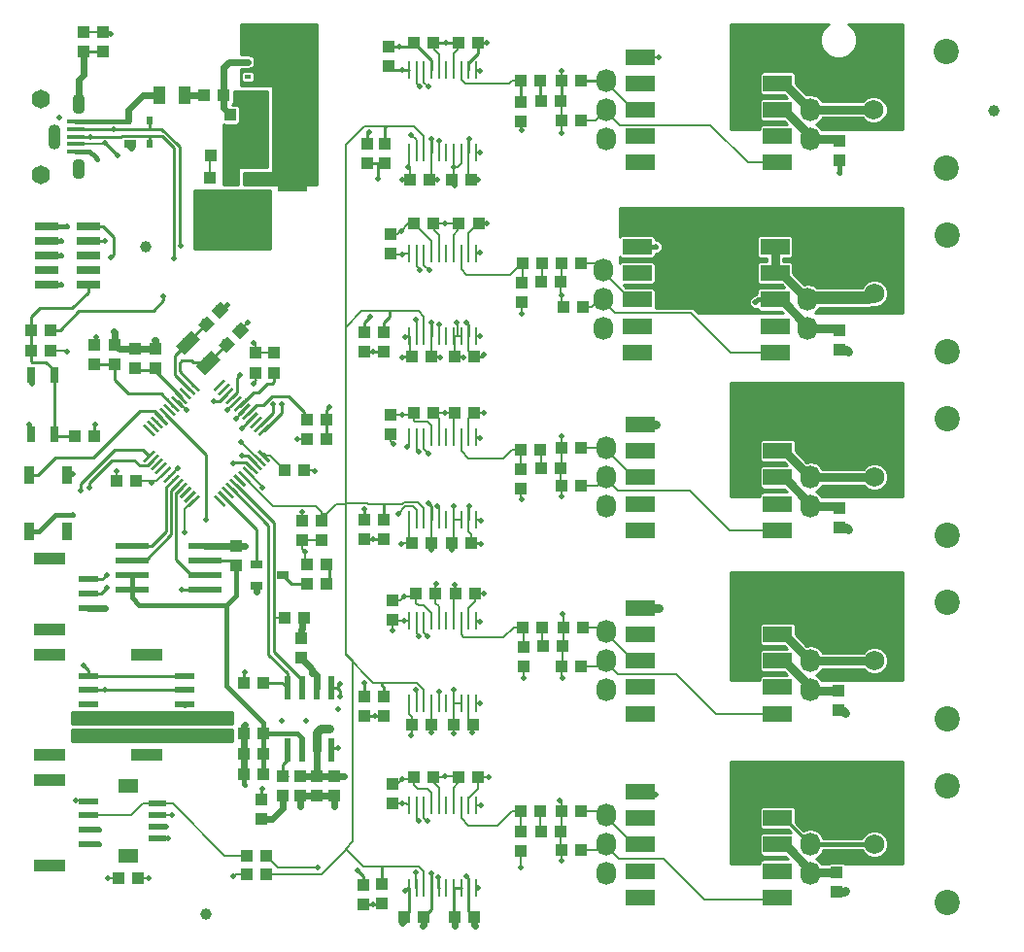
<source format=gbr>
G04 #@! TF.GenerationSoftware,KiCad,Pcbnew,(5.0.0)*
G04 #@! TF.CreationDate,2018-12-31T13:47:14-06:00*
G04 #@! TF.ProjectId,fk-atlas,666B2D61746C61732E6B696361645F70,rev?*
G04 #@! TF.SameCoordinates,Original*
G04 #@! TF.FileFunction,Copper,L1,Top,Signal*
G04 #@! TF.FilePolarity,Positive*
%FSLAX46Y46*%
G04 Gerber Fmt 4.6, Leading zero omitted, Abs format (unit mm)*
G04 Created by KiCad (PCBNEW (5.0.0)) date 12/31/18 13:47:14*
%MOMM*%
%LPD*%
G01*
G04 APERTURE LIST*
G04 #@! TA.AperFunction,SMDPad,CuDef*
%ADD10R,1.000000X1.100000*%
G04 #@! TD*
G04 #@! TA.AperFunction,SMDPad,CuDef*
%ADD11R,1.100000X1.000000*%
G04 #@! TD*
G04 #@! TA.AperFunction,SMDPad,CuDef*
%ADD12R,2.800000X1.000000*%
G04 #@! TD*
G04 #@! TA.AperFunction,SMDPad,CuDef*
%ADD13R,1.700000X0.600000*%
G04 #@! TD*
G04 #@! TA.AperFunction,SMDPad,CuDef*
%ADD14R,1.800000X1.200000*%
G04 #@! TD*
G04 #@! TA.AperFunction,SMDPad,CuDef*
%ADD15R,1.550000X0.600000*%
G04 #@! TD*
G04 #@! TA.AperFunction,ComponentPad*
%ADD16O,1.600000X1.651000*%
G04 #@! TD*
G04 #@! TA.AperFunction,ComponentPad*
%ADD17O,1.100000X2.200000*%
G04 #@! TD*
G04 #@! TA.AperFunction,SMDPad,CuDef*
%ADD18R,1.500000X0.450000*%
G04 #@! TD*
G04 #@! TA.AperFunction,ComponentPad*
%ADD19O,1.100000X1.800000*%
G04 #@! TD*
G04 #@! TA.AperFunction,SMDPad,CuDef*
%ADD20R,2.500000X1.400000*%
G04 #@! TD*
G04 #@! TA.AperFunction,ComponentPad*
%ADD21O,1.727200X2.032000*%
G04 #@! TD*
G04 #@! TA.AperFunction,SMDPad,CuDef*
%ADD22R,0.700000X1.450000*%
G04 #@! TD*
G04 #@! TA.AperFunction,SMDPad,CuDef*
%ADD23R,0.250000X1.500000*%
G04 #@! TD*
G04 #@! TA.AperFunction,ComponentPad*
%ADD24C,2.200000*%
G04 #@! TD*
G04 #@! TA.AperFunction,ComponentPad*
%ADD25C,1.727200*%
G04 #@! TD*
G04 #@! TA.AperFunction,SMDPad,CuDef*
%ADD26R,0.900000X1.500000*%
G04 #@! TD*
G04 #@! TA.AperFunction,SMDPad,CuDef*
%ADD27C,1.000000*%
G04 #@! TD*
G04 #@! TA.AperFunction,Conductor*
%ADD28C,0.100000*%
G04 #@! TD*
G04 #@! TA.AperFunction,SMDPad,CuDef*
%ADD29R,1.000000X0.700000*%
G04 #@! TD*
G04 #@! TA.AperFunction,SMDPad,CuDef*
%ADD30R,0.600000X0.700000*%
G04 #@! TD*
G04 #@! TA.AperFunction,SMDPad,CuDef*
%ADD31R,0.500000X0.400000*%
G04 #@! TD*
G04 #@! TA.AperFunction,SMDPad,CuDef*
%ADD32R,1.100000X1.600000*%
G04 #@! TD*
G04 #@! TA.AperFunction,SMDPad,CuDef*
%ADD33R,0.250000X0.400000*%
G04 #@! TD*
G04 #@! TA.AperFunction,SMDPad,CuDef*
%ADD34R,1.000000X1.500000*%
G04 #@! TD*
G04 #@! TA.AperFunction,SMDPad,CuDef*
%ADD35R,2.100000X0.750000*%
G04 #@! TD*
G04 #@! TA.AperFunction,BGAPad,CuDef*
%ADD36C,1.000000*%
G04 #@! TD*
G04 #@! TA.AperFunction,SMDPad,CuDef*
%ADD37R,1.050000X0.650000*%
G04 #@! TD*
G04 #@! TA.AperFunction,SMDPad,CuDef*
%ADD38C,0.250000*%
G04 #@! TD*
G04 #@! TA.AperFunction,SMDPad,CuDef*
%ADD39R,1.200000X0.800000*%
G04 #@! TD*
G04 #@! TA.AperFunction,SMDPad,CuDef*
%ADD40R,2.200000X0.800000*%
G04 #@! TD*
G04 #@! TA.AperFunction,SMDPad,CuDef*
%ADD41R,2.500000X2.000000*%
G04 #@! TD*
G04 #@! TA.AperFunction,SMDPad,CuDef*
%ADD42C,1.100000*%
G04 #@! TD*
G04 #@! TA.AperFunction,SMDPad,CuDef*
%ADD43R,3.000000X0.600000*%
G04 #@! TD*
G04 #@! TA.AperFunction,SMDPad,CuDef*
%ADD44R,0.600000X2.000000*%
G04 #@! TD*
G04 #@! TA.AperFunction,ViaPad*
%ADD45C,0.500000*%
G04 #@! TD*
G04 #@! TA.AperFunction,Conductor*
%ADD46C,0.254000*%
G04 #@! TD*
G04 #@! TA.AperFunction,Conductor*
%ADD47C,0.587000*%
G04 #@! TD*
G04 #@! TA.AperFunction,Conductor*
%ADD48C,0.381000*%
G04 #@! TD*
G04 #@! TA.AperFunction,Conductor*
%ADD49C,0.203000*%
G04 #@! TD*
G04 #@! TA.AperFunction,Conductor*
%ADD50C,0.762000*%
G04 #@! TD*
G04 APERTURE END LIST*
D10*
G04 #@! TO.P,D1,2*
G04 #@! TO.N,3V3*
X132588000Y-72859000D03*
G04 #@! TO.P,D1,1*
G04 #@! TO.N,Net-(D1-Pad1)*
X132588000Y-71159000D03*
G04 #@! TD*
D11*
G04 #@! TO.P,R17,1*
G04 #@! TO.N,Net-(D1-Pad1)*
X132666000Y-69215000D03*
G04 #@! TO.P,R17,2*
G04 #@! TO.N,GND*
X134366000Y-69215000D03*
G04 #@! TD*
D12*
G04 #@! TO.P,J6,*
G04 #@! TO.N,*
X118615000Y-123656000D03*
X118615000Y-131106000D03*
D13*
G04 #@! TO.P,J6,4*
G04 #@! TO.N,/SDA2*
X121965000Y-125506000D03*
G04 #@! TO.P,J6,3*
G04 #@! TO.N,/SCL2*
X121965000Y-126756000D03*
G04 #@! TO.P,J6,2*
G04 #@! TO.N,GND*
X121965000Y-128006000D03*
G04 #@! TO.P,J6,1*
G04 #@! TO.N,3V3*
X121965000Y-129256000D03*
G04 #@! TD*
D11*
G04 #@! TO.P,C24,1*
G04 #@! TO.N,GND*
X126326000Y-132207000D03*
G04 #@! TO.P,C24,2*
G04 #@! TO.N,3V3*
X124626000Y-132207000D03*
G04 #@! TD*
D14*
G04 #@! TO.P,J10,*
G04 #@! TO.N,*
X125419000Y-130304000D03*
X125419000Y-124204000D03*
D15*
G04 #@! TO.P,J10,4*
G04 #@! TO.N,/SCL2*
X127944000Y-125754000D03*
G04 #@! TO.P,J10,3*
G04 #@! TO.N,/SDA2*
X127944000Y-126754000D03*
G04 #@! TO.P,J10,2*
G04 #@! TO.N,3V3*
X127944000Y-127754000D03*
G04 #@! TO.P,J10,1*
G04 #@! TO.N,GND*
X127944000Y-128754000D03*
G04 #@! TD*
D10*
G04 #@! TO.P,C23,2*
G04 #@! TO.N,GND*
X134112000Y-118149000D03*
G04 #@! TO.P,C23,1*
G04 #@! TO.N,3V3*
X134112000Y-119849000D03*
G04 #@! TD*
G04 #@! TO.P,C22,1*
G04 #@! TO.N,3V3*
X132588000Y-119849000D03*
G04 #@! TO.P,C22,2*
G04 #@! TO.N,GND*
X132588000Y-118149000D03*
G04 #@! TD*
G04 #@! TO.P,R14,2*
G04 #@! TO.N,GND*
X141859000Y-125056000D03*
G04 #@! TO.P,R14,1*
G04 #@! TO.N,VCC*
X141859000Y-123356000D03*
G04 #@! TD*
D11*
G04 #@! TO.P,R15,2*
G04 #@! TO.N,/SDA1*
X137502000Y-131889500D03*
G04 #@! TO.P,R15,1*
G04 #@! TO.N,/SDA2*
X135802000Y-131889500D03*
G04 #@! TD*
G04 #@! TO.P,R16,1*
G04 #@! TO.N,/SCL2*
X135802000Y-130302000D03*
G04 #@! TO.P,R16,2*
G04 #@! TO.N,/SCL1*
X137502000Y-130302000D03*
G04 #@! TD*
D16*
G04 #@! TO.P,J9,*
G04 #@! TO.N,*
X117788500Y-70934000D03*
X117788500Y-64334000D03*
G04 #@! TD*
D17*
G04 #@! TO.P,J2,8*
G04 #@! TO.N,Net-(J2-Pad8)*
X119004000Y-67594000D03*
D18*
G04 #@! TO.P,J2,5*
G04 #@! TO.N,GND*
X120904000Y-68894000D03*
G04 #@! TO.P,J2,4*
G04 #@! TO.N,Net-(J2-Pad4)*
X120904000Y-68244000D03*
G04 #@! TO.P,J2,2*
G04 #@! TO.N,/USB-*
X120904000Y-66944000D03*
G04 #@! TO.P,J2,3*
G04 #@! TO.N,/USB+*
X120904000Y-67594000D03*
D19*
G04 #@! TO.P,J2,7*
G04 #@! TO.N,Net-(J2-Pad7)*
X121154000Y-70394000D03*
G04 #@! TO.P,J2,6*
G04 #@! TO.N,Net-(C13-Pad1)*
X121154000Y-64794000D03*
D18*
G04 #@! TO.P,J2,1*
G04 #@! TO.N,VUSB*
X120904000Y-66294000D03*
G04 #@! TD*
D20*
G04 #@! TO.P,U302,2*
G04 #@! TO.N,/isolated_atlas1/ISO_SDA*
X181799000Y-86402000D03*
G04 #@! TO.P,U302,~*
G04 #@! TO.N,N/C*
X181799000Y-84102000D03*
G04 #@! TO.P,U302,3*
G04 #@! TO.N,/isolated_atlas1/ISO_VCC*
X181799000Y-81802000D03*
G04 #@! TO.P,U302,5*
G04 #@! TO.N,Net-(J301-Pad2)*
X181799000Y-79502000D03*
X181799000Y-77202000D03*
G04 #@! TO.P,U302,4*
G04 #@! TO.N,/isolated_atlas1/ISO_GND*
X169799000Y-77202000D03*
G04 #@! TO.P,U302,~*
G04 #@! TO.N,N/C*
X169799000Y-79502000D03*
G04 #@! TO.P,U302,1*
G04 #@! TO.N,/isolated_atlas1/ISO_SCL*
X169799000Y-81802000D03*
G04 #@! TO.P,U302,~*
G04 #@! TO.N,N/C*
X169799000Y-84102000D03*
X169799000Y-86402000D03*
D21*
G04 #@! TO.P,U302,1*
G04 #@! TO.N,/isolated_atlas1/ISO_SCL*
X166872120Y-79255988D03*
G04 #@! TO.P,U302,2*
G04 #@! TO.N,/isolated_atlas1/ISO_SDA*
X166872120Y-81795988D03*
G04 #@! TO.P,U302,4*
G04 #@! TO.N,/isolated_atlas1/ISO_GND*
X166872120Y-84335988D03*
G04 #@! TO.P,U302,6*
G04 #@! TO.N,/isolated_atlas1/RTD_PGND*
X184652120Y-79255988D03*
G04 #@! TO.P,U302,5*
G04 #@! TO.N,Net-(J301-Pad2)*
X184652120Y-81795988D03*
G04 #@! TO.P,U302,3*
G04 #@! TO.N,/isolated_atlas1/ISO_VCC*
X184652120Y-84335988D03*
D20*
G04 #@! TO.P,U302,6*
G04 #@! TO.N,/isolated_atlas1/RTD_PGND*
X181799000Y-74902000D03*
X169799000Y-74902000D03*
G04 #@! TD*
D11*
G04 #@! TO.P,R204,1*
G04 #@! TO.N,Net-(R202-Pad2)*
X161456000Y-64516000D03*
G04 #@! TO.P,R204,2*
G04 #@! TO.N,/isolated_atlas0/ISO_VCC*
X163156000Y-64516000D03*
G04 #@! TD*
D12*
G04 #@! TO.P,J5,*
G04 #@! TO.N,*
X118615000Y-112744000D03*
X118615000Y-121444000D03*
D13*
G04 #@! TO.P,J5,5*
G04 #@! TO.N,/SDA3*
X121965000Y-114594000D03*
G04 #@! TO.P,J5,4*
G04 #@! TO.N,/SCL3*
X121965000Y-115844000D03*
G04 #@! TO.P,J5,3*
G04 #@! TO.N,Net-(J5-Pad3)*
X121965000Y-117094000D03*
G04 #@! TO.P,J5,2*
G04 #@! TO.N,GND*
X121965000Y-118344000D03*
G04 #@! TO.P,J5,1*
G04 #@! TO.N,3V3*
X121965000Y-119594000D03*
G04 #@! TD*
D22*
G04 #@! TO.P,SW1,1*
G04 #@! TO.N,GND*
X116983000Y-88352000D03*
X116983000Y-93512000D03*
G04 #@! TO.P,SW1,2*
G04 #@! TO.N,/RST*
X118983000Y-93512000D03*
X118983000Y-88352000D03*
G04 #@! TD*
D21*
G04 #@! TO.P,U202,3*
G04 #@! TO.N,/isolated_atlas0/ISO_VCC*
X184880720Y-67783988D03*
G04 #@! TO.P,U202,5*
G04 #@! TO.N,Net-(J201-Pad2)*
X184880720Y-65243988D03*
G04 #@! TO.P,U202,6*
G04 #@! TO.N,/isolated_atlas0/EC_PGND*
X184880720Y-62703988D03*
G04 #@! TO.P,U202,4*
G04 #@! TO.N,/isolated_atlas0/ISO_GND*
X167100720Y-67783988D03*
G04 #@! TO.P,U202,2*
G04 #@! TO.N,/isolated_atlas0/ISO_SDA*
X167100720Y-65243988D03*
G04 #@! TO.P,U202,1*
G04 #@! TO.N,/isolated_atlas0/ISO_SCL*
X167100720Y-62703988D03*
D20*
G04 #@! TO.P,U202,~*
G04 #@! TO.N,N/C*
X170027600Y-69850000D03*
X170027600Y-67550000D03*
G04 #@! TO.P,U202,1*
G04 #@! TO.N,/isolated_atlas0/ISO_SCL*
X170027600Y-65250000D03*
G04 #@! TO.P,U202,~*
G04 #@! TO.N,N/C*
X170027600Y-62950000D03*
G04 #@! TO.P,U202,4*
G04 #@! TO.N,/isolated_atlas0/ISO_GND*
X170027600Y-60650000D03*
G04 #@! TO.P,U202,6*
G04 #@! TO.N,/isolated_atlas0/EC_PGND*
X182027600Y-60650000D03*
G04 #@! TO.P,U202,5*
G04 #@! TO.N,Net-(J201-Pad2)*
X182027600Y-62950000D03*
G04 #@! TO.P,U202,3*
G04 #@! TO.N,/isolated_atlas0/ISO_VCC*
X182027600Y-65250000D03*
G04 #@! TO.P,U202,~*
G04 #@! TO.N,N/C*
X182027600Y-67550000D03*
G04 #@! TO.P,U202,2*
G04 #@! TO.N,/isolated_atlas0/ISO_SDA*
X182027600Y-69850000D03*
G04 #@! TD*
D21*
G04 #@! TO.P,U402,3*
G04 #@! TO.N,/isolated_atlas2/ISO_VCC*
X184880720Y-99829988D03*
G04 #@! TO.P,U402,5*
G04 #@! TO.N,Net-(J401-Pad2)*
X184880720Y-97289988D03*
G04 #@! TO.P,U402,6*
G04 #@! TO.N,/isolated_atlas2/PH_PGND*
X184880720Y-94749988D03*
G04 #@! TO.P,U402,4*
G04 #@! TO.N,/isolated_atlas2/ISO_GND*
X167100720Y-99829988D03*
G04 #@! TO.P,U402,2*
G04 #@! TO.N,/isolated_atlas2/ISO_SDA*
X167100720Y-97289988D03*
G04 #@! TO.P,U402,1*
G04 #@! TO.N,/isolated_atlas2/ISO_SCL*
X167100720Y-94749988D03*
D20*
G04 #@! TO.P,U402,~*
G04 #@! TO.N,N/C*
X170027600Y-101896000D03*
X170027600Y-99596000D03*
G04 #@! TO.P,U402,1*
G04 #@! TO.N,/isolated_atlas2/ISO_SCL*
X170027600Y-97296000D03*
G04 #@! TO.P,U402,~*
G04 #@! TO.N,N/C*
X170027600Y-94996000D03*
G04 #@! TO.P,U402,4*
G04 #@! TO.N,/isolated_atlas2/ISO_GND*
X170027600Y-92696000D03*
G04 #@! TO.P,U402,6*
G04 #@! TO.N,/isolated_atlas2/PH_PGND*
X182027600Y-92696000D03*
G04 #@! TO.P,U402,5*
G04 #@! TO.N,Net-(J401-Pad2)*
X182027600Y-94996000D03*
G04 #@! TO.P,U402,3*
G04 #@! TO.N,/isolated_atlas2/ISO_VCC*
X182027600Y-97296000D03*
G04 #@! TO.P,U402,~*
G04 #@! TO.N,N/C*
X182027600Y-99596000D03*
G04 #@! TO.P,U402,2*
G04 #@! TO.N,/isolated_atlas2/ISO_SDA*
X182027600Y-101896000D03*
G04 #@! TD*
D21*
G04 #@! TO.P,U502,3*
G04 #@! TO.N,/isolated_atlas3/ISO_VCC*
X184875120Y-115816488D03*
G04 #@! TO.P,U502,5*
G04 #@! TO.N,Net-(J501-Pad2)*
X184875120Y-113276488D03*
G04 #@! TO.P,U502,6*
G04 #@! TO.N,/isolated_atlas3/DO_PGND*
X184875120Y-110736488D03*
G04 #@! TO.P,U502,4*
G04 #@! TO.N,/isolated_atlas3/ISO_GND*
X167095120Y-115816488D03*
G04 #@! TO.P,U502,2*
G04 #@! TO.N,/isolated_atlas3/ISO_SDA*
X167095120Y-113276488D03*
G04 #@! TO.P,U502,1*
G04 #@! TO.N,/isolated_atlas3/ISO_SCL*
X167095120Y-110736488D03*
D20*
G04 #@! TO.P,U502,~*
G04 #@! TO.N,N/C*
X170022000Y-117882500D03*
X170022000Y-115582500D03*
G04 #@! TO.P,U502,1*
G04 #@! TO.N,/isolated_atlas3/ISO_SCL*
X170022000Y-113282500D03*
G04 #@! TO.P,U502,~*
G04 #@! TO.N,N/C*
X170022000Y-110982500D03*
G04 #@! TO.P,U502,4*
G04 #@! TO.N,/isolated_atlas3/ISO_GND*
X170022000Y-108682500D03*
G04 #@! TO.P,U502,6*
G04 #@! TO.N,/isolated_atlas3/DO_PGND*
X182022000Y-108682500D03*
G04 #@! TO.P,U502,5*
G04 #@! TO.N,Net-(J501-Pad2)*
X182022000Y-110982500D03*
G04 #@! TO.P,U502,3*
G04 #@! TO.N,/isolated_atlas3/ISO_VCC*
X182022000Y-113282500D03*
G04 #@! TO.P,U502,~*
G04 #@! TO.N,N/C*
X182022000Y-115582500D03*
G04 #@! TO.P,U502,2*
G04 #@! TO.N,/isolated_atlas3/ISO_SDA*
X182022000Y-117882500D03*
G04 #@! TD*
D21*
G04 #@! TO.P,U602,3*
G04 #@! TO.N,/isolated_atlas4/ISO_VCC*
X184875120Y-131833988D03*
G04 #@! TO.P,U602,5*
G04 #@! TO.N,Net-(J601-Pad2)*
X184875120Y-129293988D03*
G04 #@! TO.P,U602,6*
G04 #@! TO.N,/isolated_atlas4/ORP_PGND*
X184875120Y-126753988D03*
G04 #@! TO.P,U602,4*
G04 #@! TO.N,/isolated_atlas4/ISO_GND*
X167095120Y-131833988D03*
G04 #@! TO.P,U602,2*
G04 #@! TO.N,/isolated_atlas4/ISO_SDA*
X167095120Y-129293988D03*
G04 #@! TO.P,U602,1*
G04 #@! TO.N,/isolated_atlas4/ISO_SCL*
X167095120Y-126753988D03*
D20*
G04 #@! TO.P,U602,~*
G04 #@! TO.N,N/C*
X170022000Y-133900000D03*
X170022000Y-131600000D03*
G04 #@! TO.P,U602,1*
G04 #@! TO.N,/isolated_atlas4/ISO_SCL*
X170022000Y-129300000D03*
G04 #@! TO.P,U602,~*
G04 #@! TO.N,N/C*
X170022000Y-127000000D03*
G04 #@! TO.P,U602,4*
G04 #@! TO.N,/isolated_atlas4/ISO_GND*
X170022000Y-124700000D03*
G04 #@! TO.P,U602,6*
G04 #@! TO.N,/isolated_atlas4/ORP_PGND*
X182022000Y-124700000D03*
G04 #@! TO.P,U602,5*
G04 #@! TO.N,Net-(J601-Pad2)*
X182022000Y-127000000D03*
G04 #@! TO.P,U602,3*
G04 #@! TO.N,/isolated_atlas4/ISO_VCC*
X182022000Y-129300000D03*
G04 #@! TO.P,U602,~*
G04 #@! TO.N,N/C*
X182022000Y-131600000D03*
G04 #@! TO.P,U602,2*
G04 #@! TO.N,/isolated_atlas4/ISO_SDA*
X182022000Y-133900000D03*
G04 #@! TD*
D23*
G04 #@! TO.P,U201,1*
G04 #@! TO.N,GND*
X149906200Y-68986400D03*
G04 #@! TO.P,U201,2*
G04 #@! TO.N,/SCL1*
X150556200Y-68986400D03*
G04 #@! TO.P,U201,3*
G04 #@! TO.N,/SDA1*
X151206200Y-68986400D03*
G04 #@! TO.P,U201,4*
G04 #@! TO.N,VCC*
X151856200Y-68986400D03*
G04 #@! TO.P,U201,5*
G04 #@! TO.N,GND*
X152506200Y-68986400D03*
G04 #@! TO.P,U201,6*
G04 #@! TO.N,Net-(U201-Pad6)*
X153156200Y-68986400D03*
G04 #@! TO.P,U201,7*
G04 #@! TO.N,GND*
X153806200Y-68986400D03*
G04 #@! TO.P,U201,8*
X154456200Y-68986400D03*
G04 #@! TO.P,U201,9*
G04 #@! TO.N,VCC*
X155106200Y-68986400D03*
G04 #@! TO.P,U201,10*
G04 #@! TO.N,GND*
X155756200Y-68986400D03*
G04 #@! TO.P,U201,11*
G04 #@! TO.N,/isolated_atlas0/ISO_GND*
X155756200Y-61786400D03*
G04 #@! TO.P,U201,12*
G04 #@! TO.N,/isolated_atlas0/ISO_VCC*
X155106200Y-61786400D03*
G04 #@! TO.P,U201,13*
G04 #@! TO.N,Net-(R201-Pad1)*
X154456200Y-61786400D03*
G04 #@! TO.P,U201,14*
G04 #@! TO.N,/isolated_atlas0/ISO_GND*
X153806200Y-61786400D03*
G04 #@! TO.P,U201,15*
G04 #@! TO.N,Net-(U201-Pad15)*
X153156200Y-61786400D03*
G04 #@! TO.P,U201,16*
G04 #@! TO.N,/isolated_atlas0/ISO_GND*
X152506200Y-61786400D03*
G04 #@! TO.P,U201,17*
G04 #@! TO.N,/isolated_atlas0/ISO_VCC*
X151856200Y-61786400D03*
G04 #@! TO.P,U201,18*
G04 #@! TO.N,/isolated_atlas0/ISO_SDA*
X151206200Y-61786400D03*
G04 #@! TO.P,U201,19*
G04 #@! TO.N,/isolated_atlas0/ISO_SCL*
X150556200Y-61786400D03*
G04 #@! TO.P,U201,20*
G04 #@! TO.N,/isolated_atlas0/ISO_GND*
X149906200Y-61786400D03*
G04 #@! TD*
G04 #@! TO.P,U301,1*
G04 #@! TO.N,GND*
X149912000Y-85013800D03*
G04 #@! TO.P,U301,2*
G04 #@! TO.N,/SCL1*
X150562000Y-85013800D03*
G04 #@! TO.P,U301,3*
G04 #@! TO.N,/SDA1*
X151212000Y-85013800D03*
G04 #@! TO.P,U301,4*
G04 #@! TO.N,VCC*
X151862000Y-85013800D03*
G04 #@! TO.P,U301,5*
G04 #@! TO.N,GND*
X152512000Y-85013800D03*
G04 #@! TO.P,U301,6*
G04 #@! TO.N,Net-(U301-Pad6)*
X153162000Y-85013800D03*
G04 #@! TO.P,U301,7*
G04 #@! TO.N,GND*
X153812000Y-85013800D03*
G04 #@! TO.P,U301,8*
X154462000Y-85013800D03*
G04 #@! TO.P,U301,9*
G04 #@! TO.N,VCC*
X155112000Y-85013800D03*
G04 #@! TO.P,U301,10*
G04 #@! TO.N,GND*
X155762000Y-85013800D03*
G04 #@! TO.P,U301,11*
G04 #@! TO.N,/isolated_atlas1/ISO_GND*
X155762000Y-77813800D03*
G04 #@! TO.P,U301,12*
G04 #@! TO.N,/isolated_atlas1/ISO_VCC*
X155112000Y-77813800D03*
G04 #@! TO.P,U301,13*
G04 #@! TO.N,Net-(R301-Pad1)*
X154462000Y-77813800D03*
G04 #@! TO.P,U301,14*
G04 #@! TO.N,/isolated_atlas1/ISO_GND*
X153812000Y-77813800D03*
G04 #@! TO.P,U301,15*
G04 #@! TO.N,Net-(U301-Pad15)*
X153162000Y-77813800D03*
G04 #@! TO.P,U301,16*
G04 #@! TO.N,/isolated_atlas1/ISO_GND*
X152512000Y-77813800D03*
G04 #@! TO.P,U301,17*
G04 #@! TO.N,/isolated_atlas1/ISO_VCC*
X151862000Y-77813800D03*
G04 #@! TO.P,U301,18*
G04 #@! TO.N,/isolated_atlas1/ISO_SDA*
X151212000Y-77813800D03*
G04 #@! TO.P,U301,19*
G04 #@! TO.N,/isolated_atlas1/ISO_SCL*
X150562000Y-77813800D03*
G04 #@! TO.P,U301,20*
G04 #@! TO.N,/isolated_atlas1/ISO_GND*
X149912000Y-77813800D03*
G04 #@! TD*
G04 #@! TO.P,U401,1*
G04 #@! TO.N,GND*
X149906200Y-100965000D03*
G04 #@! TO.P,U401,2*
G04 #@! TO.N,/SCL1*
X150556200Y-100965000D03*
G04 #@! TO.P,U401,3*
G04 #@! TO.N,/SDA1*
X151206200Y-100965000D03*
G04 #@! TO.P,U401,4*
G04 #@! TO.N,VCC*
X151856200Y-100965000D03*
G04 #@! TO.P,U401,5*
G04 #@! TO.N,GND*
X152506200Y-100965000D03*
G04 #@! TO.P,U401,6*
G04 #@! TO.N,Net-(U401-Pad6)*
X153156200Y-100965000D03*
G04 #@! TO.P,U401,7*
G04 #@! TO.N,GND*
X153806200Y-100965000D03*
G04 #@! TO.P,U401,8*
X154456200Y-100965000D03*
G04 #@! TO.P,U401,9*
G04 #@! TO.N,VCC*
X155106200Y-100965000D03*
G04 #@! TO.P,U401,10*
G04 #@! TO.N,GND*
X155756200Y-100965000D03*
G04 #@! TO.P,U401,11*
G04 #@! TO.N,/isolated_atlas2/ISO_GND*
X155756200Y-93765000D03*
G04 #@! TO.P,U401,12*
G04 #@! TO.N,/isolated_atlas2/ISO_VCC*
X155106200Y-93765000D03*
G04 #@! TO.P,U401,13*
G04 #@! TO.N,Net-(R401-Pad1)*
X154456200Y-93765000D03*
G04 #@! TO.P,U401,14*
G04 #@! TO.N,/isolated_atlas2/ISO_GND*
X153806200Y-93765000D03*
G04 #@! TO.P,U401,15*
G04 #@! TO.N,Net-(U401-Pad15)*
X153156200Y-93765000D03*
G04 #@! TO.P,U401,16*
G04 #@! TO.N,/isolated_atlas2/ISO_GND*
X152506200Y-93765000D03*
G04 #@! TO.P,U401,17*
G04 #@! TO.N,/isolated_atlas2/ISO_VCC*
X151856200Y-93765000D03*
G04 #@! TO.P,U401,18*
G04 #@! TO.N,/isolated_atlas2/ISO_SDA*
X151206200Y-93765000D03*
G04 #@! TO.P,U401,19*
G04 #@! TO.N,/isolated_atlas2/ISO_SCL*
X150556200Y-93765000D03*
G04 #@! TO.P,U401,20*
G04 #@! TO.N,/isolated_atlas2/ISO_GND*
X149906200Y-93765000D03*
G04 #@! TD*
G04 #@! TO.P,U501,1*
G04 #@! TO.N,GND*
X149901600Y-116967000D03*
G04 #@! TO.P,U501,2*
G04 #@! TO.N,/SCL1*
X150551600Y-116967000D03*
G04 #@! TO.P,U501,3*
G04 #@! TO.N,/SDA1*
X151201600Y-116967000D03*
G04 #@! TO.P,U501,4*
G04 #@! TO.N,VCC*
X151851600Y-116967000D03*
G04 #@! TO.P,U501,5*
G04 #@! TO.N,GND*
X152501600Y-116967000D03*
G04 #@! TO.P,U501,6*
G04 #@! TO.N,Net-(U501-Pad6)*
X153151600Y-116967000D03*
G04 #@! TO.P,U501,7*
G04 #@! TO.N,GND*
X153801600Y-116967000D03*
G04 #@! TO.P,U501,8*
X154451600Y-116967000D03*
G04 #@! TO.P,U501,9*
G04 #@! TO.N,VCC*
X155101600Y-116967000D03*
G04 #@! TO.P,U501,10*
G04 #@! TO.N,GND*
X155751600Y-116967000D03*
G04 #@! TO.P,U501,11*
G04 #@! TO.N,/isolated_atlas3/ISO_GND*
X155751600Y-109767000D03*
G04 #@! TO.P,U501,12*
G04 #@! TO.N,/isolated_atlas3/ISO_VCC*
X155101600Y-109767000D03*
G04 #@! TO.P,U501,13*
G04 #@! TO.N,Net-(R501-Pad1)*
X154451600Y-109767000D03*
G04 #@! TO.P,U501,14*
G04 #@! TO.N,/isolated_atlas3/ISO_GND*
X153801600Y-109767000D03*
G04 #@! TO.P,U501,15*
G04 #@! TO.N,Net-(U501-Pad15)*
X153151600Y-109767000D03*
G04 #@! TO.P,U501,16*
G04 #@! TO.N,/isolated_atlas3/ISO_GND*
X152501600Y-109767000D03*
G04 #@! TO.P,U501,17*
G04 #@! TO.N,/isolated_atlas3/ISO_VCC*
X151851600Y-109767000D03*
G04 #@! TO.P,U501,18*
G04 #@! TO.N,/isolated_atlas3/ISO_SDA*
X151201600Y-109767000D03*
G04 #@! TO.P,U501,19*
G04 #@! TO.N,/isolated_atlas3/ISO_SCL*
X150551600Y-109767000D03*
G04 #@! TO.P,U501,20*
G04 #@! TO.N,/isolated_atlas3/ISO_GND*
X149901600Y-109767000D03*
G04 #@! TD*
G04 #@! TO.P,U601,1*
G04 #@! TO.N,GND*
X149901600Y-133107800D03*
G04 #@! TO.P,U601,2*
G04 #@! TO.N,/SCL1*
X150551600Y-133107800D03*
G04 #@! TO.P,U601,3*
G04 #@! TO.N,/SDA1*
X151201600Y-133107800D03*
G04 #@! TO.P,U601,4*
G04 #@! TO.N,VCC*
X151851600Y-133107800D03*
G04 #@! TO.P,U601,5*
G04 #@! TO.N,GND*
X152501600Y-133107800D03*
G04 #@! TO.P,U601,6*
G04 #@! TO.N,Net-(U601-Pad6)*
X153151600Y-133107800D03*
G04 #@! TO.P,U601,7*
G04 #@! TO.N,GND*
X153801600Y-133107800D03*
G04 #@! TO.P,U601,8*
X154451600Y-133107800D03*
G04 #@! TO.P,U601,9*
G04 #@! TO.N,VCC*
X155101600Y-133107800D03*
G04 #@! TO.P,U601,10*
G04 #@! TO.N,GND*
X155751600Y-133107800D03*
G04 #@! TO.P,U601,11*
G04 #@! TO.N,/isolated_atlas4/ISO_GND*
X155751600Y-125907800D03*
G04 #@! TO.P,U601,12*
G04 #@! TO.N,/isolated_atlas4/ISO_VCC*
X155101600Y-125907800D03*
G04 #@! TO.P,U601,13*
G04 #@! TO.N,Net-(R601-Pad1)*
X154451600Y-125907800D03*
G04 #@! TO.P,U601,14*
G04 #@! TO.N,/isolated_atlas4/ISO_GND*
X153801600Y-125907800D03*
G04 #@! TO.P,U601,15*
G04 #@! TO.N,Net-(U601-Pad15)*
X153151600Y-125907800D03*
G04 #@! TO.P,U601,16*
G04 #@! TO.N,/isolated_atlas4/ISO_GND*
X152501600Y-125907800D03*
G04 #@! TO.P,U601,17*
G04 #@! TO.N,/isolated_atlas4/ISO_VCC*
X151851600Y-125907800D03*
G04 #@! TO.P,U601,18*
G04 #@! TO.N,/isolated_atlas4/ISO_SDA*
X151201600Y-125907800D03*
G04 #@! TO.P,U601,19*
G04 #@! TO.N,/isolated_atlas4/ISO_SCL*
X150551600Y-125907800D03*
G04 #@! TO.P,U601,20*
G04 #@! TO.N,/isolated_atlas4/ISO_GND*
X149901600Y-125907800D03*
G04 #@! TD*
D24*
G04 #@! TO.P,J601,4*
G04 #@! TO.N,N/C*
X196834000Y-134366000D03*
G04 #@! TO.P,J601,3*
X196834000Y-124206000D03*
D25*
G04 #@! TO.P,J601,2*
G04 #@! TO.N,Net-(J601-Pad2)*
X190484000Y-129286000D03*
G04 #@! TO.P,J601,1*
G04 #@! TO.N,/isolated_atlas4/ORP_PGND*
X190484000Y-126746000D03*
G04 #@! TD*
D24*
G04 #@! TO.P,J501,4*
G04 #@! TO.N,N/C*
X196834000Y-118364000D03*
G04 #@! TO.P,J501,3*
X196834000Y-108204000D03*
D25*
G04 #@! TO.P,J501,2*
G04 #@! TO.N,Net-(J501-Pad2)*
X190484000Y-113284000D03*
G04 #@! TO.P,J501,1*
G04 #@! TO.N,/isolated_atlas3/DO_PGND*
X190484000Y-110744000D03*
G04 #@! TD*
D24*
G04 #@! TO.P,J301,4*
G04 #@! TO.N,N/C*
X196834000Y-86360000D03*
G04 #@! TO.P,J301,3*
X196834000Y-76200000D03*
D25*
G04 #@! TO.P,J301,2*
G04 #@! TO.N,Net-(J301-Pad2)*
X190484000Y-81280000D03*
G04 #@! TO.P,J301,1*
G04 #@! TO.N,/isolated_atlas1/RTD_PGND*
X190484000Y-78740000D03*
G04 #@! TD*
D24*
G04 #@! TO.P,J401,4*
G04 #@! TO.N,N/C*
X196834000Y-102358000D03*
G04 #@! TO.P,J401,3*
X196834000Y-92198000D03*
D25*
G04 #@! TO.P,J401,2*
G04 #@! TO.N,Net-(J401-Pad2)*
X190484000Y-97278000D03*
G04 #@! TO.P,J401,1*
G04 #@! TO.N,/isolated_atlas2/PH_PGND*
X190484000Y-94738000D03*
G04 #@! TD*
D24*
G04 #@! TO.P,J201,4*
G04 #@! TO.N,N/C*
X196770500Y-70358000D03*
G04 #@! TO.P,J201,3*
X196770500Y-60198000D03*
D25*
G04 #@! TO.P,J201,2*
G04 #@! TO.N,Net-(J201-Pad2)*
X190420500Y-65278000D03*
G04 #@! TO.P,J201,1*
G04 #@! TO.N,/isolated_atlas0/EC_PGND*
X190420500Y-62738000D03*
G04 #@! TD*
D12*
G04 #@! TO.P,J4,*
G04 #@! TO.N,*
X118615000Y-104342000D03*
X118615000Y-110542000D03*
D13*
G04 #@! TO.P,J4,3*
G04 #@! TO.N,/D30*
X121965000Y-106192000D03*
G04 #@! TO.P,J4,2*
G04 #@! TO.N,/D31*
X121965000Y-107442000D03*
G04 #@! TO.P,J4,1*
G04 #@! TO.N,GND*
X121965000Y-108692000D03*
G04 #@! TD*
D26*
G04 #@! TO.P,U5,3*
G04 #@! TO.N,3V3*
X116841000Y-102018000D03*
G04 #@! TO.P,U5,4*
G04 #@! TO.N,Net-(U5-Pad4)*
X120141000Y-102018000D03*
G04 #@! TO.P,U5,1*
G04 #@! TO.N,GND*
X120141000Y-97118000D03*
G04 #@! TO.P,U5,2*
G04 #@! TO.N,/A3*
X116841000Y-97118000D03*
G04 #@! TD*
D10*
G04 #@! TO.P,C1,1*
G04 #@! TO.N,Net-(C1-Pad1)*
X126009400Y-87819600D03*
G04 #@! TO.P,C1,2*
G04 #@! TO.N,GND*
X126009400Y-86119600D03*
G04 #@! TD*
G04 #@! TO.P,C2,1*
G04 #@! TO.N,Net-(C1-Pad1)*
X127787400Y-87819600D03*
G04 #@! TO.P,C2,2*
G04 #@! TO.N,GND*
X127787400Y-86119600D03*
G04 #@! TD*
D27*
G04 #@! TO.P,C3,1*
G04 #@! TO.N,GND*
X133443041Y-82710959D03*
D28*
G04 #@! TD*
G04 #@! TO.N,GND*
G04 #@! TO.C,C3*
G36*
X133478396Y-81968497D02*
X134185503Y-82675604D01*
X133407686Y-83453421D01*
X132700579Y-82746314D01*
X133478396Y-81968497D01*
X133478396Y-81968497D01*
G37*
D27*
G04 #@! TO.P,C3,2*
G04 #@! TO.N,Net-(C3-Pad2)*
X132240959Y-83913041D03*
D28*
G04 #@! TD*
G04 #@! TO.N,Net-(C3-Pad2)*
G04 #@! TO.C,C3*
G36*
X132276314Y-83170579D02*
X132983421Y-83877686D01*
X132205604Y-84655503D01*
X131498497Y-83948396D01*
X132276314Y-83170579D01*
X132276314Y-83170579D01*
G37*
D27*
G04 #@! TO.P,C4,1*
G04 #@! TO.N,GND*
X135221041Y-84488959D03*
D28*
G04 #@! TD*
G04 #@! TO.N,GND*
G04 #@! TO.C,C4*
G36*
X135256396Y-83746497D02*
X135963503Y-84453604D01*
X135185686Y-85231421D01*
X134478579Y-84524314D01*
X135256396Y-83746497D01*
X135256396Y-83746497D01*
G37*
D27*
G04 #@! TO.P,C4,2*
G04 #@! TO.N,Net-(C4-Pad2)*
X134018959Y-85691041D03*
D28*
G04 #@! TD*
G04 #@! TO.N,Net-(C4-Pad2)*
G04 #@! TO.C,C4*
G36*
X134054314Y-84948579D02*
X134761421Y-85655686D01*
X133983604Y-86433503D01*
X133276497Y-85726396D01*
X134054314Y-84948579D01*
X134054314Y-84948579D01*
G37*
D10*
G04 #@! TO.P,C5,1*
G04 #@! TO.N,3V3*
X136525000Y-88165000D03*
G04 #@! TO.P,C5,2*
G04 #@! TO.N,GND*
X136525000Y-86465000D03*
G04 #@! TD*
G04 #@! TO.P,C6,1*
G04 #@! TO.N,Net-(C6-Pad1)*
X138176000Y-88165000D03*
G04 #@! TO.P,C6,2*
G04 #@! TO.N,GND*
X138176000Y-86465000D03*
G04 #@! TD*
G04 #@! TO.P,C7,1*
G04 #@! TO.N,Net-(C7-Pad1)*
X124256800Y-87413200D03*
G04 #@! TO.P,C7,2*
G04 #@! TO.N,GND*
X124256800Y-85713200D03*
G04 #@! TD*
D11*
G04 #@! TO.P,C8,1*
G04 #@! TO.N,3V3*
X126122800Y-97586800D03*
G04 #@! TO.P,C8,2*
G04 #@! TO.N,GND*
X124422800Y-97586800D03*
G04 #@! TD*
G04 #@! TO.P,C9,1*
G04 #@! TO.N,3V3*
X139104000Y-96647000D03*
G04 #@! TO.P,C9,2*
G04 #@! TO.N,GND*
X140804000Y-96647000D03*
G04 #@! TD*
D10*
G04 #@! TO.P,C10,1*
G04 #@! TO.N,5V0*
X134366000Y-65698000D03*
G04 #@! TO.P,C10,2*
G04 #@! TO.N,GND*
X134366000Y-67398000D03*
G04 #@! TD*
D11*
G04 #@! TO.P,C11,1*
G04 #@! TO.N,GND*
X136967900Y-64312800D03*
G04 #@! TO.P,C11,2*
G04 #@! TO.N,VBUS*
X138667900Y-64312800D03*
G04 #@! TD*
G04 #@! TO.P,C12,1*
G04 #@! TO.N,VBUS*
X138670400Y-67576700D03*
G04 #@! TO.P,C12,2*
G04 #@! TO.N,GND*
X136970400Y-67576700D03*
G04 #@! TD*
D10*
G04 #@! TO.P,C13,1*
G04 #@! TO.N,Net-(C13-Pad1)*
X123268309Y-60177421D03*
G04 #@! TO.P,C13,2*
G04 #@! TO.N,GND*
X123268309Y-58477421D03*
G04 #@! TD*
D11*
G04 #@! TO.P,C14,1*
G04 #@! TO.N,VBUS*
X138670400Y-65900300D03*
G04 #@! TO.P,C14,2*
G04 #@! TO.N,GND*
X136970400Y-65900300D03*
G04 #@! TD*
D10*
G04 #@! TO.P,C15,1*
G04 #@! TO.N,3V3*
X134366000Y-72820000D03*
G04 #@! TO.P,C15,2*
G04 #@! TO.N,GND*
X134366000Y-71120000D03*
G04 #@! TD*
G04 #@! TO.P,C16,1*
G04 #@! TO.N,/PERIPH_3V3*
X134861300Y-105002700D03*
G04 #@! TO.P,C16,2*
G04 #@! TO.N,GND*
X134861300Y-103302700D03*
G04 #@! TD*
G04 #@! TO.P,C17,1*
G04 #@! TO.N,3V3*
X140525500Y-113054500D03*
G04 #@! TO.P,C17,2*
G04 #@! TO.N,GND*
X140525500Y-111354500D03*
G04 #@! TD*
G04 #@! TO.P,C18,1*
G04 #@! TO.N,VCC*
X143383000Y-123356000D03*
G04 #@! TO.P,C18,2*
G04 #@! TO.N,GND*
X143383000Y-125056000D03*
G04 #@! TD*
G04 #@! TO.P,C19,1*
G04 #@! TO.N,VCC*
X140462000Y-123356000D03*
G04 #@! TO.P,C19,2*
G04 #@! TO.N,GND*
X140462000Y-125056000D03*
G04 #@! TD*
D11*
G04 #@! TO.P,C201,1*
G04 #@! TO.N,VCC*
X155370000Y-71374000D03*
G04 #@! TO.P,C201,2*
G04 #@! TO.N,GND*
X153670000Y-71374000D03*
G04 #@! TD*
G04 #@! TO.P,C202,1*
G04 #@! TO.N,VCC*
X151726000Y-71374000D03*
G04 #@! TO.P,C202,2*
G04 #@! TO.N,GND*
X150026000Y-71374000D03*
G04 #@! TD*
G04 #@! TO.P,C203,1*
G04 #@! TO.N,/isolated_atlas0/ISO_GND*
X152020600Y-59461400D03*
G04 #@! TO.P,C203,2*
G04 #@! TO.N,/isolated_atlas0/ISO_VCC*
X150320600Y-59461400D03*
G04 #@! TD*
G04 #@! TO.P,C204,1*
G04 #@! TO.N,/isolated_atlas0/ISO_GND*
X154242400Y-59461400D03*
G04 #@! TO.P,C204,2*
G04 #@! TO.N,/isolated_atlas0/ISO_VCC*
X155942400Y-59461400D03*
G04 #@! TD*
D10*
G04 #@! TO.P,C205,1*
G04 #@! TO.N,/isolated_atlas0/ISO_GND*
X148158200Y-61464600D03*
G04 #@! TO.P,C205,2*
G04 #@! TO.N,/isolated_atlas0/ISO_VCC*
X148158200Y-59764600D03*
G04 #@! TD*
G04 #@! TO.P,C206,1*
G04 #@! TO.N,/isolated_atlas0/ISO_GND*
X187452000Y-69684000D03*
G04 #@! TO.P,C206,2*
G04 #@! TO.N,/isolated_atlas0/ISO_VCC*
X187452000Y-67984000D03*
G04 #@! TD*
D11*
G04 #@! TO.P,C301,1*
G04 #@! TO.N,VCC*
X155575000Y-86741000D03*
G04 #@! TO.P,C301,2*
G04 #@! TO.N,GND*
X153875000Y-86741000D03*
G04 #@! TD*
G04 #@! TO.P,C302,1*
G04 #@! TO.N,VCC*
X151853000Y-86741000D03*
G04 #@! TO.P,C302,2*
G04 #@! TO.N,GND*
X150153000Y-86741000D03*
G04 #@! TD*
G04 #@! TO.P,C303,1*
G04 #@! TO.N,/isolated_atlas1/ISO_GND*
X151995200Y-75209400D03*
G04 #@! TO.P,C303,2*
G04 #@! TO.N,/isolated_atlas1/ISO_VCC*
X150295200Y-75209400D03*
G04 #@! TD*
G04 #@! TO.P,C304,1*
G04 #@! TO.N,/isolated_atlas1/ISO_GND*
X154267800Y-75209400D03*
G04 #@! TO.P,C304,2*
G04 #@! TO.N,/isolated_atlas1/ISO_VCC*
X155967800Y-75209400D03*
G04 #@! TD*
D10*
G04 #@! TO.P,C305,1*
G04 #@! TO.N,/isolated_atlas1/ISO_GND*
X148336000Y-77812000D03*
G04 #@! TO.P,C305,2*
G04 #@! TO.N,/isolated_atlas1/ISO_VCC*
X148336000Y-76112000D03*
G04 #@! TD*
G04 #@! TO.P,C306,1*
G04 #@! TO.N,/isolated_atlas1/ISO_GND*
X187452000Y-86194000D03*
G04 #@! TO.P,C306,2*
G04 #@! TO.N,/isolated_atlas1/ISO_VCC*
X187452000Y-84494000D03*
G04 #@! TD*
D11*
G04 #@! TO.P,C401,1*
G04 #@! TO.N,VCC*
X155370000Y-102997000D03*
G04 #@! TO.P,C401,2*
G04 #@! TO.N,GND*
X153670000Y-102997000D03*
G04 #@! TD*
G04 #@! TO.P,C402,1*
G04 #@! TO.N,VCC*
X151853000Y-102997000D03*
G04 #@! TO.P,C402,2*
G04 #@! TO.N,GND*
X150153000Y-102997000D03*
G04 #@! TD*
G04 #@! TO.P,C403,1*
G04 #@! TO.N,/isolated_atlas2/ISO_GND*
X152056200Y-91694000D03*
G04 #@! TO.P,C403,2*
G04 #@! TO.N,/isolated_atlas2/ISO_VCC*
X150356200Y-91694000D03*
G04 #@! TD*
G04 #@! TO.P,C404,1*
G04 #@! TO.N,/isolated_atlas2/ISO_GND*
X153924000Y-91694000D03*
G04 #@! TO.P,C404,2*
G04 #@! TO.N,/isolated_atlas2/ISO_VCC*
X155624000Y-91694000D03*
G04 #@! TD*
D10*
G04 #@! TO.P,C405,1*
G04 #@! TO.N,/isolated_atlas2/ISO_GND*
X148336000Y-93560000D03*
G04 #@! TO.P,C405,2*
G04 #@! TO.N,/isolated_atlas2/ISO_VCC*
X148336000Y-91860000D03*
G04 #@! TD*
G04 #@! TO.P,C406,1*
G04 #@! TO.N,/isolated_atlas2/ISO_GND*
X187452000Y-101688000D03*
G04 #@! TO.P,C406,2*
G04 #@! TO.N,/isolated_atlas2/ISO_VCC*
X187452000Y-99988000D03*
G04 #@! TD*
D11*
G04 #@! TO.P,C501,1*
G04 #@! TO.N,VCC*
X155497000Y-118872000D03*
G04 #@! TO.P,C501,2*
G04 #@! TO.N,GND*
X153797000Y-118872000D03*
G04 #@! TD*
G04 #@! TO.P,C502,1*
G04 #@! TO.N,VCC*
X151853000Y-118872000D03*
G04 #@! TO.P,C502,2*
G04 #@! TO.N,GND*
X150153000Y-118872000D03*
G04 #@! TD*
G04 #@! TO.P,C503,1*
G04 #@! TO.N,/isolated_atlas3/ISO_GND*
X152234000Y-107442000D03*
G04 #@! TO.P,C503,2*
G04 #@! TO.N,/isolated_atlas3/ISO_VCC*
X150534000Y-107442000D03*
G04 #@! TD*
G04 #@! TO.P,C504,1*
G04 #@! TO.N,/isolated_atlas3/ISO_GND*
X153963000Y-107442000D03*
G04 #@! TO.P,C504,2*
G04 #@! TO.N,/isolated_atlas3/ISO_VCC*
X155663000Y-107442000D03*
G04 #@! TD*
D10*
G04 #@! TO.P,C505,1*
G04 #@! TO.N,/isolated_atlas3/ISO_GND*
X148463000Y-109689000D03*
G04 #@! TO.P,C505,2*
G04 #@! TO.N,/isolated_atlas3/ISO_VCC*
X148463000Y-107989000D03*
G04 #@! TD*
G04 #@! TO.P,C506,1*
G04 #@! TO.N,/isolated_atlas3/ISO_GND*
X187325000Y-117563000D03*
G04 #@! TO.P,C506,2*
G04 #@! TO.N,/isolated_atlas3/ISO_VCC*
X187325000Y-115863000D03*
G04 #@! TD*
D11*
G04 #@! TO.P,C601,1*
G04 #@! TO.N,VCC*
X155599500Y-135628000D03*
G04 #@! TO.P,C601,2*
G04 #@! TO.N,GND*
X153899500Y-135628000D03*
G04 #@! TD*
G04 #@! TO.P,C602,1*
G04 #@! TO.N,VCC*
X151197500Y-135628000D03*
G04 #@! TO.P,C602,2*
G04 #@! TO.N,GND*
X149497500Y-135628000D03*
G04 #@! TD*
G04 #@! TO.P,C603,1*
G04 #@! TO.N,/isolated_atlas4/ISO_GND*
X152046000Y-123393200D03*
G04 #@! TO.P,C603,2*
G04 #@! TO.N,/isolated_atlas4/ISO_VCC*
X150346000Y-123393200D03*
G04 #@! TD*
G04 #@! TO.P,C604,1*
G04 #@! TO.N,/isolated_atlas4/ISO_GND*
X154252600Y-123393200D03*
G04 #@! TO.P,C604,2*
G04 #@! TO.N,/isolated_atlas4/ISO_VCC*
X155952600Y-123393200D03*
G04 #@! TD*
D10*
G04 #@! TO.P,C605,1*
G04 #@! TO.N,/isolated_atlas4/ISO_GND*
X148463000Y-125691000D03*
G04 #@! TO.P,C605,2*
G04 #@! TO.N,/isolated_atlas4/ISO_VCC*
X148463000Y-123991000D03*
G04 #@! TD*
G04 #@! TO.P,C606,1*
G04 #@! TO.N,/isolated_atlas4/ISO_GND*
X187198000Y-133438000D03*
G04 #@! TO.P,C606,2*
G04 #@! TO.N,/isolated_atlas4/ISO_VCC*
X187198000Y-131738000D03*
G04 #@! TD*
D11*
G04 #@! TO.P,D4,2*
G04 #@! TO.N,3V3*
X141034400Y-104902000D03*
G04 #@! TO.P,D4,1*
G04 #@! TO.N,Net-(D4-Pad1)*
X142734400Y-104902000D03*
G04 #@! TD*
D29*
G04 #@! TO.P,D5,1*
G04 #@! TO.N,GND*
X125615000Y-68183000D03*
D30*
G04 #@! TO.P,D5,2*
G04 #@! TO.N,/USB+*
X127315000Y-68183000D03*
G04 #@! TO.P,D5,3*
G04 #@! TO.N,/USB-*
X127315000Y-66183000D03*
G04 #@! TO.P,D5,4*
G04 #@! TO.N,VUSB*
X125415000Y-66183000D03*
G04 #@! TD*
D31*
G04 #@! TO.P,D6,1*
G04 #@! TO.N,5V0*
X135852000Y-61072000D03*
G04 #@! TO.P,D6,2*
G04 #@! TO.N,VIN*
X135852000Y-62372000D03*
D32*
G04 #@! TO.P,D6,3*
G04 #@! TO.N,VBUS*
X136902000Y-61722000D03*
D33*
X137577000Y-61722000D03*
G04 #@! TD*
D34*
G04 #@! TO.P,F1,1*
G04 #@! TO.N,Net-(F1-Pad1)*
X130386000Y-64008000D03*
G04 #@! TO.P,F1,2*
G04 #@! TO.N,VUSB*
X128186000Y-64008000D03*
G04 #@! TD*
D35*
G04 #@! TO.P,J1,1*
G04 #@! TO.N,GND*
X118342000Y-80518000D03*
G04 #@! TO.P,J1,2*
G04 #@! TO.N,/RST*
X121942000Y-80518000D03*
G04 #@! TO.P,J1,3*
G04 #@! TO.N,Net-(J1-Pad3)*
X118342000Y-79248000D03*
G04 #@! TO.P,J1,4*
G04 #@! TO.N,Net-(J1-Pad4)*
X121942000Y-79248000D03*
G04 #@! TO.P,J1,5*
G04 #@! TO.N,GND*
X118342000Y-77978000D03*
G04 #@! TO.P,J1,6*
G04 #@! TO.N,Net-(J1-Pad6)*
X121942000Y-77978000D03*
G04 #@! TO.P,J1,7*
G04 #@! TO.N,GND*
X118342000Y-76708000D03*
G04 #@! TO.P,J1,8*
G04 #@! TO.N,/SWCLK*
X121942000Y-76708000D03*
G04 #@! TO.P,J1,9*
G04 #@! TO.N,3V3*
X118342000Y-75438000D03*
G04 #@! TO.P,J1,10*
G04 #@! TO.N,/SWDIO*
X121942000Y-75438000D03*
G04 #@! TD*
D10*
G04 #@! TO.P,L1,1*
G04 #@! TO.N,Net-(C7-Pad1)*
X122478800Y-87413200D03*
G04 #@! TO.P,L1,2*
G04 #@! TO.N,3V3*
X122478800Y-85713200D03*
G04 #@! TD*
D11*
G04 #@! TO.P,L2,1*
G04 #@! TO.N,5V0*
X133780000Y-64008000D03*
G04 #@! TO.P,L2,2*
G04 #@! TO.N,Net-(F1-Pad1)*
X132080000Y-64008000D03*
G04 #@! TD*
D36*
G04 #@! TO.P,M5,~*
G04 #@! TO.N,Net-(M5-Pad~)*
X132181600Y-135382000D03*
G04 #@! TD*
G04 #@! TO.P,M6,~*
G04 #@! TO.N,Net-(M6-Pad~)*
X126949200Y-77216000D03*
G04 #@! TD*
G04 #@! TO.P,M7,~*
G04 #@! TO.N,Net-(M7-Pad~)*
X200863200Y-65328800D03*
G04 #@! TD*
D37*
G04 #@! TO.P,Q4,1*
G04 #@! TO.N,/D13*
X136628459Y-104843393D03*
G04 #@! TO.P,Q4,2*
G04 #@! TO.N,GND*
X136628459Y-106743393D03*
G04 #@! TO.P,Q4,3*
G04 #@! TO.N,Net-(Q4-Pad3)*
X138928459Y-105793393D03*
G04 #@! TD*
D11*
G04 #@! TO.P,R1,1*
G04 #@! TO.N,3V3*
X118697594Y-86233000D03*
G04 #@! TO.P,R1,2*
G04 #@! TO.N,/RST*
X116997594Y-86233000D03*
G04 #@! TD*
G04 #@! TO.P,R2,1*
G04 #@! TO.N,/RESET*
X118697594Y-84455000D03*
G04 #@! TO.P,R2,2*
G04 #@! TO.N,/RST*
X116997594Y-84455000D03*
G04 #@! TD*
D10*
G04 #@! TO.P,R4,1*
G04 #@! TO.N,/SCL1*
X140608469Y-101074303D03*
G04 #@! TO.P,R4,2*
G04 #@! TO.N,3V3*
X140608469Y-102774303D03*
G04 #@! TD*
G04 #@! TO.P,R5,1*
G04 #@! TO.N,3V3*
X142262283Y-102774303D03*
G04 #@! TO.P,R5,2*
G04 #@! TO.N,/SDA1*
X142262283Y-101074303D03*
G04 #@! TD*
D11*
G04 #@! TO.P,R8,1*
G04 #@! TO.N,Net-(J2-Pad4)*
X142723648Y-93980000D03*
G04 #@! TO.P,R8,2*
G04 #@! TO.N,3V3*
X141023648Y-93980000D03*
G04 #@! TD*
G04 #@! TO.P,R9,1*
G04 #@! TO.N,Net-(J2-Pad4)*
X142723648Y-92297298D03*
G04 #@! TO.P,R9,2*
G04 #@! TO.N,/USB_ID*
X141023648Y-92297298D03*
G04 #@! TD*
D10*
G04 #@! TO.P,R10,1*
G04 #@! TO.N,Net-(C13-Pad1)*
X121541109Y-60177421D03*
G04 #@! TO.P,R10,2*
G04 #@! TO.N,GND*
X121541109Y-58477421D03*
G04 #@! TD*
D11*
G04 #@! TO.P,R11,1*
G04 #@! TO.N,Net-(D4-Pad1)*
X142734400Y-106553000D03*
G04 #@! TO.P,R11,2*
G04 #@! TO.N,Net-(Q4-Pad3)*
X141034400Y-106553000D03*
G04 #@! TD*
D10*
G04 #@! TO.P,R12,1*
G04 #@! TO.N,Net-(R12-Pad1)*
X137033000Y-125388000D03*
G04 #@! TO.P,R12,2*
G04 #@! TO.N,3V3*
X137033000Y-127088000D03*
G04 #@! TD*
G04 #@! TO.P,R201,1*
G04 #@! TO.N,Net-(R201-Pad1)*
X159639000Y-64555000D03*
G04 #@! TO.P,R201,2*
G04 #@! TO.N,/isolated_atlas0/ISO_GND*
X159639000Y-66255000D03*
G04 #@! TD*
D11*
G04 #@! TO.P,R202,1*
G04 #@! TO.N,Net-(R201-Pad1)*
X159678000Y-62738000D03*
G04 #@! TO.P,R202,2*
G04 #@! TO.N,Net-(R202-Pad2)*
X161378000Y-62738000D03*
G04 #@! TD*
G04 #@! TO.P,R203,1*
G04 #@! TO.N,/isolated_atlas0/ISO_SCL*
X164934000Y-62738000D03*
G04 #@! TO.P,R203,2*
G04 #@! TO.N,/isolated_atlas0/ISO_VCC*
X163234000Y-62738000D03*
G04 #@! TD*
G04 #@! TO.P,R205,1*
G04 #@! TO.N,/isolated_atlas0/ISO_SDA*
X164934000Y-66167000D03*
G04 #@! TO.P,R205,2*
G04 #@! TO.N,/isolated_atlas0/ISO_VCC*
X163234000Y-66167000D03*
G04 #@! TD*
D10*
G04 #@! TO.P,R301,1*
G04 #@! TO.N,Net-(R301-Pad1)*
X159766000Y-80342000D03*
G04 #@! TO.P,R301,2*
G04 #@! TO.N,/isolated_atlas1/ISO_GND*
X159766000Y-82042000D03*
G04 #@! TD*
D11*
G04 #@! TO.P,R302,1*
G04 #@! TO.N,Net-(R301-Pad1)*
X159805000Y-78613000D03*
G04 #@! TO.P,R302,2*
G04 #@! TO.N,Net-(R302-Pad2)*
X161505000Y-78613000D03*
G04 #@! TD*
G04 #@! TO.P,R303,1*
G04 #@! TO.N,/isolated_atlas1/ISO_SCL*
X164934000Y-78613000D03*
G04 #@! TO.P,R303,2*
G04 #@! TO.N,/isolated_atlas1/ISO_VCC*
X163234000Y-78613000D03*
G04 #@! TD*
G04 #@! TO.P,R304,1*
G04 #@! TO.N,Net-(R302-Pad2)*
X161456000Y-80264000D03*
G04 #@! TO.P,R304,2*
G04 #@! TO.N,/isolated_atlas1/ISO_VCC*
X163156000Y-80264000D03*
G04 #@! TD*
G04 #@! TO.P,R305,1*
G04 #@! TO.N,/isolated_atlas1/ISO_SDA*
X165061000Y-82423000D03*
G04 #@! TO.P,R305,2*
G04 #@! TO.N,/isolated_atlas1/ISO_VCC*
X163361000Y-82423000D03*
G04 #@! TD*
D10*
G04 #@! TO.P,R401,1*
G04 #@! TO.N,Net-(R401-Pad1)*
X159639000Y-96559000D03*
G04 #@! TO.P,R401,2*
G04 #@! TO.N,/isolated_atlas2/ISO_GND*
X159639000Y-98259000D03*
G04 #@! TD*
D11*
G04 #@! TO.P,R402,1*
G04 #@! TO.N,Net-(R401-Pad1)*
X159678000Y-94869000D03*
G04 #@! TO.P,R402,2*
G04 #@! TO.N,Net-(R402-Pad2)*
X161378000Y-94869000D03*
G04 #@! TD*
G04 #@! TO.P,R403,1*
G04 #@! TO.N,/isolated_atlas2/ISO_SCL*
X164934000Y-94742000D03*
G04 #@! TO.P,R403,2*
G04 #@! TO.N,/isolated_atlas2/ISO_VCC*
X163234000Y-94742000D03*
G04 #@! TD*
G04 #@! TO.P,R404,1*
G04 #@! TO.N,Net-(R402-Pad2)*
X161456000Y-96520000D03*
G04 #@! TO.P,R404,2*
G04 #@! TO.N,/isolated_atlas2/ISO_VCC*
X163156000Y-96520000D03*
G04 #@! TD*
G04 #@! TO.P,R405,1*
G04 #@! TO.N,/isolated_atlas2/ISO_SDA*
X164934000Y-98044000D03*
G04 #@! TO.P,R405,2*
G04 #@! TO.N,/isolated_atlas2/ISO_VCC*
X163234000Y-98044000D03*
G04 #@! TD*
D10*
G04 #@! TO.P,R501,1*
G04 #@! TO.N,Net-(R501-Pad1)*
X159893000Y-112053000D03*
G04 #@! TO.P,R501,2*
G04 #@! TO.N,/isolated_atlas3/ISO_GND*
X159893000Y-113753000D03*
G04 #@! TD*
D11*
G04 #@! TO.P,R502,1*
G04 #@! TO.N,Net-(R501-Pad1)*
X159805000Y-110363000D03*
G04 #@! TO.P,R502,2*
G04 #@! TO.N,Net-(R502-Pad2)*
X161505000Y-110363000D03*
G04 #@! TD*
G04 #@! TO.P,R503,1*
G04 #@! TO.N,/isolated_atlas3/ISO_SCL*
X165061000Y-110363000D03*
G04 #@! TO.P,R503,2*
G04 #@! TO.N,/isolated_atlas3/ISO_VCC*
X163361000Y-110363000D03*
G04 #@! TD*
G04 #@! TO.P,R504,1*
G04 #@! TO.N,Net-(R502-Pad2)*
X161583000Y-112014000D03*
G04 #@! TO.P,R504,2*
G04 #@! TO.N,/isolated_atlas3/ISO_VCC*
X163283000Y-112014000D03*
G04 #@! TD*
G04 #@! TO.P,R505,1*
G04 #@! TO.N,/isolated_atlas3/ISO_SDA*
X164934000Y-113792000D03*
G04 #@! TO.P,R505,2*
G04 #@! TO.N,/isolated_atlas3/ISO_VCC*
X163234000Y-113792000D03*
G04 #@! TD*
D10*
G04 #@! TO.P,R601,1*
G04 #@! TO.N,Net-(R601-Pad1)*
X159639000Y-128182000D03*
G04 #@! TO.P,R601,2*
G04 #@! TO.N,/isolated_atlas4/ISO_GND*
X159639000Y-129882000D03*
G04 #@! TD*
D11*
G04 #@! TO.P,R602,1*
G04 #@! TO.N,Net-(R601-Pad1)*
X159678000Y-126365000D03*
G04 #@! TO.P,R602,2*
G04 #@! TO.N,Net-(R602-Pad2)*
X161378000Y-126365000D03*
G04 #@! TD*
G04 #@! TO.P,R603,1*
G04 #@! TO.N,/isolated_atlas4/ISO_SCL*
X164934000Y-126365000D03*
G04 #@! TO.P,R603,2*
G04 #@! TO.N,/isolated_atlas4/ISO_VCC*
X163234000Y-126365000D03*
G04 #@! TD*
G04 #@! TO.P,R604,1*
G04 #@! TO.N,Net-(R602-Pad2)*
X161456000Y-128143000D03*
G04 #@! TO.P,R604,2*
G04 #@! TO.N,/isolated_atlas4/ISO_VCC*
X163156000Y-128143000D03*
G04 #@! TD*
G04 #@! TO.P,R605,1*
G04 #@! TO.N,/isolated_atlas4/ISO_SDA*
X164934000Y-129794000D03*
G04 #@! TO.P,R605,2*
G04 #@! TO.N,/isolated_atlas4/ISO_VCC*
X163234000Y-129794000D03*
G04 #@! TD*
D38*
G04 #@! TO.P,U2,1*
G04 #@! TO.N,Net-(C4-Pad2)*
X131139129Y-89277042D03*
D28*
G04 #@! TD*
G04 #@! TO.N,Net-(C4-Pad2)*
G04 #@! TO.C,U2*
G36*
X130591121Y-88905811D02*
X130767898Y-88729034D01*
X131687137Y-89648273D01*
X131510360Y-89825050D01*
X130591121Y-88905811D01*
X130591121Y-88905811D01*
G37*
D38*
G04 #@! TO.P,U2,2*
G04 #@! TO.N,Net-(C3-Pad2)*
X130785576Y-89630595D03*
D28*
G04 #@! TD*
G04 #@! TO.N,Net-(C3-Pad2)*
G04 #@! TO.C,U2*
G36*
X130237568Y-89259364D02*
X130414345Y-89082587D01*
X131333584Y-90001826D01*
X131156807Y-90178603D01*
X130237568Y-89259364D01*
X130237568Y-89259364D01*
G37*
D38*
G04 #@! TO.P,U2,3*
G04 #@! TO.N,/A0*
X130432022Y-89984149D03*
D28*
G04 #@! TD*
G04 #@! TO.N,/A0*
G04 #@! TO.C,U2*
G36*
X129884014Y-89612918D02*
X130060791Y-89436141D01*
X130980030Y-90355380D01*
X130803253Y-90532157D01*
X129884014Y-89612918D01*
X129884014Y-89612918D01*
G37*
D38*
G04 #@! TO.P,U2,4*
G04 #@! TO.N,Net-(C1-Pad1)*
X130078469Y-90337702D03*
D28*
G04 #@! TD*
G04 #@! TO.N,Net-(C1-Pad1)*
G04 #@! TO.C,U2*
G36*
X129530461Y-89966471D02*
X129707238Y-89789694D01*
X130626477Y-90708933D01*
X130449700Y-90885710D01*
X129530461Y-89966471D01*
X129530461Y-89966471D01*
G37*
D38*
G04 #@! TO.P,U2,5*
G04 #@! TO.N,GND*
X129724916Y-90691255D03*
D28*
G04 #@! TD*
G04 #@! TO.N,GND*
G04 #@! TO.C,U2*
G36*
X129176908Y-90320024D02*
X129353685Y-90143247D01*
X130272924Y-91062486D01*
X130096147Y-91239263D01*
X129176908Y-90320024D01*
X129176908Y-90320024D01*
G37*
D38*
G04 #@! TO.P,U2,6*
G04 #@! TO.N,Net-(C7-Pad1)*
X129371362Y-91044809D03*
D28*
G04 #@! TD*
G04 #@! TO.N,Net-(C7-Pad1)*
G04 #@! TO.C,U2*
G36*
X128823354Y-90673578D02*
X129000131Y-90496801D01*
X129919370Y-91416040D01*
X129742593Y-91592817D01*
X128823354Y-90673578D01*
X128823354Y-90673578D01*
G37*
D38*
G04 #@! TO.P,U2,7*
G04 #@! TO.N,/A1*
X129017809Y-91398362D03*
D28*
G04 #@! TD*
G04 #@! TO.N,/A1*
G04 #@! TO.C,U2*
G36*
X128469801Y-91027131D02*
X128646578Y-90850354D01*
X129565817Y-91769593D01*
X129389040Y-91946370D01*
X128469801Y-91027131D01*
X128469801Y-91027131D01*
G37*
D38*
G04 #@! TO.P,U2,8*
G04 #@! TO.N,/A2*
X128664255Y-91751916D03*
D28*
G04 #@! TD*
G04 #@! TO.N,/A2*
G04 #@! TO.C,U2*
G36*
X128116247Y-91380685D02*
X128293024Y-91203908D01*
X129212263Y-92123147D01*
X129035486Y-92299924D01*
X128116247Y-91380685D01*
X128116247Y-91380685D01*
G37*
D38*
G04 #@! TO.P,U2,9*
G04 #@! TO.N,/A3*
X128310702Y-92105469D03*
D28*
G04 #@! TD*
G04 #@! TO.N,/A3*
G04 #@! TO.C,U2*
G36*
X127762694Y-91734238D02*
X127939471Y-91557461D01*
X128858710Y-92476700D01*
X128681933Y-92653477D01*
X127762694Y-91734238D01*
X127762694Y-91734238D01*
G37*
D38*
G04 #@! TO.P,U2,10*
G04 #@! TO.N,/A4*
X127957149Y-92459022D03*
D28*
G04 #@! TD*
G04 #@! TO.N,/A4*
G04 #@! TO.C,U2*
G36*
X127409141Y-92087791D02*
X127585918Y-91911014D01*
X128505157Y-92830253D01*
X128328380Y-93007030D01*
X127409141Y-92087791D01*
X127409141Y-92087791D01*
G37*
D38*
G04 #@! TO.P,U2,11*
G04 #@! TO.N,/D8*
X127603595Y-92812576D03*
D28*
G04 #@! TD*
G04 #@! TO.N,/D8*
G04 #@! TO.C,U2*
G36*
X127055587Y-92441345D02*
X127232364Y-92264568D01*
X128151603Y-93183807D01*
X127974826Y-93360584D01*
X127055587Y-92441345D01*
X127055587Y-92441345D01*
G37*
D38*
G04 #@! TO.P,U2,12*
G04 #@! TO.N,/D9*
X127250042Y-93166129D03*
D28*
G04 #@! TD*
G04 #@! TO.N,/D9*
G04 #@! TO.C,U2*
G36*
X126702034Y-92794898D02*
X126878811Y-92618121D01*
X127798050Y-93537360D01*
X127621273Y-93714137D01*
X126702034Y-92794898D01*
X126702034Y-92794898D01*
G37*
D38*
G04 #@! TO.P,U2,13*
G04 #@! TO.N,/SDA3*
X127250042Y-95428871D03*
D28*
G04 #@! TD*
G04 #@! TO.N,/SDA3*
G04 #@! TO.C,U2*
G36*
X126878811Y-95976879D02*
X126702034Y-95800102D01*
X127621273Y-94880863D01*
X127798050Y-95057640D01*
X126878811Y-95976879D01*
X126878811Y-95976879D01*
G37*
D38*
G04 #@! TO.P,U2,14*
G04 #@! TO.N,/SCL3*
X127603595Y-95782424D03*
D28*
G04 #@! TD*
G04 #@! TO.N,/SCL3*
G04 #@! TO.C,U2*
G36*
X127232364Y-96330432D02*
X127055587Y-96153655D01*
X127974826Y-95234416D01*
X128151603Y-95411193D01*
X127232364Y-96330432D01*
X127232364Y-96330432D01*
G37*
D38*
G04 #@! TO.P,U2,15*
G04 #@! TO.N,/D1*
X127957149Y-96135978D03*
D28*
G04 #@! TD*
G04 #@! TO.N,/D1*
G04 #@! TO.C,U2*
G36*
X127585918Y-96683986D02*
X127409141Y-96507209D01*
X128328380Y-95587970D01*
X128505157Y-95764747D01*
X127585918Y-96683986D01*
X127585918Y-96683986D01*
G37*
D38*
G04 #@! TO.P,U2,16*
G04 #@! TO.N,/D0*
X128310702Y-96489531D03*
D28*
G04 #@! TD*
G04 #@! TO.N,/D0*
G04 #@! TO.C,U2*
G36*
X127939471Y-97037539D02*
X127762694Y-96860762D01*
X128681933Y-95941523D01*
X128858710Y-96118300D01*
X127939471Y-97037539D01*
X127939471Y-97037539D01*
G37*
D38*
G04 #@! TO.P,U2,17*
G04 #@! TO.N,3V3*
X128664255Y-96843084D03*
D28*
G04 #@! TD*
G04 #@! TO.N,3V3*
G04 #@! TO.C,U2*
G36*
X128293024Y-97391092D02*
X128116247Y-97214315D01*
X129035486Y-96295076D01*
X129212263Y-96471853D01*
X128293024Y-97391092D01*
X128293024Y-97391092D01*
G37*
D38*
G04 #@! TO.P,U2,18*
G04 #@! TO.N,GND*
X129017809Y-97196638D03*
D28*
G04 #@! TD*
G04 #@! TO.N,GND*
G04 #@! TO.C,U2*
G36*
X128646578Y-97744646D02*
X128469801Y-97567869D01*
X129389040Y-96648630D01*
X129565817Y-96825407D01*
X128646578Y-97744646D01*
X128646578Y-97744646D01*
G37*
D38*
G04 #@! TO.P,U2,19*
G04 #@! TO.N,/MOSI*
X129371362Y-97550191D03*
D28*
G04 #@! TD*
G04 #@! TO.N,/MOSI*
G04 #@! TO.C,U2*
G36*
X129000131Y-98098199D02*
X128823354Y-97921422D01*
X129742593Y-97002183D01*
X129919370Y-97178960D01*
X129000131Y-98098199D01*
X129000131Y-98098199D01*
G37*
D38*
G04 #@! TO.P,U2,20*
G04 #@! TO.N,/SCK*
X129724916Y-97903745D03*
D28*
G04 #@! TD*
G04 #@! TO.N,/SCK*
G04 #@! TO.C,U2*
G36*
X129353685Y-98451753D02*
X129176908Y-98274976D01*
X130096147Y-97355737D01*
X130272924Y-97532514D01*
X129353685Y-98451753D01*
X129353685Y-98451753D01*
G37*
D38*
G04 #@! TO.P,U2,21*
G04 #@! TO.N,/MISO*
X130078469Y-98257298D03*
D28*
G04 #@! TD*
G04 #@! TO.N,/MISO*
G04 #@! TO.C,U2*
G36*
X129707238Y-98805306D02*
X129530461Y-98628529D01*
X130449700Y-97709290D01*
X130626477Y-97886067D01*
X129707238Y-98805306D01*
X129707238Y-98805306D01*
G37*
D38*
G04 #@! TO.P,U2,22*
G04 #@! TO.N,/ATN*
X130432022Y-98610851D03*
D28*
G04 #@! TD*
G04 #@! TO.N,/ATN*
G04 #@! TO.C,U2*
G36*
X130060791Y-99158859D02*
X129884014Y-98982082D01*
X130803253Y-98062843D01*
X130980030Y-98239620D01*
X130060791Y-99158859D01*
X130060791Y-99158859D01*
G37*
D38*
G04 #@! TO.P,U2,23*
G04 #@! TO.N,/D2*
X130785576Y-98964405D03*
D28*
G04 #@! TD*
G04 #@! TO.N,/D2*
G04 #@! TO.C,U2*
G36*
X130414345Y-99512413D02*
X130237568Y-99335636D01*
X131156807Y-98416397D01*
X131333584Y-98593174D01*
X130414345Y-99512413D01*
X130414345Y-99512413D01*
G37*
D38*
G04 #@! TO.P,U2,24*
G04 #@! TO.N,/D5_FLASH_CS*
X131139129Y-99317958D03*
D28*
G04 #@! TD*
G04 #@! TO.N,/D5_FLASH_CS*
G04 #@! TO.C,U2*
G36*
X130767898Y-99865966D02*
X130591121Y-99689189D01*
X131510360Y-98769950D01*
X131687137Y-98946727D01*
X130767898Y-99865966D01*
X130767898Y-99865966D01*
G37*
D38*
G04 #@! TO.P,U2,25*
G04 #@! TO.N,/D11*
X133401871Y-99317958D03*
D28*
G04 #@! TD*
G04 #@! TO.N,/D11*
G04 #@! TO.C,U2*
G36*
X132853863Y-98946727D02*
X133030640Y-98769950D01*
X133949879Y-99689189D01*
X133773102Y-99865966D01*
X132853863Y-98946727D01*
X132853863Y-98946727D01*
G37*
D38*
G04 #@! TO.P,U2,26*
G04 #@! TO.N,/D13*
X133755424Y-98964405D03*
D28*
G04 #@! TD*
G04 #@! TO.N,/D13*
G04 #@! TO.C,U2*
G36*
X133207416Y-98593174D02*
X133384193Y-98416397D01*
X134303432Y-99335636D01*
X134126655Y-99512413D01*
X133207416Y-98593174D01*
X133207416Y-98593174D01*
G37*
D38*
G04 #@! TO.P,U2,27*
G04 #@! TO.N,/D10*
X134108978Y-98610851D03*
D28*
G04 #@! TD*
G04 #@! TO.N,/D10*
G04 #@! TO.C,U2*
G36*
X133560970Y-98239620D02*
X133737747Y-98062843D01*
X134656986Y-98982082D01*
X134480209Y-99158859D01*
X133560970Y-98239620D01*
X133560970Y-98239620D01*
G37*
D38*
G04 #@! TO.P,U2,28*
G04 #@! TO.N,/D12_PERIPH_EN*
X134462531Y-98257298D03*
D28*
G04 #@! TD*
G04 #@! TO.N,/D12_PERIPH_EN*
G04 #@! TO.C,U2*
G36*
X133914523Y-97886067D02*
X134091300Y-97709290D01*
X135010539Y-98628529D01*
X134833762Y-98805306D01*
X133914523Y-97886067D01*
X133914523Y-97886067D01*
G37*
D38*
G04 #@! TO.P,U2,29*
G04 #@! TO.N,/D6_ATLAS_EN*
X134816084Y-97903745D03*
D28*
G04 #@! TD*
G04 #@! TO.N,/D6_ATLAS_EN*
G04 #@! TO.C,U2*
G36*
X134268076Y-97532514D02*
X134444853Y-97355737D01*
X135364092Y-98274976D01*
X135187315Y-98451753D01*
X134268076Y-97532514D01*
X134268076Y-97532514D01*
G37*
D38*
G04 #@! TO.P,U2,30*
G04 #@! TO.N,/D7*
X135169638Y-97550191D03*
D28*
G04 #@! TD*
G04 #@! TO.N,/D7*
G04 #@! TO.C,U2*
G36*
X134621630Y-97178960D02*
X134798407Y-97002183D01*
X135717646Y-97921422D01*
X135540869Y-98098199D01*
X134621630Y-97178960D01*
X134621630Y-97178960D01*
G37*
D38*
G04 #@! TO.P,U2,31*
G04 #@! TO.N,/SDA1*
X135523191Y-97196638D03*
D28*
G04 #@! TD*
G04 #@! TO.N,/SDA1*
G04 #@! TO.C,U2*
G36*
X134975183Y-96825407D02*
X135151960Y-96648630D01*
X136071199Y-97567869D01*
X135894422Y-97744646D01*
X134975183Y-96825407D01*
X134975183Y-96825407D01*
G37*
D38*
G04 #@! TO.P,U2,32*
G04 #@! TO.N,/SCL1*
X135876745Y-96843084D03*
D28*
G04 #@! TD*
G04 #@! TO.N,/SCL1*
G04 #@! TO.C,U2*
G36*
X135328737Y-96471853D02*
X135505514Y-96295076D01*
X136424753Y-97214315D01*
X136247976Y-97391092D01*
X135328737Y-96471853D01*
X135328737Y-96471853D01*
G37*
D38*
G04 #@! TO.P,U2,33*
G04 #@! TO.N,/USB-*
X136230298Y-96489531D03*
D28*
G04 #@! TD*
G04 #@! TO.N,/USB-*
G04 #@! TO.C,U2*
G36*
X135682290Y-96118300D02*
X135859067Y-95941523D01*
X136778306Y-96860762D01*
X136601529Y-97037539D01*
X135682290Y-96118300D01*
X135682290Y-96118300D01*
G37*
D38*
G04 #@! TO.P,U2,34*
G04 #@! TO.N,/USB+*
X136583851Y-96135978D03*
D28*
G04 #@! TD*
G04 #@! TO.N,/USB+*
G04 #@! TO.C,U2*
G36*
X136035843Y-95764747D02*
X136212620Y-95587970D01*
X137131859Y-96507209D01*
X136955082Y-96683986D01*
X136035843Y-95764747D01*
X136035843Y-95764747D01*
G37*
D38*
G04 #@! TO.P,U2,35*
G04 #@! TO.N,GND*
X136937405Y-95782424D03*
D28*
G04 #@! TD*
G04 #@! TO.N,GND*
G04 #@! TO.C,U2*
G36*
X136389397Y-95411193D02*
X136566174Y-95234416D01*
X137485413Y-96153655D01*
X137308636Y-96330432D01*
X136389397Y-95411193D01*
X136389397Y-95411193D01*
G37*
D38*
G04 #@! TO.P,U2,36*
G04 #@! TO.N,3V3*
X137290958Y-95428871D03*
D28*
G04 #@! TD*
G04 #@! TO.N,3V3*
G04 #@! TO.C,U2*
G36*
X136742950Y-95057640D02*
X136919727Y-94880863D01*
X137838966Y-95800102D01*
X137662189Y-95976879D01*
X136742950Y-95057640D01*
X136742950Y-95057640D01*
G37*
D38*
G04 #@! TO.P,U2,37*
G04 #@! TO.N,/D30*
X137290958Y-93166129D03*
D28*
G04 #@! TD*
G04 #@! TO.N,/D30*
G04 #@! TO.C,U2*
G36*
X136919727Y-93714137D02*
X136742950Y-93537360D01*
X137662189Y-92618121D01*
X137838966Y-92794898D01*
X136919727Y-93714137D01*
X136919727Y-93714137D01*
G37*
D38*
G04 #@! TO.P,U2,38*
G04 #@! TO.N,/D31*
X136937405Y-92812576D03*
D28*
G04 #@! TD*
G04 #@! TO.N,/D31*
G04 #@! TO.C,U2*
G36*
X136566174Y-93360584D02*
X136389397Y-93183807D01*
X137308636Y-92264568D01*
X137485413Y-92441345D01*
X136566174Y-93360584D01*
X136566174Y-93360584D01*
G37*
D38*
G04 #@! TO.P,U2,39*
G04 #@! TO.N,/TX_LED*
X136583851Y-92459022D03*
D28*
G04 #@! TD*
G04 #@! TO.N,/TX_LED*
G04 #@! TO.C,U2*
G36*
X136212620Y-93007030D02*
X136035843Y-92830253D01*
X136955082Y-91911014D01*
X137131859Y-92087791D01*
X136212620Y-93007030D01*
X136212620Y-93007030D01*
G37*
D38*
G04 #@! TO.P,U2,40*
G04 #@! TO.N,/RESET*
X136230298Y-92105469D03*
D28*
G04 #@! TD*
G04 #@! TO.N,/RESET*
G04 #@! TO.C,U2*
G36*
X135859067Y-92653477D02*
X135682290Y-92476700D01*
X136601529Y-91557461D01*
X136778306Y-91734238D01*
X135859067Y-92653477D01*
X135859067Y-92653477D01*
G37*
D38*
G04 #@! TO.P,U2,41*
G04 #@! TO.N,/USB_ID*
X135876745Y-91751916D03*
D28*
G04 #@! TD*
G04 #@! TO.N,/USB_ID*
G04 #@! TO.C,U2*
G36*
X135505514Y-92299924D02*
X135328737Y-92123147D01*
X136247976Y-91203908D01*
X136424753Y-91380685D01*
X135505514Y-92299924D01*
X135505514Y-92299924D01*
G37*
D38*
G04 #@! TO.P,U2,42*
G04 #@! TO.N,GND*
X135523191Y-91398362D03*
D28*
G04 #@! TD*
G04 #@! TO.N,GND*
G04 #@! TO.C,U2*
G36*
X135151960Y-91946370D02*
X134975183Y-91769593D01*
X135894422Y-90850354D01*
X136071199Y-91027131D01*
X135151960Y-91946370D01*
X135151960Y-91946370D01*
G37*
D38*
G04 #@! TO.P,U2,43*
G04 #@! TO.N,Net-(C6-Pad1)*
X135169638Y-91044809D03*
D28*
G04 #@! TD*
G04 #@! TO.N,Net-(C6-Pad1)*
G04 #@! TO.C,U2*
G36*
X134798407Y-91592817D02*
X134621630Y-91416040D01*
X135540869Y-90496801D01*
X135717646Y-90673578D01*
X134798407Y-91592817D01*
X134798407Y-91592817D01*
G37*
D38*
G04 #@! TO.P,U2,44*
G04 #@! TO.N,3V3*
X134816084Y-90691255D03*
D28*
G04 #@! TD*
G04 #@! TO.N,3V3*
G04 #@! TO.C,U2*
G36*
X134444853Y-91239263D02*
X134268076Y-91062486D01*
X135187315Y-90143247D01*
X135364092Y-90320024D01*
X134444853Y-91239263D01*
X134444853Y-91239263D01*
G37*
D38*
G04 #@! TO.P,U2,45*
G04 #@! TO.N,/SWCLK*
X134462531Y-90337702D03*
D28*
G04 #@! TD*
G04 #@! TO.N,/SWCLK*
G04 #@! TO.C,U2*
G36*
X134091300Y-90885710D02*
X133914523Y-90708933D01*
X134833762Y-89789694D01*
X135010539Y-89966471D01*
X134091300Y-90885710D01*
X134091300Y-90885710D01*
G37*
D38*
G04 #@! TO.P,U2,46*
G04 #@! TO.N,/SWDIO*
X134108978Y-89984149D03*
D28*
G04 #@! TD*
G04 #@! TO.N,/SWDIO*
G04 #@! TO.C,U2*
G36*
X133737747Y-90532157D02*
X133560970Y-90355380D01*
X134480209Y-89436141D01*
X134656986Y-89612918D01*
X133737747Y-90532157D01*
X133737747Y-90532157D01*
G37*
D38*
G04 #@! TO.P,U2,47*
G04 #@! TO.N,/A5*
X133755424Y-89630595D03*
D28*
G04 #@! TD*
G04 #@! TO.N,/A5*
G04 #@! TO.C,U2*
G36*
X133384193Y-90178603D02*
X133207416Y-90001826D01*
X134126655Y-89082587D01*
X134303432Y-89259364D01*
X133384193Y-90178603D01*
X133384193Y-90178603D01*
G37*
D38*
G04 #@! TO.P,U2,48*
G04 #@! TO.N,/RX_LED*
X133401871Y-89277042D03*
D28*
G04 #@! TD*
G04 #@! TO.N,/RX_LED*
G04 #@! TO.C,U2*
G36*
X133030640Y-89825050D02*
X132853863Y-89648273D01*
X133773102Y-88729034D01*
X133949879Y-88905811D01*
X133030640Y-89825050D01*
X133030640Y-89825050D01*
G37*
D39*
G04 #@! TO.P,U3,1*
G04 #@! TO.N,GND*
X136934000Y-69874000D03*
D40*
G04 #@! TO.P,U3,2*
G04 #@! TO.N,VBUS*
X137434000Y-71374000D03*
D39*
G04 #@! TO.P,U3,3*
G04 #@! TO.N,3V3*
X136934000Y-72874000D03*
D41*
G04 #@! TO.P,U3,2*
G04 #@! TO.N,VBUS*
X139784000Y-71374000D03*
G04 #@! TD*
D42*
G04 #@! TO.P,Y1,1*
G04 #@! TO.N,Net-(C3-Pad2)*
X130629734Y-85544734D03*
D28*
G04 #@! TD*
G04 #@! TO.N,Net-(C3-Pad2)*
G04 #@! TO.C,Y1*
G36*
X129569074Y-85827577D02*
X130912577Y-84484074D01*
X131690394Y-85261891D01*
X130346891Y-86605394D01*
X129569074Y-85827577D01*
X129569074Y-85827577D01*
G37*
D42*
G04 #@! TO.P,Y1,2*
G04 #@! TO.N,Net-(C4-Pad2)*
X132397500Y-87312500D03*
D28*
G04 #@! TD*
G04 #@! TO.N,Net-(C4-Pad2)*
G04 #@! TO.C,Y1*
G36*
X131336840Y-87595343D02*
X132680343Y-86251840D01*
X133458160Y-87029657D01*
X132114657Y-88373160D01*
X131336840Y-87595343D01*
X131336840Y-87595343D01*
G37*
D12*
G04 #@! TO.P,J7,*
G04 #@! TO.N,*
X127022400Y-112737900D03*
X127022400Y-121437900D03*
D13*
G04 #@! TO.P,J7,5*
G04 #@! TO.N,/SDA3*
X130372400Y-114587900D03*
G04 #@! TO.P,J7,4*
G04 #@! TO.N,/SCL3*
X130372400Y-115837900D03*
G04 #@! TO.P,J7,3*
G04 #@! TO.N,Net-(J7-Pad3)*
X130372400Y-117087900D03*
G04 #@! TO.P,J7,2*
G04 #@! TO.N,GND*
X130372400Y-118337900D03*
G04 #@! TO.P,J7,1*
G04 #@! TO.N,3V3*
X130372400Y-119587900D03*
G04 #@! TD*
D43*
G04 #@! TO.P,U1,8*
G04 #@! TO.N,/PERIPH_3V3*
X125743100Y-107061000D03*
G04 #@! TO.P,U1,7*
X125743100Y-105791000D03*
G04 #@! TO.P,U1,6*
G04 #@! TO.N,/SCK*
X125743100Y-104521000D03*
G04 #@! TO.P,U1,5*
G04 #@! TO.N,/MOSI*
X125743100Y-103251000D03*
G04 #@! TO.P,U1,4*
G04 #@! TO.N,GND*
X132143100Y-103251000D03*
G04 #@! TO.P,U1,3*
G04 #@! TO.N,/PERIPH_3V3*
X132143100Y-104521000D03*
G04 #@! TO.P,U1,2*
G04 #@! TO.N,/MISO*
X132143100Y-105791000D03*
G04 #@! TO.P,U1,1*
G04 #@! TO.N,/D5_FLASH_CS*
X132143100Y-107061000D03*
G04 #@! TD*
D11*
G04 #@! TO.P,C20,2*
G04 #@! TO.N,GND*
X135548000Y-119634000D03*
G04 #@! TO.P,C20,1*
G04 #@! TO.N,/PERIPH_3V3*
X137248000Y-119634000D03*
G04 #@! TD*
G04 #@! TO.P,C21,1*
G04 #@! TO.N,/PERIPH_3V3*
X137248000Y-121412000D03*
G04 #@! TO.P,C21,2*
G04 #@! TO.N,GND*
X135548000Y-121412000D03*
G04 #@! TD*
G04 #@! TO.P,R3,1*
G04 #@! TO.N,/D6_ATLAS_EN*
X139040500Y-109537500D03*
G04 #@! TO.P,R3,2*
G04 #@! TO.N,GND*
X140740500Y-109537500D03*
G04 #@! TD*
G04 #@! TO.P,R6,1*
G04 #@! TO.N,/D12_PERIPH_EN*
X137248000Y-115189000D03*
G04 #@! TO.P,R6,2*
G04 #@! TO.N,GND*
X135548000Y-115189000D03*
G04 #@! TD*
D10*
G04 #@! TO.P,R7,2*
G04 #@! TO.N,3V3*
X138938000Y-125056000D03*
G04 #@! TO.P,R7,1*
G04 #@! TO.N,Net-(R7-Pad1)*
X138938000Y-123356000D03*
G04 #@! TD*
D44*
G04 #@! TO.P,U4,8*
G04 #@! TO.N,Net-(R12-Pad1)*
X143129000Y-121064000D03*
G04 #@! TO.P,U4,7*
G04 #@! TO.N,VCC*
X141859000Y-121064000D03*
G04 #@! TO.P,U4,6*
G04 #@! TO.N,/PERIPH_3V3*
X140589000Y-121064000D03*
G04 #@! TO.P,U4,5*
G04 #@! TO.N,Net-(R7-Pad1)*
X139319000Y-121064000D03*
G04 #@! TO.P,U4,4*
G04 #@! TO.N,/D12_PERIPH_EN*
X139319000Y-115664000D03*
G04 #@! TO.P,U4,3*
G04 #@! TO.N,/D6_ATLAS_EN*
X140589000Y-115664000D03*
G04 #@! TO.P,U4,2*
G04 #@! TO.N,3V3*
X141859000Y-115664000D03*
G04 #@! TO.P,U4,1*
G04 #@! TO.N,GND*
X143129000Y-115664000D03*
G04 #@! TD*
D11*
G04 #@! TO.P,R13,2*
G04 #@! TO.N,GND*
X135548000Y-123190000D03*
G04 #@! TO.P,R13,1*
G04 #@! TO.N,/PERIPH_3V3*
X137248000Y-123190000D03*
G04 #@! TD*
G04 #@! TO.P,C25,1*
G04 #@! TO.N,GND*
X122516000Y-93726000D03*
G04 #@! TO.P,C25,2*
G04 #@! TO.N,/RST*
X120816000Y-93726000D03*
G04 #@! TD*
D10*
G04 #@! TO.P,R18,1*
G04 #@! TO.N,VCC*
X147701000Y-118071000D03*
G04 #@! TO.P,R18,2*
G04 #@! TO.N,/SDA1*
X147701000Y-116371000D03*
G04 #@! TD*
G04 #@! TO.P,R19,2*
G04 #@! TO.N,/SCL1*
X146050000Y-116371000D03*
G04 #@! TO.P,R19,1*
G04 #@! TO.N,VCC*
X146050000Y-118071000D03*
G04 #@! TD*
G04 #@! TO.P,R20,2*
G04 #@! TO.N,/SDA1*
X147828000Y-68238000D03*
G04 #@! TO.P,R20,1*
G04 #@! TO.N,VCC*
X147828000Y-69938000D03*
G04 #@! TD*
G04 #@! TO.P,R21,1*
G04 #@! TO.N,VCC*
X146304000Y-69938000D03*
G04 #@! TO.P,R21,2*
G04 #@! TO.N,/SCL1*
X146304000Y-68238000D03*
G04 #@! TD*
G04 #@! TO.P,R22,2*
G04 #@! TO.N,/SCL1*
X146050000Y-84621000D03*
G04 #@! TO.P,R22,1*
G04 #@! TO.N,VCC*
X146050000Y-86321000D03*
G04 #@! TD*
G04 #@! TO.P,R23,1*
G04 #@! TO.N,VCC*
X147701000Y-86321000D03*
G04 #@! TO.P,R23,2*
G04 #@! TO.N,/SDA1*
X147701000Y-84621000D03*
G04 #@! TD*
G04 #@! TO.P,R24,1*
G04 #@! TO.N,VCC*
X146050000Y-102704000D03*
G04 #@! TO.P,R24,2*
G04 #@! TO.N,/SCL1*
X146050000Y-101004000D03*
G04 #@! TD*
G04 #@! TO.P,R25,2*
G04 #@! TO.N,/SDA1*
X147701000Y-101004000D03*
G04 #@! TO.P,R25,1*
G04 #@! TO.N,VCC*
X147701000Y-102704000D03*
G04 #@! TD*
G04 #@! TO.P,R26,1*
G04 #@! TO.N,VCC*
X145923000Y-134493000D03*
G04 #@! TO.P,R26,2*
G04 #@! TO.N,/SCL1*
X145923000Y-132793000D03*
G04 #@! TD*
G04 #@! TO.P,R27,2*
G04 #@! TO.N,/SDA1*
X147574000Y-132754000D03*
G04 #@! TO.P,R27,1*
G04 #@! TO.N,VCC*
X147574000Y-134454000D03*
G04 #@! TD*
D45*
G04 #@! TO.N,GND*
X135636000Y-118872000D03*
X153924000Y-136398000D03*
X149352000Y-136144000D03*
X155956000Y-133096000D03*
X135636000Y-114300000D03*
X122936000Y-128016000D03*
X119634000Y-76708000D03*
X119634000Y-77978000D03*
X119634000Y-80518000D03*
X120650000Y-97028000D03*
X116840000Y-92710000D03*
X117094000Y-89154000D03*
X124460000Y-96774000D03*
X156210000Y-101092000D03*
X152400000Y-99822000D03*
X129794000Y-96520000D03*
X130556000Y-91440000D03*
X134874000Y-92202000D03*
X136398000Y-85598000D03*
X134112000Y-82296000D03*
X135890000Y-83820000D03*
X123952000Y-58674000D03*
X124206000Y-84582000D03*
X127762000Y-85344000D03*
X135636000Y-64008000D03*
X135636000Y-65024000D03*
X135636000Y-66040000D03*
X135636000Y-67310000D03*
X135636000Y-68326000D03*
X135636000Y-69342000D03*
X134366000Y-68834000D03*
X134366000Y-69850000D03*
X125730000Y-68580000D03*
X156083000Y-68961000D03*
X153806200Y-70231000D03*
X149860000Y-70231000D03*
X154051000Y-83820000D03*
X156083000Y-84963000D03*
X149606000Y-85090000D03*
X149225000Y-103124000D03*
X153797000Y-99822000D03*
X153797000Y-115824000D03*
X152527000Y-115951000D03*
X153797000Y-119634000D03*
X150114000Y-119761000D03*
X156083000Y-116967000D03*
X143895090Y-116378449D03*
X143895090Y-115289289D03*
X135255000Y-94234000D03*
X141732000Y-96774000D03*
X122772868Y-69611565D03*
X119443500Y-65913000D03*
X140589000Y-110490000D03*
X136652000Y-107251500D03*
X135636000Y-103314500D03*
X123444000Y-108712000D03*
X128270000Y-118110000D03*
X127254000Y-118110000D03*
X126238000Y-118110000D03*
X125222000Y-118110000D03*
X123190000Y-118110000D03*
X124206000Y-118110000D03*
X129286000Y-118110000D03*
X135636000Y-124079000D03*
X152531743Y-67945948D03*
X152531743Y-83947948D03*
X153670000Y-103632000D03*
X149352000Y-86868000D03*
X154622598Y-86868000D03*
X153924000Y-71882000D03*
X149352000Y-71374000D03*
X152475535Y-132117767D03*
X149606000Y-133350000D03*
X143383000Y-125984000D03*
X140462000Y-125984000D03*
X128905000Y-128778000D03*
X127254000Y-132207000D03*
X122555000Y-92710000D03*
G04 #@! TO.N,/isolated_atlas0/ISO_GND*
X149352000Y-61786400D03*
X153162000Y-59436000D03*
X159766000Y-67056000D03*
X156083000Y-61849000D03*
X171704000Y-60706000D03*
X187452000Y-70739000D03*
G04 #@! TO.N,/isolated_atlas1/ISO_GND*
X149352000Y-77851000D03*
X156083000Y-77724000D03*
X153035000Y-75184000D03*
X159766000Y-83058000D03*
X171450000Y-77216000D03*
X188214000Y-86360000D03*
G04 #@! TO.N,/isolated_atlas2/ISO_GND*
X153035000Y-91694000D03*
X148590000Y-94361000D03*
X149733000Y-94615000D03*
X156083000Y-93853000D03*
X159766000Y-99187000D03*
X188214000Y-101854000D03*
X171450000Y-92710000D03*
G04 #@! TO.N,/isolated_atlas3/ISO_GND*
X148463000Y-110617000D03*
X159893000Y-114808000D03*
X171704000Y-108712000D03*
X187960000Y-117856000D03*
X156083000Y-109855000D03*
X149479000Y-109767000D03*
X152273000Y-106553000D03*
X153924000Y-106680000D03*
G04 #@! TO.N,/isolated_atlas4/ISO_GND*
X159639000Y-131318000D03*
X156210000Y-125857000D03*
X153035000Y-123317000D03*
X149352000Y-125691000D03*
X171450000Y-124968000D03*
X187960000Y-133350000D03*
G04 #@! TO.N,/isolated_atlas0/ISO_VCC*
X149098000Y-59764600D03*
X156718000Y-59436000D03*
X163195000Y-61849000D03*
X163195000Y-67310000D03*
G04 #@! TO.N,/isolated_atlas1/ISO_VCC*
X149225000Y-75819000D03*
X163195000Y-81407000D03*
X180086000Y-82042000D03*
X156718000Y-75184000D03*
G04 #@! TO.N,/isolated_atlas2/ISO_VCC*
X149352000Y-91821000D03*
X163195000Y-93726000D03*
X163195000Y-98933000D03*
X156464000Y-91694000D03*
G04 #@! TO.N,/isolated_atlas3/ISO_VCC*
X149479000Y-107696000D03*
X163322000Y-109220000D03*
X163322000Y-114808000D03*
X156464000Y-107442000D03*
G04 #@! TO.N,/isolated_atlas4/ISO_VCC*
X163195000Y-130683000D03*
X163068000Y-125476000D03*
X149352000Y-123571000D03*
X156845000Y-123444000D03*
G04 #@! TO.N,/isolated_atlas0/ISO_SCL*
X150799800Y-63195200D03*
G04 #@! TO.N,/isolated_atlas0/ISO_SDA*
X151587200Y-63241900D03*
G04 #@! TO.N,/isolated_atlas1/ISO_SCL*
X150850600Y-79197200D03*
G04 #@! TO.N,/isolated_atlas1/ISO_SDA*
X151663400Y-79241900D03*
G04 #@! TO.N,/isolated_atlas2/ISO_SCL*
X150749000Y-95097600D03*
G04 #@! TO.N,/isolated_atlas2/ISO_SDA*
X151638000Y-95241900D03*
G04 #@! TO.N,/isolated_atlas3/ISO_SCL*
X150774400Y-111125000D03*
G04 #@! TO.N,/isolated_atlas3/ISO_SDA*
X151536400Y-111125000D03*
G04 #@! TO.N,/isolated_atlas4/ISO_SCL*
X150774400Y-127279400D03*
G04 #@! TO.N,/isolated_atlas4/ISO_SDA*
X151511000Y-127254000D03*
G04 #@! TO.N,/USB+*
X135331200Y-95402400D03*
X129409010Y-78181200D03*
X122174000Y-67594000D03*
G04 #@! TO.N,/USB-*
X130048000Y-77089000D03*
X134543800Y-96062800D03*
X124206000Y-66944000D03*
G04 #@! TO.N,VUSB*
X125476000Y-65278000D03*
G04 #@! TO.N,/SWDIO*
X123952000Y-78105000D03*
X132867400Y-90678000D03*
G04 #@! TO.N,/SWCLK*
X123444000Y-76708000D03*
X135153400Y-88417400D03*
G04 #@! TO.N,Net-(J2-Pad4)*
X142951200Y-91160600D03*
X124512589Y-69267589D03*
X123444000Y-68123410D03*
G04 #@! TO.N,/RESET*
X128524000Y-81534000D03*
X135305800Y-93014800D03*
G04 #@! TO.N,/A2*
X132232400Y-100990400D03*
G04 #@! TO.N,/D30*
X123571000Y-105791000D03*
X138811000Y-90932000D03*
G04 #@! TO.N,/D31*
X123571000Y-106934000D03*
X138074400Y-90932000D03*
G04 #@! TO.N,/SCL1*
X137160000Y-98171000D03*
X140589000Y-100330000D03*
X148971000Y-100457000D03*
X150495000Y-83566000D03*
X150495000Y-115824000D03*
X150495000Y-131699000D03*
X150114000Y-67437000D03*
X141986002Y-131318000D03*
X146431000Y-67183000D03*
X146050000Y-100076000D03*
X146050000Y-115189000D03*
X145415000Y-131572000D03*
X146558000Y-83316001D03*
G04 #@! TO.N,/SCL3*
X123444000Y-115824000D03*
X122047000Y-98171000D03*
G04 #@! TO.N,/SDA3*
X121517600Y-113665000D03*
X121285000Y-98425000D03*
G04 #@! TO.N,VCC*
X155702000Y-136398000D03*
X151130000Y-136398000D03*
X155448000Y-119507000D03*
X151853000Y-119575000D03*
X143764000Y-117538500D03*
X142938500Y-119189500D03*
X144272000Y-123317000D03*
X151892000Y-67818000D03*
X155194000Y-67818000D03*
X155956000Y-71374000D03*
X152400000Y-71374000D03*
X152654000Y-86868000D03*
X156464000Y-86614000D03*
X154940000Y-83820000D03*
X151892000Y-83820000D03*
X156210000Y-103124000D03*
X151892000Y-103632000D03*
X151638000Y-99568000D03*
X155194000Y-99822000D03*
X151892000Y-131826000D03*
X154940000Y-132080000D03*
X147193000Y-71247000D03*
X146812000Y-102704000D03*
X146939000Y-118071000D03*
X146812000Y-134493000D03*
X146812000Y-86321000D03*
G04 #@! TO.N,Net-(R12-Pad1)*
X137160000Y-124460000D03*
X143764000Y-120904000D03*
G04 #@! TO.N,/D5_FLASH_CS*
X130365500Y-102108000D03*
X130073400Y-107048300D03*
G04 #@! TO.N,3V3*
X122936000Y-129286000D03*
X120650000Y-100584000D03*
X120142000Y-75438000D03*
X127508000Y-97790000D03*
X122682000Y-85090000D03*
X120142000Y-86360000D03*
X140208000Y-93980000D03*
X134112000Y-91440000D03*
X136398000Y-89154000D03*
X132080000Y-75565000D03*
X133350000Y-75565000D03*
X134620000Y-75565000D03*
X135890000Y-75565000D03*
X137160000Y-75565000D03*
X137160000Y-76835000D03*
X135890000Y-76835000D03*
X134620000Y-76835000D03*
X133350000Y-76835000D03*
X132080000Y-76835000D03*
X137323775Y-95413775D03*
X140843000Y-103759000D03*
X140906500Y-118554500D03*
X141478000Y-114363500D03*
X123190000Y-119634000D03*
X124206000Y-119634000D03*
X125222000Y-119634000D03*
X126238000Y-119634000D03*
X127254000Y-119634000D03*
X128270000Y-119634000D03*
X129286000Y-119634000D03*
X138430000Y-126619000D03*
X138811000Y-118529100D03*
X123698000Y-132207000D03*
X128778000Y-127762000D03*
G04 #@! TO.N,/PERIPH_3V3*
X136144000Y-117602000D03*
G04 #@! TO.N,/SDA2*
X134620000Y-132080000D03*
X120840500Y-125476000D03*
X129286000Y-126746000D03*
G04 #@! TD*
D46*
G04 #@! TO.N,GND*
X130845500Y-103253500D02*
X130843000Y-103251000D01*
X143129000Y-115664000D02*
X143670000Y-115664000D01*
D47*
X135548000Y-119634000D02*
X135548000Y-123190000D01*
X135548000Y-119634000D02*
X135548000Y-118960000D01*
X135548000Y-118960000D02*
X135636000Y-118872000D01*
X153899500Y-135628000D02*
X153899500Y-136373500D01*
X153899500Y-136373500D02*
X153924000Y-136398000D01*
X149497500Y-135628000D02*
X149497500Y-135998500D01*
X149497500Y-135998500D02*
X149352000Y-136144000D01*
D46*
X149901600Y-135223900D02*
X149497500Y-135628000D01*
X149901600Y-133107800D02*
X149901600Y-135223900D01*
X153801600Y-135530100D02*
X153899500Y-135628000D01*
X153801600Y-133107800D02*
X153801600Y-135530100D01*
X154451600Y-133107800D02*
X153801600Y-133107800D01*
X155751600Y-133107800D02*
X155944200Y-133107800D01*
X155944200Y-133107800D02*
X155956000Y-133096000D01*
X135548000Y-115189000D02*
X135548000Y-114388000D01*
X135548000Y-114388000D02*
X135636000Y-114300000D01*
D48*
X121965000Y-128006000D02*
X122926000Y-128006000D01*
X122926000Y-128006000D02*
X122936000Y-128016000D01*
X118342000Y-76708000D02*
X119634000Y-76708000D01*
X118342000Y-77978000D02*
X119634000Y-77978000D01*
X118342000Y-80518000D02*
X119634000Y-80518000D01*
D49*
X120141000Y-97118000D02*
X120560000Y-97118000D01*
X120560000Y-97118000D02*
X120650000Y-97028000D01*
X116983000Y-93512000D02*
X116983000Y-92853000D01*
X116983000Y-92853000D02*
X116840000Y-92710000D01*
X116983000Y-88352000D02*
X116983000Y-89043000D01*
X116983000Y-89043000D02*
X117094000Y-89154000D01*
X124422800Y-97586800D02*
X124422800Y-96811200D01*
X124422800Y-96811200D02*
X124460000Y-96774000D01*
X155756200Y-100965000D02*
X156083000Y-100965000D01*
X156083000Y-100965000D02*
X156210000Y-101092000D01*
X152506200Y-100965000D02*
X152506200Y-99928200D01*
X152506200Y-99928200D02*
X152400000Y-99822000D01*
X129017809Y-97196638D02*
X129117362Y-97196638D01*
X129117362Y-97196638D02*
X129794000Y-96520000D01*
X129724916Y-90691255D02*
X129807255Y-90691255D01*
X129807255Y-90691255D02*
X130556000Y-91440000D01*
X135523191Y-91552809D02*
X134874000Y-92202000D01*
X135523191Y-91398362D02*
X135523191Y-91552809D01*
X138176000Y-86465000D02*
X136525000Y-86465000D01*
X136525000Y-86465000D02*
X136525000Y-85725000D01*
X136525000Y-85725000D02*
X136398000Y-85598000D01*
X133443041Y-82710959D02*
X133697041Y-82710959D01*
X133697041Y-82710959D02*
X134112000Y-82296000D01*
X135221041Y-84488959D02*
X135890000Y-83820000D01*
X121541109Y-58477421D02*
X123268309Y-58477421D01*
X123268309Y-58477421D02*
X123755421Y-58477421D01*
X123755421Y-58477421D02*
X123952000Y-58674000D01*
D47*
X126009400Y-86119600D02*
X127787400Y-86119600D01*
X124663200Y-86119600D02*
X124256800Y-85713200D01*
X126009400Y-86119600D02*
X124663200Y-86119600D01*
X124256800Y-85713200D02*
X124256800Y-84632800D01*
X124256800Y-84632800D02*
X124206000Y-84582000D01*
X127787400Y-86119600D02*
X127787400Y-85369400D01*
X127787400Y-85369400D02*
X127762000Y-85344000D01*
X125615000Y-68183000D02*
X125615000Y-68465000D01*
X125615000Y-68465000D02*
X125730000Y-68580000D01*
D49*
X153806200Y-71237800D02*
X153670000Y-71374000D01*
X154164600Y-70231000D02*
X153806200Y-70231000D01*
X154456200Y-69939400D02*
X154164600Y-70231000D01*
X154456200Y-68986400D02*
X154456200Y-69939400D01*
X153806200Y-68986400D02*
X153806200Y-70231000D01*
X153806200Y-70231000D02*
X153806200Y-71237800D01*
X155756200Y-68986400D02*
X156057600Y-68986400D01*
X156057600Y-68986400D02*
X156083000Y-68961000D01*
X149906200Y-68986400D02*
X149906200Y-70184800D01*
X149906200Y-70184800D02*
X149860000Y-70231000D01*
X150026000Y-70397000D02*
X149860000Y-70231000D01*
X150026000Y-71374000D02*
X150026000Y-70397000D01*
X153875000Y-85076800D02*
X153812000Y-85013800D01*
X153875000Y-86741000D02*
X153875000Y-85076800D01*
X149987000Y-85088800D02*
X149912000Y-85013800D01*
X150153000Y-86741000D02*
X149987000Y-86575000D01*
X149987000Y-86575000D02*
X149987000Y-85088800D01*
X154178000Y-83947000D02*
X154051000Y-83820000D01*
X154178000Y-85013800D02*
X154178000Y-83947000D01*
X153812000Y-85013800D02*
X154178000Y-85013800D01*
X154178000Y-85013800D02*
X154462000Y-85013800D01*
X155762000Y-85013800D02*
X156032200Y-85013800D01*
X156032200Y-85013800D02*
X156083000Y-84963000D01*
X149912000Y-85013800D02*
X149682200Y-85013800D01*
X149682200Y-85013800D02*
X149606000Y-85090000D01*
X153806200Y-102860800D02*
X153670000Y-102997000D01*
X153806200Y-100965000D02*
X153806200Y-102860800D01*
X149906200Y-102750200D02*
X150153000Y-102997000D01*
X149906200Y-100965000D02*
X149906200Y-102750200D01*
X150153000Y-102997000D02*
X149352000Y-102997000D01*
X149352000Y-102997000D02*
X149225000Y-103124000D01*
X154456200Y-100965000D02*
X153806200Y-100965000D01*
X153806200Y-100965000D02*
X153806200Y-99831200D01*
X153806200Y-99831200D02*
X153797000Y-99822000D01*
X153797000Y-116971600D02*
X153801600Y-116967000D01*
X153797000Y-118872000D02*
X153797000Y-116971600D01*
X153801600Y-116967000D02*
X154451600Y-116967000D01*
X153801600Y-116967000D02*
X153801600Y-115828600D01*
X153801600Y-115828600D02*
X153797000Y-115824000D01*
X152501600Y-116967000D02*
X152501600Y-115976400D01*
X152501600Y-115976400D02*
X152527000Y-115951000D01*
X153797000Y-118872000D02*
X153797000Y-119634000D01*
X150153000Y-118169000D02*
X149967000Y-117983000D01*
X150153000Y-118872000D02*
X150153000Y-118169000D01*
X149901600Y-117920000D02*
X149901600Y-116967000D01*
X149964600Y-117983000D02*
X149901600Y-117920000D01*
X149967000Y-117983000D02*
X149964600Y-117983000D01*
X150153000Y-118872000D02*
X150153000Y-119722000D01*
X150153000Y-119722000D02*
X150114000Y-119761000D01*
X155751600Y-116967000D02*
X156083000Y-116967000D01*
D46*
X143645091Y-115539288D02*
X143895090Y-115289289D01*
X143670000Y-115664000D02*
X143645091Y-115639091D01*
X143670000Y-115664000D02*
X143895090Y-115889090D01*
X143895090Y-115889090D02*
X143895090Y-116024896D01*
X143895090Y-116024896D02*
X143895090Y-116378449D01*
X143645091Y-115639091D02*
X143645091Y-115539288D01*
D49*
X136803424Y-95782424D02*
X135509000Y-94488000D01*
X136937405Y-95782424D02*
X136803424Y-95782424D01*
X135509000Y-94488000D02*
X135255000Y-94234000D01*
X140804000Y-96647000D02*
X141605000Y-96647000D01*
X141605000Y-96647000D02*
X141732000Y-96774000D01*
D48*
X122055303Y-68894000D02*
X122522869Y-69361566D01*
X120904000Y-68894000D02*
X122055303Y-68894000D01*
X122522869Y-69361566D02*
X122772868Y-69611565D01*
D47*
X140525500Y-111354500D02*
X140525500Y-110553500D01*
X140525500Y-110553500D02*
X140589000Y-110490000D01*
X140589000Y-109689000D02*
X140740500Y-109537500D01*
X140589000Y-110490000D02*
X140589000Y-109689000D01*
X136628459Y-106743393D02*
X136628459Y-107227959D01*
X136628459Y-107227959D02*
X136652000Y-107251500D01*
X134809600Y-103251000D02*
X134861300Y-103302700D01*
X132143100Y-103251000D02*
X134809600Y-103251000D01*
X134861300Y-103302700D02*
X135624200Y-103302700D01*
X135624200Y-103302700D02*
X135636000Y-103314500D01*
X121965000Y-108692000D02*
X123424000Y-108692000D01*
X123424000Y-108692000D02*
X123444000Y-108712000D01*
D46*
X132588000Y-118149000D02*
X134112000Y-118149000D01*
D48*
X135548000Y-123190000D02*
X135548000Y-123991000D01*
X135548000Y-123991000D02*
X135636000Y-124079000D01*
D49*
X152506200Y-68986400D02*
X152506200Y-67971491D01*
X152506200Y-67971491D02*
X152531743Y-67945948D01*
X152512000Y-85013800D02*
X152512000Y-83967691D01*
X152512000Y-83967691D02*
X152531743Y-83947948D01*
D46*
X153670000Y-102997000D02*
X153670000Y-103632000D01*
X150153000Y-86741000D02*
X149479000Y-86741000D01*
X149479000Y-86741000D02*
X149352000Y-86868000D01*
X153875000Y-86741000D02*
X154495598Y-86741000D01*
X154495598Y-86741000D02*
X154622598Y-86868000D01*
X153670000Y-71374000D02*
X153670000Y-71628000D01*
X153670000Y-71628000D02*
X153924000Y-71882000D01*
X150026000Y-71374000D02*
X149352000Y-71374000D01*
X152501600Y-133107800D02*
X152475535Y-133081735D01*
X152475535Y-132471320D02*
X152475535Y-132117767D01*
X152475535Y-133081735D02*
X152475535Y-132471320D01*
X149901600Y-133107800D02*
X149848200Y-133107800D01*
X149848200Y-133107800D02*
X149606000Y-133350000D01*
D47*
X140462000Y-125056000D02*
X141859000Y-125056000D01*
X141859000Y-125056000D02*
X143383000Y-125056000D01*
X143383000Y-125056000D02*
X143383000Y-125984000D01*
X140462000Y-125056000D02*
X140462000Y-125984000D01*
D49*
X127944000Y-128754000D02*
X128881000Y-128754000D01*
X128881000Y-128754000D02*
X128905000Y-128778000D01*
X126326000Y-132207000D02*
X127254000Y-132207000D01*
D46*
X122516000Y-93726000D02*
X122516000Y-92749000D01*
X122516000Y-92749000D02*
X122555000Y-92710000D01*
D49*
G04 #@! TO.N,/isolated_atlas0/ISO_GND*
X155752800Y-61789800D02*
X155756200Y-61786400D01*
X152120600Y-59461400D02*
X152120600Y-60039400D01*
X152506200Y-60425000D02*
X152506200Y-60708400D01*
X152120600Y-60039400D02*
X152506200Y-60425000D01*
X152506200Y-60708400D02*
X152506200Y-61786400D01*
X154142400Y-59461400D02*
X154142400Y-60039400D01*
X154142400Y-60039400D02*
X153806200Y-60375600D01*
X153806200Y-60375600D02*
X153806200Y-60708400D01*
X153806200Y-60708400D02*
X153806200Y-61786400D01*
D46*
X148480000Y-61786400D02*
X148158200Y-61464600D01*
X149906200Y-61786400D02*
X149352000Y-61786400D01*
X149352000Y-61786400D02*
X148480000Y-61786400D01*
X152020600Y-59461400D02*
X153136600Y-59461400D01*
X153136600Y-59461400D02*
X153162000Y-59436000D01*
X153187400Y-59461400D02*
X153162000Y-59436000D01*
X154242400Y-59461400D02*
X153187400Y-59461400D01*
D49*
X159639000Y-66255000D02*
X159639000Y-66929000D01*
X159639000Y-66929000D02*
X159766000Y-67056000D01*
X155756200Y-61786400D02*
X156020400Y-61786400D01*
X156020400Y-61786400D02*
X156083000Y-61849000D01*
X170027600Y-60650000D02*
X171648000Y-60650000D01*
X171648000Y-60650000D02*
X171704000Y-60706000D01*
D48*
X187452000Y-69684000D02*
X187452000Y-70739000D01*
D49*
G04 #@! TO.N,/isolated_atlas1/ISO_GND*
X155778200Y-77830000D02*
X155762000Y-77813800D01*
X154167800Y-75209400D02*
X154167800Y-75787400D01*
X154167800Y-75787400D02*
X153812000Y-76143200D01*
X153812000Y-76143200D02*
X153812000Y-76735800D01*
X153812000Y-76735800D02*
X153812000Y-77813800D01*
X152095200Y-75209400D02*
X152095200Y-75787400D01*
X152095200Y-75787400D02*
X152512000Y-76204200D01*
X152512000Y-76204200D02*
X152512000Y-76735800D01*
X152512000Y-76735800D02*
X152512000Y-77813800D01*
X149912000Y-77813800D02*
X149389200Y-77813800D01*
X149389200Y-77813800D02*
X149352000Y-77851000D01*
X148375000Y-77851000D02*
X148336000Y-77812000D01*
X149352000Y-77851000D02*
X148375000Y-77851000D01*
X155762000Y-77813800D02*
X155993200Y-77813800D01*
X155993200Y-77813800D02*
X156083000Y-77724000D01*
X151995200Y-75209400D02*
X153009600Y-75209400D01*
X153009600Y-75209400D02*
X153035000Y-75184000D01*
X154242400Y-75184000D02*
X154267800Y-75209400D01*
X153035000Y-75184000D02*
X154242400Y-75184000D01*
X159766000Y-82042000D02*
X159766000Y-83058000D01*
D48*
X169799000Y-77202000D02*
X171436000Y-77202000D01*
X171436000Y-77202000D02*
X171450000Y-77216000D01*
D50*
X187452000Y-86194000D02*
X188048000Y-86194000D01*
X188048000Y-86194000D02*
X188214000Y-86360000D01*
D49*
G04 #@! TO.N,/isolated_atlas2/ISO_GND*
X155752800Y-93768400D02*
X155756200Y-93765000D01*
X153806200Y-91649200D02*
X154142400Y-91313000D01*
X153806200Y-91811800D02*
X153924000Y-91694000D01*
X153806200Y-93765000D02*
X153806200Y-91811800D01*
X152056200Y-91694000D02*
X153035000Y-91694000D01*
X153035000Y-91694000D02*
X153924000Y-91694000D01*
X148336000Y-93560000D02*
X148336000Y-94107000D01*
X148336000Y-94107000D02*
X148590000Y-94361000D01*
X149906200Y-93765000D02*
X149906200Y-94441800D01*
X149906200Y-94441800D02*
X149733000Y-94615000D01*
X152506200Y-92144000D02*
X152056200Y-91694000D01*
X152506200Y-93765000D02*
X152506200Y-92144000D01*
X155756200Y-93765000D02*
X155995000Y-93765000D01*
X155995000Y-93765000D02*
X156083000Y-93853000D01*
X159639000Y-98259000D02*
X159639000Y-99060000D01*
X159639000Y-99060000D02*
X159766000Y-99187000D01*
D50*
X187452000Y-101688000D02*
X188048000Y-101688000D01*
X188048000Y-101688000D02*
X188214000Y-101854000D01*
X170027600Y-92696000D02*
X171436000Y-92696000D01*
X171436000Y-92696000D02*
X171450000Y-92710000D01*
D49*
G04 #@! TO.N,/isolated_atlas3/ISO_GND*
X155752800Y-109768200D02*
X155751600Y-109767000D01*
X153801600Y-107603400D02*
X153963000Y-107442000D01*
X153801600Y-109767000D02*
X153801600Y-107603400D01*
X152234000Y-107442000D02*
X152234000Y-108292000D01*
X152501600Y-108559600D02*
X152501600Y-109767000D01*
X152234000Y-108292000D02*
X152501600Y-108559600D01*
X148463000Y-109689000D02*
X148463000Y-110617000D01*
X159893000Y-113753000D02*
X159893000Y-114808000D01*
D50*
X170022000Y-108682500D02*
X171674500Y-108682500D01*
X171674500Y-108682500D02*
X171704000Y-108712000D01*
X187325000Y-117563000D02*
X187667000Y-117563000D01*
X187667000Y-117563000D02*
X187960000Y-117856000D01*
D49*
X155751600Y-109767000D02*
X155995000Y-109767000D01*
X155995000Y-109767000D02*
X156083000Y-109855000D01*
X148541000Y-109767000D02*
X148463000Y-109689000D01*
X149901600Y-109767000D02*
X149479000Y-109767000D01*
X149479000Y-109767000D02*
X148541000Y-109767000D01*
X152234000Y-107442000D02*
X152234000Y-106592000D01*
X152234000Y-106592000D02*
X152273000Y-106553000D01*
X153963000Y-107442000D02*
X153963000Y-106719000D01*
X153963000Y-106719000D02*
X153924000Y-106680000D01*
G04 #@! TO.N,/isolated_atlas4/ISO_GND*
X155752800Y-125909000D02*
X155751600Y-125907800D01*
X154152600Y-123393200D02*
X154152600Y-123971200D01*
X154152600Y-123971200D02*
X153801600Y-124322200D01*
X153801600Y-124322200D02*
X153801600Y-124829800D01*
X153801600Y-124829800D02*
X153801600Y-125907800D01*
X152146000Y-123393200D02*
X152146000Y-123971200D01*
X152146000Y-123971200D02*
X152501600Y-124326800D01*
X152501600Y-124326800D02*
X152501600Y-124829800D01*
X152501600Y-124829800D02*
X152501600Y-125907800D01*
X159639000Y-129882000D02*
X159639000Y-131318000D01*
X155751600Y-125907800D02*
X156159200Y-125907800D01*
X156159200Y-125907800D02*
X156210000Y-125857000D01*
X152046000Y-123393200D02*
X152958800Y-123393200D01*
X152958800Y-123393200D02*
X153035000Y-123317000D01*
X154176400Y-123317000D02*
X154252600Y-123393200D01*
X153035000Y-123317000D02*
X154176400Y-123317000D01*
X149684800Y-125691000D02*
X149901600Y-125907800D01*
X148463000Y-125691000D02*
X149352000Y-125691000D01*
X149352000Y-125691000D02*
X149684800Y-125691000D01*
X170022000Y-124700000D02*
X171182000Y-124700000D01*
X171182000Y-124700000D02*
X171450000Y-124968000D01*
D50*
X187198000Y-133438000D02*
X187872000Y-133438000D01*
X187872000Y-133438000D02*
X187960000Y-133350000D01*
D46*
G04 #@! TO.N,/isolated_atlas0/ISO_VCC*
X150017400Y-59764600D02*
X150320600Y-59461400D01*
X151856200Y-60947000D02*
X151856200Y-61786400D01*
X150370600Y-59461400D02*
X151856200Y-60947000D01*
X150320600Y-59461400D02*
X150370600Y-59461400D01*
X148158200Y-59764600D02*
X149098000Y-59764600D01*
X149098000Y-59764600D02*
X150017400Y-59764600D01*
X155106200Y-61161400D02*
X155106200Y-61786400D01*
X155942400Y-60325200D02*
X155106200Y-61161400D01*
X155942400Y-59461400D02*
X155942400Y-60325200D01*
X155942400Y-59461400D02*
X156692600Y-59461400D01*
X156692600Y-59461400D02*
X156718000Y-59436000D01*
X163234000Y-64438000D02*
X163156000Y-64516000D01*
X163234000Y-62738000D02*
X163234000Y-64438000D01*
D49*
X163234000Y-62738000D02*
X163234000Y-61888000D01*
X163234000Y-61888000D02*
X163195000Y-61849000D01*
X163234000Y-64594000D02*
X163156000Y-64516000D01*
X163234000Y-66167000D02*
X163234000Y-64594000D01*
X163234000Y-66167000D02*
X163234000Y-67271000D01*
X163234000Y-67271000D02*
X163195000Y-67310000D01*
D50*
X187251988Y-67783988D02*
X187452000Y-67984000D01*
X184880720Y-67783988D02*
X187251988Y-67783988D01*
X184880720Y-67553120D02*
X184880720Y-67783988D01*
X182577600Y-65250000D02*
X184880720Y-67553120D01*
X182027600Y-65250000D02*
X182577600Y-65250000D01*
D49*
G04 #@! TO.N,/isolated_atlas1/ISO_VCC*
X148336000Y-76112000D02*
X148932000Y-76112000D01*
X148932000Y-76112000D02*
X149225000Y-75819000D01*
X149834600Y-75209400D02*
X149225000Y-75819000D01*
X150295200Y-75209400D02*
X149834600Y-75209400D01*
X151862000Y-76860800D02*
X151862000Y-77813800D01*
X151862000Y-76726200D02*
X151862000Y-76860800D01*
X150345200Y-75209400D02*
X151862000Y-76726200D01*
X150295200Y-75209400D02*
X150345200Y-75209400D01*
X155917800Y-75209400D02*
X155967800Y-75209400D01*
X155112000Y-76015200D02*
X155917800Y-75209400D01*
X155112000Y-77813800D02*
X155112000Y-76015200D01*
X163234000Y-80186000D02*
X163156000Y-80264000D01*
X163234000Y-78613000D02*
X163234000Y-80186000D01*
X163156000Y-80264000D02*
X163156000Y-81368000D01*
X163156000Y-81368000D02*
X163195000Y-81407000D01*
X163195000Y-82257000D02*
X163361000Y-82423000D01*
X163195000Y-81407000D02*
X163195000Y-82257000D01*
D48*
X181799000Y-81802000D02*
X180326000Y-81802000D01*
X180326000Y-81802000D02*
X180086000Y-82042000D01*
D50*
X187293988Y-84335988D02*
X187452000Y-84494000D01*
X184652120Y-84335988D02*
X187293988Y-84335988D01*
X184652120Y-84105120D02*
X184652120Y-84335988D01*
X182349000Y-81802000D02*
X184652120Y-84105120D01*
X181799000Y-81802000D02*
X182349000Y-81802000D01*
D49*
X155967800Y-75209400D02*
X156692600Y-75209400D01*
X156692600Y-75209400D02*
X156718000Y-75184000D01*
G04 #@! TO.N,/isolated_atlas2/ISO_VCC*
X155106200Y-92211800D02*
X155624000Y-91694000D01*
X155106200Y-93765000D02*
X155106200Y-92211800D01*
X150356200Y-92397000D02*
X150356200Y-91694000D01*
X150415200Y-92456000D02*
X150356200Y-92397000D01*
X151500200Y-92456000D02*
X150415200Y-92456000D01*
X151856200Y-92812000D02*
X151500200Y-92456000D01*
X151856200Y-93765000D02*
X151856200Y-92812000D01*
X148336000Y-91860000D02*
X149313000Y-91860000D01*
X149313000Y-91860000D02*
X149352000Y-91821000D01*
X150229200Y-91821000D02*
X150356200Y-91694000D01*
X149352000Y-91821000D02*
X150229200Y-91821000D01*
X163234000Y-96442000D02*
X163156000Y-96520000D01*
X163234000Y-94742000D02*
X163234000Y-96442000D01*
X163156000Y-97966000D02*
X163234000Y-98044000D01*
X163156000Y-96520000D02*
X163156000Y-97966000D01*
X163234000Y-94742000D02*
X163234000Y-93765000D01*
X163234000Y-93765000D02*
X163195000Y-93726000D01*
X163234000Y-98044000D02*
X163234000Y-98894000D01*
X163234000Y-98894000D02*
X163195000Y-98933000D01*
D50*
X187293988Y-99829988D02*
X187452000Y-99988000D01*
X184880720Y-99829988D02*
X187293988Y-99829988D01*
X184880720Y-99599120D02*
X184880720Y-99829988D01*
X182577600Y-97296000D02*
X184880720Y-99599120D01*
X182027600Y-97296000D02*
X182577600Y-97296000D01*
D49*
X155624000Y-91694000D02*
X156464000Y-91694000D01*
G04 #@! TO.N,/isolated_atlas3/ISO_VCC*
X155101600Y-108814000D02*
X155101600Y-109767000D01*
X155101600Y-108706400D02*
X155101600Y-108814000D01*
X155663000Y-108145000D02*
X155101600Y-108706400D01*
X155663000Y-107442000D02*
X155663000Y-108145000D01*
X150534000Y-108243000D02*
X150534000Y-107442000D01*
X150749000Y-108458000D02*
X150534000Y-108243000D01*
X151167600Y-108458000D02*
X150749000Y-108458000D01*
X151851600Y-109767000D02*
X151851600Y-109142000D01*
X151851600Y-109142000D02*
X151167600Y-108458000D01*
X148463000Y-107989000D02*
X149186000Y-107989000D01*
X149186000Y-107989000D02*
X149479000Y-107696000D01*
X150280000Y-107696000D02*
X150534000Y-107442000D01*
X149479000Y-107696000D02*
X150280000Y-107696000D01*
X163361000Y-111936000D02*
X163283000Y-112014000D01*
X163361000Y-110363000D02*
X163361000Y-111936000D01*
X163283000Y-113743000D02*
X163234000Y-113792000D01*
X163283000Y-112014000D02*
X163283000Y-113743000D01*
X163361000Y-110363000D02*
X163361000Y-109259000D01*
X163361000Y-109259000D02*
X163322000Y-109220000D01*
X163234000Y-113792000D02*
X163234000Y-114720000D01*
X163234000Y-114720000D02*
X163322000Y-114808000D01*
D50*
X184921632Y-115863000D02*
X184875120Y-115816488D01*
X187325000Y-115863000D02*
X184921632Y-115863000D01*
X182572000Y-113282500D02*
X182022000Y-113282500D01*
X184875120Y-115585620D02*
X182572000Y-113282500D01*
X184875120Y-115816488D02*
X184875120Y-115585620D01*
D49*
X155663000Y-107442000D02*
X156464000Y-107442000D01*
G04 #@! TO.N,/isolated_atlas4/ISO_VCC*
X155101600Y-125282800D02*
X155956000Y-124428400D01*
X155101600Y-125907800D02*
X155101600Y-125282800D01*
X155952600Y-124425000D02*
X155952600Y-123393200D01*
X155956000Y-124428400D02*
X155952600Y-124425000D01*
X150346000Y-124096200D02*
X150709800Y-124460000D01*
X150346000Y-123393200D02*
X150346000Y-124096200D01*
X150709800Y-124460000D02*
X151511000Y-124460000D01*
X151851600Y-124800600D02*
X151851600Y-125907800D01*
X151511000Y-124460000D02*
X151851600Y-124800600D01*
X163234000Y-128065000D02*
X163156000Y-128143000D01*
X163234000Y-126365000D02*
X163234000Y-128065000D01*
X163156000Y-129716000D02*
X163234000Y-129794000D01*
X163156000Y-128143000D02*
X163156000Y-129716000D01*
X163234000Y-129794000D02*
X163234000Y-130644000D01*
X163234000Y-130644000D02*
X163195000Y-130683000D01*
X163234000Y-126365000D02*
X163234000Y-125642000D01*
X163234000Y-125642000D02*
X163068000Y-125476000D01*
X148463000Y-123991000D02*
X148932000Y-123991000D01*
X148932000Y-123991000D02*
X149352000Y-123571000D01*
X150168200Y-123571000D02*
X150346000Y-123393200D01*
X149352000Y-123571000D02*
X150168200Y-123571000D01*
D50*
X184971108Y-131738000D02*
X184875120Y-131833988D01*
X187198000Y-131738000D02*
X184971108Y-131738000D01*
X184875120Y-131535120D02*
X184875120Y-131833988D01*
X182022000Y-129300000D02*
X182640000Y-129300000D01*
X182640000Y-129300000D02*
X184875120Y-131535120D01*
D49*
X155952600Y-123393200D02*
X156794200Y-123393200D01*
X156794200Y-123393200D02*
X156845000Y-123444000D01*
G04 #@! TO.N,/isolated_atlas0/ISO_SCL*
X150556200Y-61786400D02*
X150556200Y-62951600D01*
X150556200Y-62951600D02*
X150799800Y-63195200D01*
X150558500Y-61788700D02*
X150556200Y-61786400D01*
D46*
X167066708Y-62738000D02*
X167100720Y-62703988D01*
X164934000Y-62738000D02*
X167066708Y-62738000D01*
D49*
X169477600Y-65250000D02*
X170027600Y-65250000D01*
X167100720Y-62873120D02*
X169477600Y-65250000D01*
X167100720Y-62703988D02*
X167100720Y-62873120D01*
G04 #@! TO.N,/isolated_atlas0/ISO_SDA*
X151206200Y-61786400D02*
X151206200Y-62860900D01*
X151206200Y-62860900D02*
X151587200Y-63241900D01*
X151218900Y-61799100D02*
X151206200Y-61786400D01*
D46*
X167100720Y-65447280D02*
X167100720Y-65243988D01*
D49*
X168300431Y-66596099D02*
X176197099Y-66596099D01*
X167100720Y-65243988D02*
X167100720Y-65396388D01*
X167100720Y-65396388D02*
X168300431Y-66596099D01*
X179451000Y-69850000D02*
X182027600Y-69850000D01*
X176197099Y-66596099D02*
X179451000Y-69850000D01*
X166177708Y-66167000D02*
X167100720Y-65243988D01*
X164934000Y-66167000D02*
X166177708Y-66167000D01*
G04 #@! TO.N,/isolated_atlas1/ISO_SCL*
X150562000Y-77813800D02*
X150562000Y-78908600D01*
X150562000Y-78908600D02*
X150850600Y-79197200D01*
X166229132Y-78613000D02*
X166872120Y-79255988D01*
X164934000Y-78613000D02*
X166229132Y-78613000D01*
X169249000Y-81802000D02*
X169799000Y-81802000D01*
X166872120Y-79425120D02*
X169249000Y-81802000D01*
X166872120Y-79255988D02*
X166872120Y-79425120D01*
G04 #@! TO.N,/isolated_atlas1/ISO_SDA*
X151212000Y-77813800D02*
X151212000Y-78790500D01*
X151212000Y-78790500D02*
X151663400Y-79241900D01*
X177969000Y-86402000D02*
X181799000Y-86402000D01*
X174498000Y-82931000D02*
X177969000Y-86402000D01*
X167854732Y-82931000D02*
X174498000Y-82931000D01*
X166872120Y-81795988D02*
X166872120Y-81948388D01*
X166872120Y-81948388D02*
X167854732Y-82931000D01*
X166441012Y-81795988D02*
X166872120Y-81795988D01*
X165814000Y-82423000D02*
X166441012Y-81795988D01*
X165061000Y-82423000D02*
X165814000Y-82423000D01*
G04 #@! TO.N,/isolated_atlas2/ISO_SCL*
X150556200Y-94904800D02*
X150749000Y-95097600D01*
X150556200Y-93765000D02*
X150556200Y-94904800D01*
X167092732Y-94742000D02*
X167100720Y-94749988D01*
X164934000Y-94742000D02*
X167092732Y-94742000D01*
X169477600Y-97296000D02*
X170027600Y-97296000D01*
X167100720Y-94919120D02*
X169477600Y-97296000D01*
X167100720Y-94749988D02*
X167100720Y-94919120D01*
G04 #@! TO.N,/isolated_atlas2/ISO_SDA*
X151206200Y-93765000D02*
X151206200Y-94810100D01*
X151206200Y-94810100D02*
X151638000Y-95241900D01*
X166346708Y-98044000D02*
X167100720Y-97289988D01*
X164934000Y-98044000D02*
X166346708Y-98044000D01*
X177842000Y-101896000D02*
X182027600Y-101896000D01*
X174371000Y-98425000D02*
X177842000Y-101896000D01*
X168083332Y-98425000D02*
X174371000Y-98425000D01*
X167100720Y-97289988D02*
X167100720Y-97442388D01*
X167100720Y-97442388D02*
X168083332Y-98425000D01*
G04 #@! TO.N,/isolated_atlas3/ISO_SCL*
X150551600Y-109767000D02*
X150551600Y-110902200D01*
X150551600Y-110902200D02*
X150774400Y-111125000D01*
X166721632Y-110363000D02*
X167095120Y-110736488D01*
X165061000Y-110363000D02*
X166721632Y-110363000D01*
X167095120Y-110905620D02*
X167095120Y-110736488D01*
X169472000Y-113282500D02*
X167095120Y-110905620D01*
X170022000Y-113282500D02*
X169472000Y-113282500D01*
G04 #@! TO.N,/isolated_atlas3/ISO_SDA*
X151201600Y-109767000D02*
X151201600Y-110790200D01*
X151201600Y-110790200D02*
X151536400Y-111125000D01*
X166579608Y-113792000D02*
X167095120Y-113276488D01*
X164934000Y-113792000D02*
X166579608Y-113792000D01*
X167095120Y-113428888D02*
X168093232Y-114427000D01*
X167095120Y-113276488D02*
X167095120Y-113428888D01*
X168093232Y-114427000D02*
X173228000Y-114427000D01*
X176683500Y-117882500D02*
X182022000Y-117882500D01*
X173228000Y-114427000D02*
X176683500Y-117882500D01*
G04 #@! TO.N,/isolated_atlas4/ISO_SCL*
X150551600Y-125907800D02*
X150551600Y-127056600D01*
X150551600Y-127056600D02*
X150774400Y-127279400D01*
X150551600Y-126657800D02*
X150551600Y-125907800D01*
X166706132Y-126365000D02*
X167095120Y-126753988D01*
X164934000Y-126365000D02*
X166706132Y-126365000D01*
X167095120Y-126923120D02*
X167095120Y-126753988D01*
X169472000Y-129300000D02*
X167095120Y-126923120D01*
X170022000Y-129300000D02*
X169472000Y-129300000D01*
G04 #@! TO.N,/isolated_atlas4/ISO_SDA*
X151201600Y-125907800D02*
X151201600Y-126944600D01*
X151201600Y-126944600D02*
X151511000Y-127254000D01*
X166595108Y-129794000D02*
X167095120Y-129293988D01*
X164934000Y-129794000D02*
X166595108Y-129794000D01*
X181810000Y-134112000D02*
X182022000Y-133900000D01*
X175641000Y-134112000D02*
X181810000Y-134112000D01*
X172085000Y-130556000D02*
X175641000Y-134112000D01*
X168204732Y-130556000D02*
X172085000Y-130556000D01*
X167095120Y-129293988D02*
X167095120Y-129446388D01*
X167095120Y-129446388D02*
X168204732Y-130556000D01*
D46*
G04 #@! TO.N,Net-(J201-Pad2)*
X184914732Y-65278000D02*
X184880720Y-65243988D01*
D50*
X182586732Y-62950000D02*
X184880720Y-65243988D01*
X182027600Y-62950000D02*
X182586732Y-62950000D01*
X190386488Y-65243988D02*
X190420500Y-65278000D01*
X184880720Y-65243988D02*
X190386488Y-65243988D01*
D48*
G04 #@! TO.N,Net-(J301-Pad2)*
X184880720Y-81259988D02*
X190463988Y-81259988D01*
X190463988Y-81259988D02*
X190484000Y-81280000D01*
D46*
X184977500Y-81280000D02*
X184975500Y-81278000D01*
D48*
X182027600Y-76666000D02*
X182027600Y-78966000D01*
D46*
X182027600Y-79411600D02*
X182027600Y-78966000D01*
X184880720Y-81259988D02*
X183875988Y-81259988D01*
X183875988Y-81259988D02*
X182027600Y-79411600D01*
D50*
X182358132Y-79502000D02*
X184652120Y-81795988D01*
X181799000Y-79502000D02*
X182358132Y-79502000D01*
X189968012Y-81795988D02*
X190484000Y-81280000D01*
X184652120Y-81795988D02*
X189968012Y-81795988D01*
X181799000Y-77202000D02*
X181799000Y-79502000D01*
D48*
G04 #@! TO.N,Net-(J401-Pad2)*
X184880720Y-97289988D02*
X190472012Y-97289988D01*
X190472012Y-97289988D02*
X190484000Y-97278000D01*
D50*
X182586732Y-94996000D02*
X184880720Y-97289988D01*
X182027600Y-94996000D02*
X182586732Y-94996000D01*
X184892708Y-97278000D02*
X184880720Y-97289988D01*
X190484000Y-97278000D02*
X184892708Y-97278000D01*
D46*
G04 #@! TO.N,Net-(J501-Pad2)*
X184981500Y-113284000D02*
X184975500Y-113278000D01*
D50*
X182581132Y-110982500D02*
X184875120Y-113276488D01*
X182022000Y-110982500D02*
X182581132Y-110982500D01*
X190476488Y-113276488D02*
X190484000Y-113284000D01*
X184875120Y-113276488D02*
X190476488Y-113276488D01*
D48*
G04 #@! TO.N,Net-(J601-Pad2)*
X184875120Y-129293988D02*
X190476012Y-129293988D01*
X190476012Y-129293988D02*
X190484000Y-129286000D01*
D46*
X182022000Y-127000000D02*
X182572000Y-127000000D01*
X182572000Y-127000000D02*
X184865988Y-129293988D01*
X184865988Y-129293988D02*
X184875120Y-129293988D01*
X184983500Y-129286000D02*
X184975500Y-129278000D01*
G04 #@! TO.N,Net-(R201-Pad1)*
X159639000Y-62777000D02*
X159678000Y-62738000D01*
X159639000Y-64555000D02*
X159639000Y-62777000D01*
D49*
X158925000Y-62738000D02*
X159678000Y-62738000D01*
X158671000Y-62992000D02*
X158925000Y-62738000D01*
X154813000Y-62992000D02*
X158671000Y-62992000D01*
X154456200Y-61786400D02*
X154456200Y-62635200D01*
X154456200Y-62635200D02*
X154813000Y-62992000D01*
D46*
G04 #@! TO.N,Net-(R202-Pad2)*
X161378000Y-64438000D02*
X161456000Y-64516000D01*
X161378000Y-62738000D02*
X161378000Y-64438000D01*
D49*
G04 #@! TO.N,Net-(R301-Pad1)*
X159805000Y-80303000D02*
X159766000Y-80342000D01*
X159805000Y-78613000D02*
X159805000Y-80303000D01*
X159755000Y-78613000D02*
X158739000Y-79629000D01*
X159805000Y-78613000D02*
X159755000Y-78613000D01*
X158739000Y-79629000D02*
X154940000Y-79629000D01*
X154462000Y-79151000D02*
X154462000Y-77813800D01*
X154940000Y-79629000D02*
X154462000Y-79151000D01*
G04 #@! TO.N,Net-(R302-Pad2)*
X161505000Y-80215000D02*
X161456000Y-80264000D01*
X161505000Y-78613000D02*
X161505000Y-80215000D01*
G04 #@! TO.N,Net-(R401-Pad1)*
X159678000Y-96520000D02*
X159639000Y-96559000D01*
X159678000Y-94869000D02*
X159678000Y-96520000D01*
X158925000Y-94869000D02*
X158163000Y-95631000D01*
X159678000Y-94869000D02*
X158925000Y-94869000D01*
X158163000Y-95631000D02*
X155067000Y-95631000D01*
X154456200Y-95020200D02*
X154456200Y-93765000D01*
X155067000Y-95631000D02*
X154456200Y-95020200D01*
G04 #@! TO.N,Net-(R402-Pad2)*
X161456000Y-94947000D02*
X161378000Y-94869000D01*
X161456000Y-96520000D02*
X161456000Y-94947000D01*
G04 #@! TO.N,Net-(R501-Pad1)*
X159893000Y-110451000D02*
X159805000Y-110363000D01*
X159893000Y-112053000D02*
X159893000Y-110451000D01*
X159052000Y-110363000D02*
X158163000Y-111252000D01*
X159805000Y-110363000D02*
X159052000Y-110363000D01*
X158163000Y-111252000D02*
X154686000Y-111252000D01*
X154451600Y-111017600D02*
X154451600Y-109767000D01*
X154686000Y-111252000D02*
X154451600Y-111017600D01*
G04 #@! TO.N,Net-(R502-Pad2)*
X161505000Y-111936000D02*
X161583000Y-112014000D01*
X161505000Y-110363000D02*
X161505000Y-111936000D01*
G04 #@! TO.N,Net-(R601-Pad1)*
X159678000Y-128143000D02*
X159639000Y-128182000D01*
X159678000Y-126365000D02*
X159678000Y-128143000D01*
X154451600Y-127019600D02*
X154451600Y-125907800D01*
X155067000Y-127635000D02*
X154451600Y-127019600D01*
X157655000Y-127635000D02*
X155067000Y-127635000D01*
X159678000Y-126365000D02*
X158925000Y-126365000D01*
X158925000Y-126365000D02*
X157655000Y-127635000D01*
G04 #@! TO.N,Net-(R602-Pad2)*
X161378000Y-128065000D02*
X161456000Y-128143000D01*
X161378000Y-126365000D02*
X161378000Y-128065000D01*
D46*
G04 #@! TO.N,Net-(C3-Pad2)*
X129887273Y-86292127D02*
X129489200Y-86690200D01*
X129489200Y-88334219D02*
X129667000Y-88512019D01*
X129667000Y-88512019D02*
X130785576Y-89630595D01*
X129489200Y-86690200D02*
X129489200Y-88334219D01*
X130629734Y-85544734D02*
X130629734Y-85524266D01*
X130629734Y-85524266D02*
X132177459Y-83976541D01*
X130629734Y-85544734D02*
X129887273Y-86287195D01*
X129887273Y-86287195D02*
X129887273Y-86292127D01*
G04 #@! TO.N,Net-(C4-Pad2)*
X132397500Y-87312500D02*
X131114800Y-87312500D01*
X131114800Y-87312500D02*
X130949700Y-87147400D01*
X130949700Y-87147400D02*
X130124210Y-87147400D01*
X130124210Y-87147400D02*
X129895610Y-87376000D01*
X129895610Y-87376000D02*
X129895610Y-88033523D01*
X129895610Y-88033523D02*
X131139129Y-89277042D01*
X133955459Y-85754541D02*
X132397500Y-87312500D01*
G04 #@! TO.N,Net-(C6-Pad1)*
X137511714Y-89154000D02*
X136804513Y-89861201D01*
X137991000Y-89154000D02*
X137511714Y-89154000D01*
X138176000Y-88165000D02*
X138176000Y-88969000D01*
X138176000Y-88969000D02*
X137991000Y-89154000D01*
X138176000Y-88165000D02*
X138176000Y-88489714D01*
X136804513Y-89861201D02*
X136353246Y-89861201D01*
X136353246Y-89861201D02*
X135169638Y-91044809D01*
X135699967Y-90514480D02*
X135169638Y-91044809D01*
G04 #@! TO.N,Net-(C7-Pad1)*
X122478800Y-87413200D02*
X124156800Y-87413200D01*
X124156800Y-87413200D02*
X124256800Y-87513200D01*
X125421201Y-89970799D02*
X124256800Y-88806398D01*
X124256800Y-88806398D02*
X124256800Y-87513200D01*
X129371362Y-91044809D02*
X128297352Y-89970799D01*
X128297352Y-89970799D02*
X125421201Y-89970799D01*
X129371362Y-91044809D02*
X128841033Y-90514480D01*
D47*
G04 #@! TO.N,5V0*
X133780000Y-65112000D02*
X134366000Y-65698000D01*
X133780000Y-64008000D02*
X133780000Y-65112000D01*
X133780000Y-64008000D02*
X133780000Y-61546000D01*
X134254000Y-61072000D02*
X135852000Y-61072000D01*
X133780000Y-61546000D02*
X134254000Y-61072000D01*
D46*
G04 #@! TO.N,Net-(C13-Pad1)*
X121541109Y-60177421D02*
X123268309Y-60177421D01*
D47*
X121154000Y-64794000D02*
X121154000Y-62615000D01*
X121541109Y-62227891D02*
X121541109Y-60177421D01*
X121154000Y-62615000D02*
X121541109Y-62227891D01*
D46*
G04 #@! TO.N,/USB+*
X128386599Y-67553599D02*
X129159000Y-68326000D01*
X129409010Y-78181200D02*
X129409010Y-68576010D01*
X129409010Y-68576010D02*
X129159000Y-68326000D01*
X127315000Y-67579000D02*
X127289599Y-67553599D01*
X127000000Y-67553599D02*
X128386599Y-67553599D01*
X127289599Y-67553599D02*
X127000000Y-67553599D01*
X127315000Y-68183000D02*
X127315000Y-67579000D01*
X136583851Y-96135978D02*
X135850273Y-95402400D01*
X135850273Y-95402400D02*
X135331200Y-95402400D01*
X120904000Y-67594000D02*
X122174000Y-67594000D01*
X124891479Y-67553599D02*
X127000000Y-67553599D01*
X124851078Y-67594000D02*
X124891479Y-67553599D01*
X122174000Y-67594000D02*
X124851078Y-67594000D01*
G04 #@! TO.N,/USB-*
X129921000Y-76327000D02*
X129921000Y-76962000D01*
X129921000Y-76962000D02*
X130048000Y-77089000D01*
X129921000Y-68513250D02*
X129921000Y-76327000D01*
X128321750Y-66914000D02*
X129667000Y-68259250D01*
X129667000Y-68259250D02*
X129921000Y-68513250D01*
X127000000Y-66914000D02*
X128321750Y-66914000D01*
X127315000Y-66183000D02*
X127315000Y-66787000D01*
X127188000Y-66914000D02*
X127000000Y-66914000D01*
X127315000Y-66787000D02*
X127188000Y-66914000D01*
X136230298Y-96489531D02*
X135699969Y-95959202D01*
X135699969Y-95959202D02*
X134647398Y-95959202D01*
X134647398Y-95959202D02*
X134543800Y-96062800D01*
X127000000Y-66914000D02*
X126970000Y-66944000D01*
X126970000Y-66944000D02*
X124206000Y-66944000D01*
X124206000Y-66944000D02*
X120904000Y-66944000D01*
D47*
G04 #@! TO.N,VUSB*
X125415000Y-66133000D02*
X125476000Y-66072000D01*
X125415000Y-66183000D02*
X125415000Y-66133000D01*
X125476000Y-66072000D02*
X125476000Y-65278000D01*
X126746000Y-64008000D02*
X128186000Y-64008000D01*
X125476000Y-65278000D02*
X126746000Y-64008000D01*
D48*
X125304000Y-66294000D02*
X125415000Y-66183000D01*
X120904000Y-66294000D02*
X125304000Y-66294000D01*
D47*
G04 #@! TO.N,Net-(F1-Pad1)*
X130386000Y-64008000D02*
X132080000Y-64008000D01*
D46*
G04 #@! TO.N,/SWDIO*
X121942000Y-75438000D02*
X123246000Y-75438000D01*
X123246000Y-75438000D02*
X124201999Y-76393999D01*
X124201999Y-76393999D02*
X124201999Y-77855001D01*
X124201999Y-77855001D02*
X123952000Y-78105000D01*
X134108978Y-89984149D02*
X133415127Y-90678000D01*
X133415127Y-90678000D02*
X132867400Y-90678000D01*
G04 #@! TO.N,/SWCLK*
X123444000Y-76708000D02*
X121942000Y-76708000D01*
X134462531Y-90337702D02*
X134936396Y-89863837D01*
X134936396Y-89863837D02*
X134936396Y-88634404D01*
X134936396Y-88634404D02*
X135153400Y-88417400D01*
G04 #@! TO.N,/RST*
X118983000Y-93512000D02*
X118983000Y-92533000D01*
X118983000Y-92533000D02*
X118983000Y-88352000D01*
X117729000Y-82550000D02*
X116997594Y-83281406D01*
X116997594Y-83281406D02*
X116997594Y-84396106D01*
X120539000Y-82550000D02*
X117729000Y-82550000D01*
X121942000Y-80518000D02*
X121942000Y-81147000D01*
X121942000Y-81147000D02*
X120539000Y-82550000D01*
X116997594Y-84396106D02*
X116997594Y-86174106D01*
X118983000Y-88352000D02*
X118983000Y-87977000D01*
X118983000Y-87977000D02*
X118255000Y-87249000D01*
X118255000Y-87249000D02*
X117094000Y-87249000D01*
X117094000Y-87249000D02*
X116997594Y-87152594D01*
X116997594Y-87152594D02*
X116997594Y-86174106D01*
X119197000Y-93726000D02*
X118983000Y-93512000D01*
X120816000Y-93726000D02*
X119197000Y-93726000D01*
G04 #@! TO.N,Net-(J2-Pad4)*
X142723648Y-92297298D02*
X142723648Y-91388152D01*
X142723648Y-91388152D02*
X142951200Y-91160600D01*
X142723648Y-92297298D02*
X142723648Y-93980000D01*
D49*
X123429000Y-68244000D02*
X120904000Y-68244000D01*
X123459000Y-68214000D02*
X123429000Y-68244000D01*
D46*
X123459000Y-68214000D02*
X124512589Y-69267589D01*
D49*
X123190000Y-68244000D02*
X123323410Y-68244000D01*
X123323410Y-68244000D02*
X123444000Y-68123410D01*
D46*
G04 #@! TO.N,/A3*
X116841000Y-96818000D02*
X116841000Y-97118000D01*
X128310702Y-92105469D02*
X127889000Y-91683767D01*
X126492000Y-91490800D02*
X127696033Y-91490800D01*
X127696033Y-91490800D02*
X127889000Y-91683767D01*
X128310702Y-92105469D02*
X128784567Y-92579334D01*
X117545000Y-97118000D02*
X119070100Y-95592900D01*
X116841000Y-97118000D02*
X117545000Y-97118000D01*
X122389900Y-95592900D02*
X126492000Y-91490800D01*
X119070100Y-95592900D02*
X122389900Y-95592900D01*
G04 #@! TO.N,/RESET*
X121152594Y-82804000D02*
X127127000Y-82804000D01*
X128524000Y-81534000D02*
X128524000Y-81887553D01*
X128524000Y-81887553D02*
X127607553Y-82804000D01*
X127607553Y-82804000D02*
X127127000Y-82804000D01*
X118697594Y-84455000D02*
X119501594Y-84455000D01*
X119501594Y-84455000D02*
X121152594Y-82804000D01*
X136230298Y-92105469D02*
X136215131Y-92105469D01*
X136215131Y-92105469D02*
X135305800Y-93014800D01*
G04 #@! TO.N,/USB_ID*
X140773648Y-92297298D02*
X140773648Y-91593298D01*
X140773648Y-91593298D02*
X139451950Y-90271600D01*
X139451950Y-90271600D02*
X137951286Y-90271600D01*
X137951286Y-90271600D02*
X137246225Y-90976661D01*
X137246225Y-90976661D02*
X136652000Y-90976661D01*
X136652000Y-90976661D02*
X135876745Y-91751916D01*
X135876745Y-91751916D02*
X136442661Y-91186000D01*
G04 #@! TO.N,/A2*
X132232400Y-95452417D02*
X132232400Y-100990400D01*
X128664255Y-91751916D02*
X132232400Y-95320061D01*
X132232400Y-95320061D02*
X132232400Y-95452417D01*
G04 #@! TO.N,/MOSI*
X128714500Y-98207053D02*
X129371362Y-97550191D01*
X128714500Y-102033600D02*
X128714500Y-98207053D01*
X127497100Y-103251000D02*
X128714500Y-102033600D01*
X125743100Y-103251000D02*
X127497100Y-103251000D01*
G04 #@! TO.N,/SCK*
X126943100Y-104521000D02*
X125743100Y-104521000D01*
X129194587Y-102269513D02*
X126943100Y-104521000D01*
X129194587Y-98434074D02*
X129194587Y-102269513D01*
X129724916Y-97903745D02*
X129194587Y-98434074D01*
G04 #@! TO.N,/MISO*
X130943100Y-105791000D02*
X132143100Y-105791000D01*
X129604604Y-104452504D02*
X130943100Y-105791000D01*
X129604604Y-98731163D02*
X129604604Y-104452504D01*
X130078469Y-98257298D02*
X129604604Y-98731163D01*
G04 #@! TO.N,/D13*
X136628459Y-104843393D02*
X136628459Y-101837440D01*
X136628459Y-101837440D02*
X133755424Y-98964405D01*
G04 #@! TO.N,/D30*
X121965000Y-106192000D02*
X123170000Y-106192000D01*
X123170000Y-106192000D02*
X123571000Y-105791000D01*
X137290958Y-93166129D02*
X138811000Y-91646087D01*
X138811000Y-91646087D02*
X138811000Y-90932000D01*
G04 #@! TO.N,/D31*
X121965000Y-107442000D02*
X123063000Y-107442000D01*
X123063000Y-107442000D02*
X123571000Y-106934000D01*
X138059119Y-91690862D02*
X138059119Y-90947281D01*
X138059119Y-90947281D02*
X138074400Y-90932000D01*
X136937405Y-92812576D02*
X138059119Y-91690862D01*
G04 #@! TO.N,Net-(D4-Pad1)*
X142984400Y-106553000D02*
X142984400Y-105152000D01*
X142984400Y-105152000D02*
X142734400Y-104902000D01*
G04 #@! TO.N,Net-(Q4-Pad3)*
X140784400Y-106553000D02*
X139688066Y-106553000D01*
X139688066Y-106553000D02*
X138928459Y-105793393D01*
G04 #@! TO.N,/isolated_atlas0/EC_PGND*
X184880720Y-62703988D02*
X190386488Y-62703988D01*
X190386488Y-62703988D02*
X190420500Y-62738000D01*
G04 #@! TO.N,/isolated_atlas1/RTD_PGND*
X184880720Y-78719988D02*
X190463988Y-78719988D01*
X190463988Y-78719988D02*
X190484000Y-78740000D01*
X190482000Y-78738000D02*
X190484000Y-78740000D01*
G04 #@! TO.N,/isolated_atlas2/PH_PGND*
X184880720Y-94749988D02*
X190472012Y-94749988D01*
X190472012Y-94749988D02*
X190484000Y-94738000D01*
G04 #@! TO.N,/isolated_atlas3/DO_PGND*
X184875120Y-110736488D02*
X190476488Y-110736488D01*
X190476488Y-110736488D02*
X190484000Y-110744000D01*
X190478000Y-110738000D02*
X190484000Y-110744000D01*
G04 #@! TO.N,/isolated_atlas4/ORP_PGND*
X190484000Y-126746000D02*
X184883108Y-126746000D01*
X184883108Y-126746000D02*
X184875120Y-126753988D01*
X190476000Y-126738000D02*
X190484000Y-126746000D01*
D49*
G04 #@! TO.N,/SCL1*
X137160000Y-98126339D02*
X137160000Y-98171000D01*
X135876745Y-96843084D02*
X137160000Y-98126339D01*
X140589000Y-101054834D02*
X140608469Y-101074303D01*
X140589000Y-100330000D02*
X140589000Y-101054834D01*
X150556200Y-100137200D02*
X150556200Y-100965000D01*
X150241000Y-99822000D02*
X150556200Y-100137200D01*
X148971000Y-100457000D02*
X149606000Y-99822000D01*
X149606000Y-99822000D02*
X150241000Y-99822000D01*
X150562000Y-85013800D02*
X150562000Y-83633000D01*
X150562000Y-83633000D02*
X150495000Y-83566000D01*
X150551600Y-116967000D02*
X150551600Y-115880600D01*
X150551600Y-115880600D02*
X150495000Y-115824000D01*
X150495000Y-133051200D02*
X150551600Y-133107800D01*
X150495000Y-131699000D02*
X150495000Y-133051200D01*
X150556200Y-67879200D02*
X150556200Y-68986400D01*
X150114000Y-67437000D02*
X150556200Y-67879200D01*
X141859000Y-131318000D02*
X141986002Y-131318000D01*
X137502000Y-130302000D02*
X138518000Y-131318000D01*
X138518000Y-131318000D02*
X141859000Y-131318000D01*
D46*
X146304000Y-68238000D02*
X146304000Y-67310000D01*
X146304000Y-67310000D02*
X146431000Y-67183000D01*
X146050000Y-101004000D02*
X146050000Y-100076000D01*
X146050000Y-116371000D02*
X146050000Y-115189000D01*
X145923000Y-132793000D02*
X145923000Y-132080000D01*
X145923000Y-132080000D02*
X145415000Y-131572000D01*
X146050000Y-84621000D02*
X146050000Y-83824001D01*
X146050000Y-83824001D02*
X146558000Y-83316001D01*
D49*
G04 #@! TO.N,/SDA1*
X142262283Y-100457000D02*
X142262283Y-101074303D01*
X135523191Y-97196638D02*
X136053520Y-97726967D01*
X136053520Y-97726967D02*
X136053520Y-97810296D01*
X142262283Y-100321303D02*
X142262283Y-100457000D01*
X136053520Y-97810296D02*
X138065224Y-99822000D01*
X138065224Y-99822000D02*
X141762980Y-99822000D01*
X141762980Y-99822000D02*
X142262283Y-100321303D01*
X142262283Y-100457000D02*
X142748000Y-100457000D01*
X142748000Y-100457000D02*
X143599312Y-99605688D01*
X144399000Y-99605688D02*
X144399000Y-84201000D01*
X143599312Y-99605688D02*
X144399000Y-99605688D01*
X151201600Y-115768600D02*
X151201600Y-116967000D01*
X150622000Y-115189000D02*
X151201600Y-115768600D01*
X144399000Y-112776000D02*
X146812000Y-115189000D01*
X144399000Y-99605688D02*
X144399000Y-112649000D01*
X144399000Y-112649000D02*
X144399000Y-112776000D01*
X151201600Y-132154800D02*
X151201600Y-133107800D01*
X151201600Y-131659826D02*
X151201600Y-132154800D01*
X150736873Y-131195099D02*
X151201600Y-131659826D01*
X144399000Y-129667000D02*
X145927099Y-131195099D01*
X144399000Y-84201000D02*
X144399000Y-68326000D01*
X144399000Y-68326000D02*
X146050000Y-66675000D01*
X151206200Y-67513200D02*
X151206200Y-68986400D01*
X150368000Y-66675000D02*
X151206200Y-67513200D01*
X137502000Y-131889500D02*
X142287276Y-131889500D01*
X144399000Y-129777776D02*
X144399000Y-129667000D01*
X142287276Y-131889500D02*
X144399000Y-129777776D01*
X145034000Y-129032000D02*
X144399000Y-129667000D01*
X144399000Y-112649000D02*
X145034000Y-113284000D01*
X145034000Y-113284000D02*
X145034000Y-129032000D01*
D46*
X147828000Y-66802000D02*
X147955000Y-66675000D01*
X147828000Y-68238000D02*
X147828000Y-66802000D01*
D49*
X146050000Y-66675000D02*
X147955000Y-66675000D01*
X147955000Y-66675000D02*
X150368000Y-66675000D01*
X146807973Y-82804000D02*
X148209000Y-82804000D01*
X146799874Y-82812099D02*
X146807973Y-82804000D01*
X144399000Y-84201000D02*
X145787901Y-82812099D01*
X145787901Y-82812099D02*
X146799874Y-82812099D01*
X151212000Y-84060800D02*
X151212000Y-85013800D01*
X151212000Y-83267000D02*
X151212000Y-84060800D01*
X150749000Y-82804000D02*
X151212000Y-83267000D01*
X148209000Y-82931000D02*
X148336000Y-82804000D01*
X148336000Y-82804000D02*
X150749000Y-82804000D01*
X149319685Y-99605688D02*
X149458784Y-99466589D01*
X144399000Y-99605688D02*
X144432590Y-99572098D01*
X150660789Y-99466589D02*
X151206200Y-100012000D01*
X151206200Y-100012000D02*
X151206200Y-100965000D01*
X149458784Y-99466589D02*
X150660789Y-99466589D01*
X146291874Y-99572098D02*
X146325464Y-99605688D01*
X144432590Y-99572098D02*
X146291874Y-99572098D01*
D46*
X147701000Y-100200000D02*
X147701000Y-99605688D01*
X147701000Y-101004000D02*
X147701000Y-100200000D01*
D49*
X146325464Y-99605688D02*
X147701000Y-99605688D01*
X147701000Y-99605688D02*
X149319685Y-99605688D01*
D46*
X147574000Y-115440000D02*
X147574000Y-115189000D01*
X147701000Y-115567000D02*
X147574000Y-115440000D01*
X147701000Y-116371000D02*
X147701000Y-115567000D01*
D49*
X146812000Y-115189000D02*
X147574000Y-115189000D01*
X147574000Y-115189000D02*
X150622000Y-115189000D01*
D46*
X147574000Y-132754000D02*
X147574000Y-131195099D01*
D49*
X145927099Y-131195099D02*
X147574000Y-131195099D01*
X147574000Y-131195099D02*
X150736873Y-131195099D01*
D46*
X148209000Y-83309000D02*
X148209000Y-82804000D01*
X147701000Y-83817000D02*
X148209000Y-83309000D01*
X147701000Y-84621000D02*
X147701000Y-83817000D01*
G04 #@! TO.N,/SCL3*
X123444000Y-115824000D02*
X130365100Y-115824000D01*
X130365100Y-115824000D02*
X130372400Y-115831300D01*
X123444000Y-115824000D02*
X121985000Y-115824000D01*
X121985000Y-115824000D02*
X121965000Y-115844000D01*
X122047000Y-98171000D02*
X122047000Y-97764600D01*
X122047000Y-97764600D02*
X124024201Y-95787399D01*
X124024201Y-95787399D02*
X125984113Y-95787399D01*
X125984113Y-95787399D02*
X126453003Y-96256289D01*
X126453003Y-96256289D02*
X127129730Y-96256289D01*
X127129730Y-96256289D02*
X127603595Y-95782424D01*
G04 #@! TO.N,/SDA3*
X121965000Y-114594000D02*
X130359700Y-114594000D01*
X130359700Y-114594000D02*
X130372400Y-114581300D01*
X121965000Y-114594000D02*
X121965000Y-114112400D01*
X121965000Y-114112400D02*
X121517600Y-113665000D01*
X121869200Y-97282000D02*
X121285000Y-97866200D01*
X121285000Y-97866200D02*
X121285000Y-98425000D01*
X121869200Y-97282000D02*
X124256800Y-94894400D01*
X124256800Y-94894400D02*
X126715571Y-94894400D01*
X126715571Y-94894400D02*
X127250042Y-95428871D01*
D47*
G04 #@! TO.N,VCC*
X155599500Y-135628000D02*
X155599500Y-136295500D01*
X155599500Y-136295500D02*
X155702000Y-136398000D01*
X151197500Y-135628000D02*
X151197500Y-136330500D01*
X151197500Y-136330500D02*
X151130000Y-136398000D01*
D46*
X151851600Y-134973900D02*
X151197500Y-135628000D01*
X151851600Y-133107800D02*
X151851600Y-134973900D01*
X155101600Y-135130100D02*
X155599500Y-135628000D01*
X155101600Y-133107800D02*
X155101600Y-135130100D01*
D49*
X151856200Y-71243800D02*
X151726000Y-71374000D01*
X151856200Y-68986400D02*
X151856200Y-71243800D01*
X155106200Y-71110200D02*
X155370000Y-71374000D01*
X155106200Y-68986400D02*
X155106200Y-71110200D01*
X155112000Y-86278000D02*
X155575000Y-86741000D01*
X155112000Y-85013800D02*
X155112000Y-86278000D01*
X151853000Y-85022800D02*
X151862000Y-85013800D01*
X151853000Y-86741000D02*
X151853000Y-85022800D01*
X155106200Y-102030200D02*
X155106200Y-100965000D01*
X155370000Y-102997000D02*
X155370000Y-102294000D01*
X155370000Y-102294000D02*
X155106200Y-102030200D01*
X151856200Y-102993800D02*
X151853000Y-102997000D01*
X151856200Y-100965000D02*
X151856200Y-102993800D01*
X155101600Y-118476600D02*
X155497000Y-118872000D01*
X155101600Y-116967000D02*
X155101600Y-118476600D01*
X155497000Y-118872000D02*
X155497000Y-119458000D01*
X155497000Y-119458000D02*
X155448000Y-119507000D01*
X151853000Y-116968400D02*
X151851600Y-116967000D01*
X151853000Y-118872000D02*
X151853000Y-116968400D01*
X151853000Y-118872000D02*
X151853000Y-119575000D01*
X151794000Y-119634000D02*
X151853000Y-119575000D01*
D50*
X141859000Y-119507000D02*
X142176500Y-119189500D01*
X141859000Y-121064000D02*
X141859000Y-119507000D01*
X142176500Y-119189500D02*
X142938500Y-119189500D01*
D47*
X141859000Y-121064000D02*
X141859000Y-123356000D01*
X141859000Y-123356000D02*
X143383000Y-123356000D01*
X140462000Y-123356000D02*
X141859000Y-123356000D01*
X143383000Y-123356000D02*
X144233000Y-123356000D01*
X144233000Y-123356000D02*
X144272000Y-123317000D01*
D46*
X151856200Y-67853800D02*
X151892000Y-67818000D01*
X151856200Y-68986400D02*
X151856200Y-67853800D01*
X155106200Y-68986400D02*
X155106200Y-67905800D01*
X155106200Y-67905800D02*
X155194000Y-67818000D01*
X155370000Y-71374000D02*
X155956000Y-71374000D01*
X151726000Y-71374000D02*
X152400000Y-71374000D01*
X151853000Y-86741000D02*
X152527000Y-86741000D01*
X152527000Y-86741000D02*
X152654000Y-86868000D01*
X155575000Y-86741000D02*
X156337000Y-86741000D01*
X156337000Y-86741000D02*
X156464000Y-86614000D01*
X155112000Y-85013800D02*
X155112000Y-83992000D01*
X155112000Y-83992000D02*
X154940000Y-83820000D01*
X151862000Y-83850000D02*
X151892000Y-83820000D01*
X151862000Y-85013800D02*
X151862000Y-83850000D01*
X155370000Y-102997000D02*
X156083000Y-102997000D01*
X156083000Y-102997000D02*
X156210000Y-103124000D01*
X151853000Y-102997000D02*
X151853000Y-103593000D01*
X151853000Y-103593000D02*
X151892000Y-103632000D01*
X151856200Y-100965000D02*
X151856200Y-99786200D01*
X151856200Y-99786200D02*
X151638000Y-99568000D01*
X155106200Y-100965000D02*
X155106200Y-99909800D01*
X155106200Y-99909800D02*
X155194000Y-99822000D01*
X151851600Y-133107800D02*
X151851600Y-131866400D01*
X151851600Y-131866400D02*
X151892000Y-131826000D01*
X155101600Y-133107800D02*
X155101600Y-132241600D01*
X155101600Y-132241600D02*
X154940000Y-132080000D01*
X147193000Y-69938000D02*
X147193000Y-71247000D01*
X147828000Y-69938000D02*
X147193000Y-69938000D01*
X147193000Y-69938000D02*
X146304000Y-69938000D01*
X147701000Y-102704000D02*
X146812000Y-102704000D01*
X146812000Y-102704000D02*
X146050000Y-102704000D01*
X147701000Y-118071000D02*
X146939000Y-118071000D01*
X146939000Y-118071000D02*
X146050000Y-118071000D01*
X147535000Y-134493000D02*
X147574000Y-134454000D01*
X145923000Y-134493000D02*
X146812000Y-134493000D01*
X146812000Y-134493000D02*
X147535000Y-134493000D01*
X146050000Y-86321000D02*
X146812000Y-86321000D01*
X146812000Y-86321000D02*
X147701000Y-86321000D01*
G04 #@! TO.N,Net-(R12-Pad1)*
X137033000Y-125388000D02*
X137033000Y-124587000D01*
X137033000Y-124587000D02*
X137160000Y-124460000D01*
X143289000Y-120904000D02*
X143129000Y-121064000D01*
X143764000Y-120904000D02*
X143289000Y-120904000D01*
D49*
G04 #@! TO.N,/D5_FLASH_CS*
X130365500Y-102108000D02*
X130365500Y-100091587D01*
X130365500Y-100091587D02*
X131139129Y-99317958D01*
D46*
X132130400Y-107048300D02*
X132143100Y-107061000D01*
X130073400Y-107048300D02*
X132130400Y-107048300D01*
G04 #@! TO.N,/D12_PERIPH_EN*
X139319000Y-114410000D02*
X139319000Y-115664000D01*
X137668000Y-112759000D02*
X139319000Y-114410000D01*
X137668000Y-101462767D02*
X137668000Y-112759000D01*
X134462531Y-98257298D02*
X137668000Y-101462767D01*
X138844000Y-115189000D02*
X139319000Y-115664000D01*
X137248000Y-115189000D02*
X138844000Y-115189000D01*
G04 #@! TO.N,Net-(C1-Pad1)*
X130078469Y-90337702D02*
X127787400Y-88046633D01*
X127787400Y-88046633D02*
X127787400Y-87919600D01*
X126009400Y-87919600D02*
X127787400Y-87919600D01*
D48*
G04 #@! TO.N,3V3*
X121965000Y-129256000D02*
X122906000Y-129256000D01*
X122906000Y-129256000D02*
X122936000Y-129286000D01*
X119106000Y-100584000D02*
X120650000Y-100584000D01*
X116841000Y-102018000D02*
X117672000Y-102018000D01*
X117672000Y-102018000D02*
X119106000Y-100584000D01*
X118342000Y-75438000D02*
X120142000Y-75438000D01*
D49*
X128664255Y-96843084D02*
X127920539Y-97586800D01*
X127508000Y-97586800D02*
X126122800Y-97586800D01*
X127920539Y-97586800D02*
X127508000Y-97586800D01*
X127508000Y-97586800D02*
X127508000Y-97790000D01*
X122478800Y-85713200D02*
X122478800Y-85293200D01*
X122478800Y-85293200D02*
X122682000Y-85090000D01*
X118697594Y-86233000D02*
X120015000Y-86233000D01*
X120015000Y-86233000D02*
X120142000Y-86360000D01*
X141023648Y-93980000D02*
X140208000Y-93980000D01*
X134816084Y-90691255D02*
X134816084Y-90735916D01*
X134816084Y-90735916D02*
X134112000Y-91440000D01*
X136525000Y-88773000D02*
X136652000Y-88900000D01*
X136525000Y-88165000D02*
X136525000Y-88773000D01*
X136652000Y-88900000D02*
X136398000Y-89154000D01*
X137308679Y-95428871D02*
X137323775Y-95413775D01*
X137290958Y-95428871D02*
X137308679Y-95428871D01*
X142262283Y-102774303D02*
X140608469Y-102774303D01*
X140608469Y-102774303D02*
X140608469Y-103524469D01*
X140608469Y-103524469D02*
X140843000Y-103759000D01*
X140843000Y-104710600D02*
X141034400Y-104902000D01*
X140843000Y-103759000D02*
X140843000Y-104710600D01*
X137677328Y-95413775D02*
X137323775Y-95413775D01*
X137820775Y-95413775D02*
X137677328Y-95413775D01*
X139054000Y-96647000D02*
X137820775Y-95413775D01*
X139104000Y-96647000D02*
X139054000Y-96647000D01*
D47*
X141478000Y-114007000D02*
X140525500Y-113054500D01*
X141478000Y-114363500D02*
X141478000Y-114007000D01*
X141859000Y-114554000D02*
X141859000Y-115664000D01*
X141478000Y-114363500D02*
X141668500Y-114363500D01*
X141668500Y-114363500D02*
X141859000Y-114554000D01*
X130366300Y-119594000D02*
X130372400Y-119587900D01*
X138938000Y-125056000D02*
X138938000Y-126111000D01*
X138938000Y-126111000D02*
X138430000Y-126619000D01*
X137961000Y-127088000D02*
X137033000Y-127088000D01*
X138430000Y-126619000D02*
X137961000Y-127088000D01*
D49*
X124626000Y-132207000D02*
X123698000Y-132207000D01*
X127944000Y-127754000D02*
X128770000Y-127754000D01*
X128770000Y-127754000D02*
X128778000Y-127762000D01*
X132627000Y-72820000D02*
X132588000Y-72859000D01*
X134366000Y-72820000D02*
X132627000Y-72820000D01*
D46*
G04 #@! TO.N,/PERIPH_3V3*
X130843000Y-104521000D02*
X132400000Y-104521000D01*
X131543000Y-104521000D02*
X130843000Y-104521000D01*
X134379600Y-104521000D02*
X134861300Y-105002700D01*
X132143100Y-104521000D02*
X134379600Y-104521000D01*
X134861300Y-105002700D02*
X134861300Y-107569000D01*
X134023100Y-108407200D02*
X134861300Y-107569000D01*
X126535300Y-108407200D02*
X134023100Y-108407200D01*
D48*
X134861300Y-107619800D02*
X134023100Y-108458000D01*
X134861300Y-105002700D02*
X134861300Y-107619800D01*
D46*
X134023100Y-108407200D02*
X134023100Y-108458000D01*
X134023100Y-108458000D02*
X134023100Y-115481100D01*
D48*
X134023100Y-115481100D02*
X136144000Y-117602000D01*
X134023100Y-108407200D02*
X134023100Y-115481100D01*
X137248000Y-118706000D02*
X137248000Y-119634000D01*
X136144000Y-117602000D02*
X137248000Y-118706000D01*
X140589000Y-120015000D02*
X140589000Y-121064000D01*
X137248000Y-119634000D02*
X140208000Y-119634000D01*
X140208000Y-119634000D02*
X140589000Y-120015000D01*
X137248000Y-119634000D02*
X137248000Y-121412000D01*
X137248000Y-121412000D02*
X137248000Y-123190000D01*
X125743100Y-105791000D02*
X125743100Y-107061000D01*
X126408300Y-108407200D02*
X126535300Y-108407200D01*
X125743100Y-107742000D02*
X126408300Y-108407200D01*
X125743100Y-107061000D02*
X125743100Y-107742000D01*
X133972300Y-108407200D02*
X134023100Y-108458000D01*
X126408300Y-108407200D02*
X133972300Y-108407200D01*
D46*
G04 #@! TO.N,/D6_ATLAS_EN*
X138124058Y-101211719D02*
X134816084Y-97903745D01*
X140589000Y-114964000D02*
X138124058Y-112499058D01*
X140589000Y-115664000D02*
X140589000Y-114964000D01*
D49*
X139040500Y-109537500D02*
X138124058Y-109537500D01*
D46*
X138124058Y-112499058D02*
X138124058Y-109537500D01*
X138124058Y-109537500D02*
X138124058Y-101211719D01*
G04 #@! TO.N,Net-(R7-Pad1)*
X139319000Y-123356000D02*
X139065000Y-123610000D01*
X138938000Y-122301000D02*
X138938000Y-123356000D01*
X139319000Y-121064000D02*
X139319000Y-121920000D01*
X139319000Y-121920000D02*
X138938000Y-122301000D01*
D49*
G04 #@! TO.N,/SCL2*
X135802000Y-130302000D02*
X133858000Y-130302000D01*
X129310000Y-125754000D02*
X127944000Y-125754000D01*
X133858000Y-130302000D02*
X129310000Y-125754000D01*
X125730000Y-126756000D02*
X121965000Y-126756000D01*
X127944000Y-125754000D02*
X126732000Y-125754000D01*
X126732000Y-125754000D02*
X125730000Y-126756000D01*
G04 #@! TO.N,/SDA2*
X135802000Y-131889500D02*
X134810500Y-131889500D01*
X134810500Y-131889500D02*
X134620000Y-132080000D01*
X121935000Y-125476000D02*
X121965000Y-125506000D01*
X120840500Y-125476000D02*
X121935000Y-125476000D01*
X129278000Y-126754000D02*
X129286000Y-126746000D01*
X127944000Y-126754000D02*
X129278000Y-126754000D01*
D47*
G04 #@! TO.N,Net-(J7-Pad3)*
X130366300Y-117094000D02*
X130372400Y-117087900D01*
D49*
G04 #@! TO.N,Net-(D1-Pad1)*
X132588000Y-69293000D02*
X132666000Y-69215000D01*
X132588000Y-71159000D02*
X132588000Y-69293000D01*
G04 #@! TD*
D46*
G04 #@! TO.N,/isolated_atlas1/RTD_PGND*
G36*
X192913000Y-82931000D02*
X185330318Y-82931000D01*
X185512801Y-82809069D01*
X185714511Y-82507188D01*
X189897971Y-82507188D01*
X189968012Y-82521120D01*
X190038053Y-82507188D01*
X190038058Y-82507188D01*
X190233358Y-82468341D01*
X190246538Y-82473800D01*
X190721462Y-82473800D01*
X191160233Y-82292055D01*
X191496055Y-81956233D01*
X191677800Y-81517462D01*
X191677800Y-81042538D01*
X191496055Y-80603767D01*
X191160233Y-80267945D01*
X190721462Y-80086200D01*
X190246538Y-80086200D01*
X189807767Y-80267945D01*
X189471945Y-80603767D01*
X189415810Y-80739288D01*
X185447520Y-80739288D01*
X185117916Y-80519054D01*
X184652120Y-80426401D01*
X184348680Y-80486759D01*
X183385669Y-79523749D01*
X183385669Y-78802000D01*
X183360042Y-78673162D01*
X183287061Y-78563939D01*
X183177838Y-78490958D01*
X183049000Y-78465331D01*
X182548300Y-78465331D01*
X182548300Y-78238669D01*
X183049000Y-78238669D01*
X183177838Y-78213042D01*
X183287061Y-78140061D01*
X183360042Y-78030838D01*
X183385669Y-77902000D01*
X183385669Y-76502000D01*
X183360042Y-76373162D01*
X183287061Y-76263939D01*
X183177838Y-76190958D01*
X183049000Y-76165331D01*
X182179587Y-76165331D01*
X182027600Y-76135099D01*
X181875612Y-76165331D01*
X180549000Y-76165331D01*
X180420162Y-76190958D01*
X180310939Y-76263939D01*
X180237958Y-76373162D01*
X180212331Y-76502000D01*
X180212331Y-77902000D01*
X180237958Y-78030838D01*
X180310939Y-78140061D01*
X180420162Y-78213042D01*
X180549000Y-78238669D01*
X181087800Y-78238669D01*
X181087801Y-78465331D01*
X180549000Y-78465331D01*
X180420162Y-78490958D01*
X180310939Y-78563939D01*
X180237958Y-78673162D01*
X180212331Y-78802000D01*
X180212331Y-80202000D01*
X180237958Y-80330838D01*
X180310939Y-80440061D01*
X180420162Y-80513042D01*
X180549000Y-80538669D01*
X182389013Y-80538669D01*
X182615675Y-80765331D01*
X180549000Y-80765331D01*
X180420162Y-80790958D01*
X180310939Y-80863939D01*
X180237958Y-80973162D01*
X180212331Y-81102000D01*
X180212331Y-81293709D01*
X180122833Y-81311511D01*
X179950596Y-81426596D01*
X179921543Y-81470077D01*
X179900991Y-81490629D01*
X179757343Y-81550130D01*
X179594130Y-81713343D01*
X179505800Y-81926591D01*
X179505800Y-82157409D01*
X179594130Y-82370657D01*
X179757343Y-82533870D01*
X179970591Y-82622200D01*
X180201409Y-82622200D01*
X180233589Y-82608871D01*
X180237958Y-82630838D01*
X180310939Y-82740061D01*
X180420162Y-82813042D01*
X180549000Y-82838669D01*
X182379881Y-82838669D01*
X182472212Y-82931000D01*
X175108515Y-82931000D01*
X174833324Y-82655809D01*
X174809238Y-82619762D01*
X174666441Y-82524348D01*
X174540516Y-82499300D01*
X174498000Y-82490843D01*
X174455484Y-82499300D01*
X171385669Y-82499300D01*
X171385669Y-81102000D01*
X171360042Y-80973162D01*
X171287061Y-80863939D01*
X171177838Y-80790958D01*
X171049000Y-80765331D01*
X168822847Y-80765331D01*
X168596185Y-80538669D01*
X171049000Y-80538669D01*
X171177838Y-80513042D01*
X171287061Y-80440061D01*
X171360042Y-80330838D01*
X171385669Y-80202000D01*
X171385669Y-78802000D01*
X171360042Y-78673162D01*
X171287061Y-78563939D01*
X171177838Y-78490958D01*
X171049000Y-78465331D01*
X168549000Y-78465331D01*
X168420162Y-78490958D01*
X168310939Y-78563939D01*
X168275000Y-78617725D01*
X168275000Y-78086275D01*
X168310939Y-78140061D01*
X168420162Y-78213042D01*
X168549000Y-78238669D01*
X171049000Y-78238669D01*
X171177838Y-78213042D01*
X171287061Y-78140061D01*
X171360042Y-78030838D01*
X171385669Y-77902000D01*
X171385669Y-77796200D01*
X171565409Y-77796200D01*
X171778657Y-77707870D01*
X171941870Y-77544657D01*
X172030200Y-77331409D01*
X172030200Y-77100591D01*
X171941870Y-76887343D01*
X171778657Y-76724130D01*
X171565409Y-76635800D01*
X171385669Y-76635800D01*
X171385669Y-76502000D01*
X171360042Y-76373162D01*
X171287061Y-76263939D01*
X171177838Y-76190958D01*
X171049000Y-76165331D01*
X168549000Y-76165331D01*
X168420162Y-76190958D01*
X168310939Y-76263939D01*
X168275000Y-76317725D01*
X168275000Y-73787000D01*
X192913000Y-73787000D01*
X192913000Y-82931000D01*
X192913000Y-82931000D01*
G37*
X192913000Y-82931000D02*
X185330318Y-82931000D01*
X185512801Y-82809069D01*
X185714511Y-82507188D01*
X189897971Y-82507188D01*
X189968012Y-82521120D01*
X190038053Y-82507188D01*
X190038058Y-82507188D01*
X190233358Y-82468341D01*
X190246538Y-82473800D01*
X190721462Y-82473800D01*
X191160233Y-82292055D01*
X191496055Y-81956233D01*
X191677800Y-81517462D01*
X191677800Y-81042538D01*
X191496055Y-80603767D01*
X191160233Y-80267945D01*
X190721462Y-80086200D01*
X190246538Y-80086200D01*
X189807767Y-80267945D01*
X189471945Y-80603767D01*
X189415810Y-80739288D01*
X185447520Y-80739288D01*
X185117916Y-80519054D01*
X184652120Y-80426401D01*
X184348680Y-80486759D01*
X183385669Y-79523749D01*
X183385669Y-78802000D01*
X183360042Y-78673162D01*
X183287061Y-78563939D01*
X183177838Y-78490958D01*
X183049000Y-78465331D01*
X182548300Y-78465331D01*
X182548300Y-78238669D01*
X183049000Y-78238669D01*
X183177838Y-78213042D01*
X183287061Y-78140061D01*
X183360042Y-78030838D01*
X183385669Y-77902000D01*
X183385669Y-76502000D01*
X183360042Y-76373162D01*
X183287061Y-76263939D01*
X183177838Y-76190958D01*
X183049000Y-76165331D01*
X182179587Y-76165331D01*
X182027600Y-76135099D01*
X181875612Y-76165331D01*
X180549000Y-76165331D01*
X180420162Y-76190958D01*
X180310939Y-76263939D01*
X180237958Y-76373162D01*
X180212331Y-76502000D01*
X180212331Y-77902000D01*
X180237958Y-78030838D01*
X180310939Y-78140061D01*
X180420162Y-78213042D01*
X180549000Y-78238669D01*
X181087800Y-78238669D01*
X181087801Y-78465331D01*
X180549000Y-78465331D01*
X180420162Y-78490958D01*
X180310939Y-78563939D01*
X180237958Y-78673162D01*
X180212331Y-78802000D01*
X180212331Y-80202000D01*
X180237958Y-80330838D01*
X180310939Y-80440061D01*
X180420162Y-80513042D01*
X180549000Y-80538669D01*
X182389013Y-80538669D01*
X182615675Y-80765331D01*
X180549000Y-80765331D01*
X180420162Y-80790958D01*
X180310939Y-80863939D01*
X180237958Y-80973162D01*
X180212331Y-81102000D01*
X180212331Y-81293709D01*
X180122833Y-81311511D01*
X179950596Y-81426596D01*
X179921543Y-81470077D01*
X179900991Y-81490629D01*
X179757343Y-81550130D01*
X179594130Y-81713343D01*
X179505800Y-81926591D01*
X179505800Y-82157409D01*
X179594130Y-82370657D01*
X179757343Y-82533870D01*
X179970591Y-82622200D01*
X180201409Y-82622200D01*
X180233589Y-82608871D01*
X180237958Y-82630838D01*
X180310939Y-82740061D01*
X180420162Y-82813042D01*
X180549000Y-82838669D01*
X182379881Y-82838669D01*
X182472212Y-82931000D01*
X175108515Y-82931000D01*
X174833324Y-82655809D01*
X174809238Y-82619762D01*
X174666441Y-82524348D01*
X174540516Y-82499300D01*
X174498000Y-82490843D01*
X174455484Y-82499300D01*
X171385669Y-82499300D01*
X171385669Y-81102000D01*
X171360042Y-80973162D01*
X171287061Y-80863939D01*
X171177838Y-80790958D01*
X171049000Y-80765331D01*
X168822847Y-80765331D01*
X168596185Y-80538669D01*
X171049000Y-80538669D01*
X171177838Y-80513042D01*
X171287061Y-80440061D01*
X171360042Y-80330838D01*
X171385669Y-80202000D01*
X171385669Y-78802000D01*
X171360042Y-78673162D01*
X171287061Y-78563939D01*
X171177838Y-78490958D01*
X171049000Y-78465331D01*
X168549000Y-78465331D01*
X168420162Y-78490958D01*
X168310939Y-78563939D01*
X168275000Y-78617725D01*
X168275000Y-78086275D01*
X168310939Y-78140061D01*
X168420162Y-78213042D01*
X168549000Y-78238669D01*
X171049000Y-78238669D01*
X171177838Y-78213042D01*
X171287061Y-78140061D01*
X171360042Y-78030838D01*
X171385669Y-77902000D01*
X171385669Y-77796200D01*
X171565409Y-77796200D01*
X171778657Y-77707870D01*
X171941870Y-77544657D01*
X172030200Y-77331409D01*
X172030200Y-77100591D01*
X171941870Y-76887343D01*
X171778657Y-76724130D01*
X171565409Y-76635800D01*
X171385669Y-76635800D01*
X171385669Y-76502000D01*
X171360042Y-76373162D01*
X171287061Y-76263939D01*
X171177838Y-76190958D01*
X171049000Y-76165331D01*
X168549000Y-76165331D01*
X168420162Y-76190958D01*
X168310939Y-76263939D01*
X168275000Y-76317725D01*
X168275000Y-73787000D01*
X192913000Y-73787000D01*
X192913000Y-82931000D01*
G04 #@! TO.N,/isolated_atlas2/PH_PGND*
G36*
X192886334Y-98933000D02*
X185818972Y-98933000D01*
X185741401Y-98816907D01*
X185356894Y-98559988D01*
X185741401Y-98303069D01*
X185951121Y-97989200D01*
X189506912Y-97989200D01*
X189807767Y-98290055D01*
X190246538Y-98471800D01*
X190721462Y-98471800D01*
X191160233Y-98290055D01*
X191496055Y-97954233D01*
X191677800Y-97515462D01*
X191677800Y-97040538D01*
X191496055Y-96601767D01*
X191160233Y-96265945D01*
X190721462Y-96084200D01*
X190246538Y-96084200D01*
X189807767Y-96265945D01*
X189506912Y-96566800D01*
X185935101Y-96566800D01*
X185741401Y-96276907D01*
X185346516Y-96013054D01*
X184880720Y-95920401D01*
X184577280Y-95980759D01*
X183614269Y-95017749D01*
X183614269Y-94296000D01*
X183588642Y-94167162D01*
X183515661Y-94057939D01*
X183406438Y-93984958D01*
X183277600Y-93959331D01*
X180777600Y-93959331D01*
X180648762Y-93984958D01*
X180539539Y-94057939D01*
X180466558Y-94167162D01*
X180440931Y-94296000D01*
X180440931Y-95696000D01*
X180466558Y-95824838D01*
X180539539Y-95934061D01*
X180648762Y-96007042D01*
X180777600Y-96032669D01*
X182617613Y-96032669D01*
X182844275Y-96259331D01*
X180777600Y-96259331D01*
X180648762Y-96284958D01*
X180539539Y-96357939D01*
X180466558Y-96467162D01*
X180440931Y-96596000D01*
X180440931Y-97996000D01*
X180466558Y-98124838D01*
X180539539Y-98234061D01*
X180648762Y-98307042D01*
X180777600Y-98332669D01*
X182608481Y-98332669D01*
X182835143Y-98559331D01*
X180777600Y-98559331D01*
X180648762Y-98584958D01*
X180539539Y-98657939D01*
X180466558Y-98767162D01*
X180440931Y-98896000D01*
X180440931Y-98933000D01*
X177900335Y-98933000D01*
X177926663Y-89027000D01*
X192912662Y-89027000D01*
X192886334Y-98933000D01*
X192886334Y-98933000D01*
G37*
X192886334Y-98933000D02*
X185818972Y-98933000D01*
X185741401Y-98816907D01*
X185356894Y-98559988D01*
X185741401Y-98303069D01*
X185951121Y-97989200D01*
X189506912Y-97989200D01*
X189807767Y-98290055D01*
X190246538Y-98471800D01*
X190721462Y-98471800D01*
X191160233Y-98290055D01*
X191496055Y-97954233D01*
X191677800Y-97515462D01*
X191677800Y-97040538D01*
X191496055Y-96601767D01*
X191160233Y-96265945D01*
X190721462Y-96084200D01*
X190246538Y-96084200D01*
X189807767Y-96265945D01*
X189506912Y-96566800D01*
X185935101Y-96566800D01*
X185741401Y-96276907D01*
X185346516Y-96013054D01*
X184880720Y-95920401D01*
X184577280Y-95980759D01*
X183614269Y-95017749D01*
X183614269Y-94296000D01*
X183588642Y-94167162D01*
X183515661Y-94057939D01*
X183406438Y-93984958D01*
X183277600Y-93959331D01*
X180777600Y-93959331D01*
X180648762Y-93984958D01*
X180539539Y-94057939D01*
X180466558Y-94167162D01*
X180440931Y-94296000D01*
X180440931Y-95696000D01*
X180466558Y-95824838D01*
X180539539Y-95934061D01*
X180648762Y-96007042D01*
X180777600Y-96032669D01*
X182617613Y-96032669D01*
X182844275Y-96259331D01*
X180777600Y-96259331D01*
X180648762Y-96284958D01*
X180539539Y-96357939D01*
X180466558Y-96467162D01*
X180440931Y-96596000D01*
X180440931Y-97996000D01*
X180466558Y-98124838D01*
X180539539Y-98234061D01*
X180648762Y-98307042D01*
X180777600Y-98332669D01*
X182608481Y-98332669D01*
X182835143Y-98559331D01*
X180777600Y-98559331D01*
X180648762Y-98584958D01*
X180539539Y-98657939D01*
X180466558Y-98767162D01*
X180440931Y-98896000D01*
X180440931Y-98933000D01*
X177900335Y-98933000D01*
X177926663Y-89027000D01*
X192912662Y-89027000D01*
X192886334Y-98933000D01*
G04 #@! TO.N,/isolated_atlas3/DO_PGND*
G36*
X192913000Y-114935000D02*
X185823729Y-114935000D01*
X185735801Y-114803407D01*
X185351294Y-114546488D01*
X185735801Y-114289569D01*
X185937511Y-113987688D01*
X189499400Y-113987688D01*
X189807767Y-114296055D01*
X190246538Y-114477800D01*
X190721462Y-114477800D01*
X191160233Y-114296055D01*
X191496055Y-113960233D01*
X191677800Y-113521462D01*
X191677800Y-113046538D01*
X191496055Y-112607767D01*
X191160233Y-112271945D01*
X190721462Y-112090200D01*
X190246538Y-112090200D01*
X189807767Y-112271945D01*
X189514424Y-112565288D01*
X185937511Y-112565288D01*
X185735801Y-112263407D01*
X185340916Y-111999554D01*
X184875120Y-111906901D01*
X184571680Y-111967259D01*
X183608669Y-111004249D01*
X183608669Y-110282500D01*
X183583042Y-110153662D01*
X183510061Y-110044439D01*
X183400838Y-109971458D01*
X183272000Y-109945831D01*
X180772000Y-109945831D01*
X180643162Y-109971458D01*
X180533939Y-110044439D01*
X180460958Y-110153662D01*
X180435331Y-110282500D01*
X180435331Y-111682500D01*
X180460958Y-111811338D01*
X180533939Y-111920561D01*
X180643162Y-111993542D01*
X180772000Y-112019169D01*
X182612013Y-112019169D01*
X182838675Y-112245831D01*
X180772000Y-112245831D01*
X180643162Y-112271458D01*
X180533939Y-112344439D01*
X180460958Y-112453662D01*
X180435331Y-112582500D01*
X180435331Y-113982500D01*
X180460958Y-114111338D01*
X180533939Y-114220561D01*
X180643162Y-114293542D01*
X180772000Y-114319169D01*
X182602881Y-114319169D01*
X182829543Y-114545831D01*
X180772000Y-114545831D01*
X180643162Y-114571458D01*
X180533939Y-114644439D01*
X180460958Y-114753662D01*
X180435331Y-114882500D01*
X180435331Y-114935000D01*
X177927000Y-114935000D01*
X177927000Y-105537000D01*
X192913000Y-105537000D01*
X192913000Y-114935000D01*
X192913000Y-114935000D01*
G37*
X192913000Y-114935000D02*
X185823729Y-114935000D01*
X185735801Y-114803407D01*
X185351294Y-114546488D01*
X185735801Y-114289569D01*
X185937511Y-113987688D01*
X189499400Y-113987688D01*
X189807767Y-114296055D01*
X190246538Y-114477800D01*
X190721462Y-114477800D01*
X191160233Y-114296055D01*
X191496055Y-113960233D01*
X191677800Y-113521462D01*
X191677800Y-113046538D01*
X191496055Y-112607767D01*
X191160233Y-112271945D01*
X190721462Y-112090200D01*
X190246538Y-112090200D01*
X189807767Y-112271945D01*
X189514424Y-112565288D01*
X185937511Y-112565288D01*
X185735801Y-112263407D01*
X185340916Y-111999554D01*
X184875120Y-111906901D01*
X184571680Y-111967259D01*
X183608669Y-111004249D01*
X183608669Y-110282500D01*
X183583042Y-110153662D01*
X183510061Y-110044439D01*
X183400838Y-109971458D01*
X183272000Y-109945831D01*
X180772000Y-109945831D01*
X180643162Y-109971458D01*
X180533939Y-110044439D01*
X180460958Y-110153662D01*
X180435331Y-110282500D01*
X180435331Y-111682500D01*
X180460958Y-111811338D01*
X180533939Y-111920561D01*
X180643162Y-111993542D01*
X180772000Y-112019169D01*
X182612013Y-112019169D01*
X182838675Y-112245831D01*
X180772000Y-112245831D01*
X180643162Y-112271458D01*
X180533939Y-112344439D01*
X180460958Y-112453662D01*
X180435331Y-112582500D01*
X180435331Y-113982500D01*
X180460958Y-114111338D01*
X180533939Y-114220561D01*
X180643162Y-114293542D01*
X180772000Y-114319169D01*
X182602881Y-114319169D01*
X182829543Y-114545831D01*
X180772000Y-114545831D01*
X180643162Y-114571458D01*
X180533939Y-114644439D01*
X180460958Y-114753662D01*
X180435331Y-114882500D01*
X180435331Y-114935000D01*
X177927000Y-114935000D01*
X177927000Y-105537000D01*
X192913000Y-105537000D01*
X192913000Y-114935000D01*
G04 #@! TO.N,/isolated_atlas4/ORP_PGND*
G36*
X192913000Y-130937000D02*
X187916697Y-130937000D01*
X187826838Y-130876958D01*
X187698000Y-130851331D01*
X186698000Y-130851331D01*
X186569162Y-130876958D01*
X186479303Y-130937000D01*
X185813372Y-130937000D01*
X185735801Y-130820907D01*
X185351294Y-130563988D01*
X185735801Y-130307069D01*
X185999654Y-129912184D01*
X186019047Y-129814688D01*
X189410830Y-129814688D01*
X189471945Y-129962233D01*
X189807767Y-130298055D01*
X190246538Y-130479800D01*
X190721462Y-130479800D01*
X191160233Y-130298055D01*
X191496055Y-129962233D01*
X191677800Y-129523462D01*
X191677800Y-129048538D01*
X191496055Y-128609767D01*
X191160233Y-128273945D01*
X190721462Y-128092200D01*
X190246538Y-128092200D01*
X189807767Y-128273945D01*
X189471945Y-128609767D01*
X189404212Y-128773288D01*
X186019047Y-128773288D01*
X185999654Y-128675791D01*
X185735801Y-128280907D01*
X185340916Y-128017054D01*
X184875120Y-127924401D01*
X184409323Y-128017054D01*
X184305203Y-128086625D01*
X183608669Y-127390091D01*
X183608669Y-126300000D01*
X183583042Y-126171162D01*
X183510061Y-126061939D01*
X183400838Y-125988958D01*
X183272000Y-125963331D01*
X180772000Y-125963331D01*
X180643162Y-125988958D01*
X180533939Y-126061939D01*
X180460958Y-126171162D01*
X180435331Y-126300000D01*
X180435331Y-127700000D01*
X180460958Y-127828838D01*
X180533939Y-127938061D01*
X180643162Y-128011042D01*
X180772000Y-128036669D01*
X182962091Y-128036669D01*
X183188753Y-128263331D01*
X180772000Y-128263331D01*
X180643162Y-128288958D01*
X180533939Y-128361939D01*
X180460958Y-128471162D01*
X180435331Y-128600000D01*
X180435331Y-130000000D01*
X180460958Y-130128838D01*
X180533939Y-130238061D01*
X180643162Y-130311042D01*
X180772000Y-130336669D01*
X182670881Y-130336669D01*
X182897543Y-130563331D01*
X180772000Y-130563331D01*
X180643162Y-130588958D01*
X180533939Y-130661939D01*
X180460958Y-130771162D01*
X180435331Y-130900000D01*
X180435331Y-130937000D01*
X177927000Y-130937000D01*
X177927000Y-122047000D01*
X192913000Y-122047000D01*
X192913000Y-130937000D01*
X192913000Y-130937000D01*
G37*
X192913000Y-130937000D02*
X187916697Y-130937000D01*
X187826838Y-130876958D01*
X187698000Y-130851331D01*
X186698000Y-130851331D01*
X186569162Y-130876958D01*
X186479303Y-130937000D01*
X185813372Y-130937000D01*
X185735801Y-130820907D01*
X185351294Y-130563988D01*
X185735801Y-130307069D01*
X185999654Y-129912184D01*
X186019047Y-129814688D01*
X189410830Y-129814688D01*
X189471945Y-129962233D01*
X189807767Y-130298055D01*
X190246538Y-130479800D01*
X190721462Y-130479800D01*
X191160233Y-130298055D01*
X191496055Y-129962233D01*
X191677800Y-129523462D01*
X191677800Y-129048538D01*
X191496055Y-128609767D01*
X191160233Y-128273945D01*
X190721462Y-128092200D01*
X190246538Y-128092200D01*
X189807767Y-128273945D01*
X189471945Y-128609767D01*
X189404212Y-128773288D01*
X186019047Y-128773288D01*
X185999654Y-128675791D01*
X185735801Y-128280907D01*
X185340916Y-128017054D01*
X184875120Y-127924401D01*
X184409323Y-128017054D01*
X184305203Y-128086625D01*
X183608669Y-127390091D01*
X183608669Y-126300000D01*
X183583042Y-126171162D01*
X183510061Y-126061939D01*
X183400838Y-125988958D01*
X183272000Y-125963331D01*
X180772000Y-125963331D01*
X180643162Y-125988958D01*
X180533939Y-126061939D01*
X180460958Y-126171162D01*
X180435331Y-126300000D01*
X180435331Y-127700000D01*
X180460958Y-127828838D01*
X180533939Y-127938061D01*
X180643162Y-128011042D01*
X180772000Y-128036669D01*
X182962091Y-128036669D01*
X183188753Y-128263331D01*
X180772000Y-128263331D01*
X180643162Y-128288958D01*
X180533939Y-128361939D01*
X180460958Y-128471162D01*
X180435331Y-128600000D01*
X180435331Y-130000000D01*
X180460958Y-130128838D01*
X180533939Y-130238061D01*
X180643162Y-130311042D01*
X180772000Y-130336669D01*
X182670881Y-130336669D01*
X182897543Y-130563331D01*
X180772000Y-130563331D01*
X180643162Y-130588958D01*
X180533939Y-130661939D01*
X180460958Y-130771162D01*
X180435331Y-130900000D01*
X180435331Y-130937000D01*
X177927000Y-130937000D01*
X177927000Y-122047000D01*
X192913000Y-122047000D01*
X192913000Y-130937000D01*
G04 #@! TO.N,3V3*
G36*
X137795000Y-77343000D02*
X131191000Y-77343000D01*
X131191000Y-72263000D01*
X137795000Y-72263000D01*
X137795000Y-77343000D01*
X137795000Y-77343000D01*
G37*
X137795000Y-77343000D02*
X131191000Y-77343000D01*
X131191000Y-72263000D01*
X137795000Y-72263000D01*
X137795000Y-77343000D01*
G04 #@! TO.N,GND*
G36*
X137541000Y-70231000D02*
X135128000Y-70231000D01*
X135079399Y-70240667D01*
X135038197Y-70268197D01*
X135010667Y-70309399D01*
X135001000Y-70358000D01*
X135001000Y-71755000D01*
X133731000Y-71755000D01*
X133731000Y-66554925D01*
X133737162Y-66559042D01*
X133866000Y-66584669D01*
X134866000Y-66584669D01*
X134994838Y-66559042D01*
X135104061Y-66486061D01*
X135177042Y-66376838D01*
X135202669Y-66248000D01*
X135202669Y-65148000D01*
X135177042Y-65019162D01*
X135104061Y-64909939D01*
X134994838Y-64836958D01*
X134866000Y-64811331D01*
X134470378Y-64811331D01*
X134568061Y-64746061D01*
X134641042Y-64636838D01*
X134666669Y-64508000D01*
X134666669Y-63627000D01*
X137541000Y-63627000D01*
X137541000Y-70231000D01*
X137541000Y-70231000D01*
G37*
X137541000Y-70231000D02*
X135128000Y-70231000D01*
X135079399Y-70240667D01*
X135038197Y-70268197D01*
X135010667Y-70309399D01*
X135001000Y-70358000D01*
X135001000Y-71755000D01*
X133731000Y-71755000D01*
X133731000Y-66554925D01*
X133737162Y-66559042D01*
X133866000Y-66584669D01*
X134866000Y-66584669D01*
X134994838Y-66559042D01*
X135104061Y-66486061D01*
X135177042Y-66376838D01*
X135202669Y-66248000D01*
X135202669Y-65148000D01*
X135177042Y-65019162D01*
X135104061Y-64909939D01*
X134994838Y-64836958D01*
X134866000Y-64811331D01*
X134470378Y-64811331D01*
X134568061Y-64746061D01*
X134641042Y-64636838D01*
X134666669Y-64508000D01*
X134666669Y-63627000D01*
X137541000Y-63627000D01*
X137541000Y-70231000D01*
G04 #@! TO.N,VBUS*
G36*
X141859000Y-71755000D02*
X135509000Y-71755000D01*
X135509000Y-70739000D01*
X137922000Y-70739000D01*
X137970601Y-70729333D01*
X138011803Y-70701803D01*
X138039333Y-70660601D01*
X138049000Y-70612000D01*
X138049000Y-63246000D01*
X138039333Y-63197399D01*
X138011803Y-63156197D01*
X137970601Y-63128667D01*
X137922000Y-63119000D01*
X135255000Y-63119000D01*
X135255000Y-62172000D01*
X135265331Y-62172000D01*
X135265331Y-62572000D01*
X135290958Y-62700838D01*
X135363939Y-62810061D01*
X135473162Y-62883042D01*
X135602000Y-62908669D01*
X136102000Y-62908669D01*
X136230838Y-62883042D01*
X136340061Y-62810061D01*
X136413042Y-62700838D01*
X136438669Y-62572000D01*
X136438669Y-62172000D01*
X136413042Y-62043162D01*
X136340061Y-61933939D01*
X136230838Y-61860958D01*
X136102000Y-61835331D01*
X135602000Y-61835331D01*
X135473162Y-61860958D01*
X135363939Y-61933939D01*
X135290958Y-62043162D01*
X135265331Y-62172000D01*
X135255000Y-62172000D01*
X135255000Y-61695700D01*
X135913430Y-61695700D01*
X136095356Y-61659513D01*
X136200887Y-61589000D01*
X136230838Y-61583042D01*
X136340061Y-61510061D01*
X136413042Y-61400838D01*
X136426032Y-61335532D01*
X136439513Y-61315356D01*
X136487919Y-61072000D01*
X136439513Y-60828644D01*
X136426032Y-60808468D01*
X136413042Y-60743162D01*
X136340061Y-60633939D01*
X136230838Y-60560958D01*
X136200887Y-60555000D01*
X136095356Y-60484487D01*
X135913430Y-60448300D01*
X135255000Y-60448300D01*
X135255000Y-57809200D01*
X141859000Y-57809200D01*
X141859000Y-71755000D01*
X141859000Y-71755000D01*
G37*
X141859000Y-71755000D02*
X135509000Y-71755000D01*
X135509000Y-70739000D01*
X137922000Y-70739000D01*
X137970601Y-70729333D01*
X138011803Y-70701803D01*
X138039333Y-70660601D01*
X138049000Y-70612000D01*
X138049000Y-63246000D01*
X138039333Y-63197399D01*
X138011803Y-63156197D01*
X137970601Y-63128667D01*
X137922000Y-63119000D01*
X135255000Y-63119000D01*
X135255000Y-62172000D01*
X135265331Y-62172000D01*
X135265331Y-62572000D01*
X135290958Y-62700838D01*
X135363939Y-62810061D01*
X135473162Y-62883042D01*
X135602000Y-62908669D01*
X136102000Y-62908669D01*
X136230838Y-62883042D01*
X136340061Y-62810061D01*
X136413042Y-62700838D01*
X136438669Y-62572000D01*
X136438669Y-62172000D01*
X136413042Y-62043162D01*
X136340061Y-61933939D01*
X136230838Y-61860958D01*
X136102000Y-61835331D01*
X135602000Y-61835331D01*
X135473162Y-61860958D01*
X135363939Y-61933939D01*
X135290958Y-62043162D01*
X135265331Y-62172000D01*
X135255000Y-62172000D01*
X135255000Y-61695700D01*
X135913430Y-61695700D01*
X136095356Y-61659513D01*
X136200887Y-61589000D01*
X136230838Y-61583042D01*
X136340061Y-61510061D01*
X136413042Y-61400838D01*
X136426032Y-61335532D01*
X136439513Y-61315356D01*
X136487919Y-61072000D01*
X136439513Y-60828644D01*
X136426032Y-60808468D01*
X136413042Y-60743162D01*
X136340061Y-60633939D01*
X136230838Y-60560958D01*
X136200887Y-60555000D01*
X136095356Y-60484487D01*
X135913430Y-60448300D01*
X135255000Y-60448300D01*
X135255000Y-57809200D01*
X141859000Y-57809200D01*
X141859000Y-71755000D01*
G04 #@! TO.N,/isolated_atlas0/EC_PGND*
G36*
X186418559Y-57825416D02*
X185968416Y-58275559D01*
X185724800Y-58863700D01*
X185724800Y-59500300D01*
X185968416Y-60088441D01*
X186418559Y-60538584D01*
X187006700Y-60782200D01*
X187643300Y-60782200D01*
X188231441Y-60538584D01*
X188681584Y-60088441D01*
X188925200Y-59500300D01*
X188925200Y-58863700D01*
X188681584Y-58275559D01*
X188231441Y-57825416D01*
X188192292Y-57809200D01*
X192913000Y-57809200D01*
X192913000Y-66929000D01*
X185847035Y-66929000D01*
X185741401Y-66770907D01*
X185356894Y-66513988D01*
X185741401Y-66257069D01*
X185943111Y-65955188D01*
X189409400Y-65955188D01*
X189744267Y-66290055D01*
X190183038Y-66471800D01*
X190657962Y-66471800D01*
X191096733Y-66290055D01*
X191432555Y-65954233D01*
X191614300Y-65515462D01*
X191614300Y-65040538D01*
X191432555Y-64601767D01*
X191096733Y-64265945D01*
X190657962Y-64084200D01*
X190183038Y-64084200D01*
X189744267Y-64265945D01*
X189477424Y-64532788D01*
X185943111Y-64532788D01*
X185741401Y-64230907D01*
X185346516Y-63967054D01*
X184880720Y-63874401D01*
X184577280Y-63934759D01*
X183614269Y-62971749D01*
X183614269Y-62250000D01*
X183588642Y-62121162D01*
X183515661Y-62011939D01*
X183406438Y-61938958D01*
X183277600Y-61913331D01*
X180777600Y-61913331D01*
X180648762Y-61938958D01*
X180539539Y-62011939D01*
X180466558Y-62121162D01*
X180440931Y-62250000D01*
X180440931Y-63650000D01*
X180466558Y-63778838D01*
X180539539Y-63888061D01*
X180648762Y-63961042D01*
X180777600Y-63986669D01*
X182617613Y-63986669D01*
X182844275Y-64213331D01*
X180777600Y-64213331D01*
X180648762Y-64238958D01*
X180539539Y-64311939D01*
X180466558Y-64421162D01*
X180440931Y-64550000D01*
X180440931Y-65950000D01*
X180466558Y-66078838D01*
X180539539Y-66188061D01*
X180648762Y-66261042D01*
X180777600Y-66286669D01*
X182608481Y-66286669D01*
X182835143Y-66513331D01*
X180777600Y-66513331D01*
X180648762Y-66538958D01*
X180539539Y-66611939D01*
X180466558Y-66721162D01*
X180440931Y-66850000D01*
X180440931Y-66929000D01*
X177927000Y-66929000D01*
X177927000Y-57809200D01*
X186457708Y-57809200D01*
X186418559Y-57825416D01*
X186418559Y-57825416D01*
G37*
X186418559Y-57825416D02*
X185968416Y-58275559D01*
X185724800Y-58863700D01*
X185724800Y-59500300D01*
X185968416Y-60088441D01*
X186418559Y-60538584D01*
X187006700Y-60782200D01*
X187643300Y-60782200D01*
X188231441Y-60538584D01*
X188681584Y-60088441D01*
X188925200Y-59500300D01*
X188925200Y-58863700D01*
X188681584Y-58275559D01*
X188231441Y-57825416D01*
X188192292Y-57809200D01*
X192913000Y-57809200D01*
X192913000Y-66929000D01*
X185847035Y-66929000D01*
X185741401Y-66770907D01*
X185356894Y-66513988D01*
X185741401Y-66257069D01*
X185943111Y-65955188D01*
X189409400Y-65955188D01*
X189744267Y-66290055D01*
X190183038Y-66471800D01*
X190657962Y-66471800D01*
X191096733Y-66290055D01*
X191432555Y-65954233D01*
X191614300Y-65515462D01*
X191614300Y-65040538D01*
X191432555Y-64601767D01*
X191096733Y-64265945D01*
X190657962Y-64084200D01*
X190183038Y-64084200D01*
X189744267Y-64265945D01*
X189477424Y-64532788D01*
X185943111Y-64532788D01*
X185741401Y-64230907D01*
X185346516Y-63967054D01*
X184880720Y-63874401D01*
X184577280Y-63934759D01*
X183614269Y-62971749D01*
X183614269Y-62250000D01*
X183588642Y-62121162D01*
X183515661Y-62011939D01*
X183406438Y-61938958D01*
X183277600Y-61913331D01*
X180777600Y-61913331D01*
X180648762Y-61938958D01*
X180539539Y-62011939D01*
X180466558Y-62121162D01*
X180440931Y-62250000D01*
X180440931Y-63650000D01*
X180466558Y-63778838D01*
X180539539Y-63888061D01*
X180648762Y-63961042D01*
X180777600Y-63986669D01*
X182617613Y-63986669D01*
X182844275Y-64213331D01*
X180777600Y-64213331D01*
X180648762Y-64238958D01*
X180539539Y-64311939D01*
X180466558Y-64421162D01*
X180440931Y-64550000D01*
X180440931Y-65950000D01*
X180466558Y-66078838D01*
X180539539Y-66188061D01*
X180648762Y-66261042D01*
X180777600Y-66286669D01*
X182608481Y-66286669D01*
X182835143Y-66513331D01*
X180777600Y-66513331D01*
X180648762Y-66538958D01*
X180539539Y-66611939D01*
X180466558Y-66721162D01*
X180440931Y-66850000D01*
X180440931Y-66929000D01*
X177927000Y-66929000D01*
X177927000Y-57809200D01*
X186457708Y-57809200D01*
X186418559Y-57825416D01*
G04 #@! TO.N,3V3*
G36*
X134493000Y-120269000D02*
X120523000Y-120269000D01*
X120523000Y-119253000D01*
X134493000Y-119253000D01*
X134493000Y-120269000D01*
X134493000Y-120269000D01*
G37*
X134493000Y-120269000D02*
X120523000Y-120269000D01*
X120523000Y-119253000D01*
X134493000Y-119253000D01*
X134493000Y-120269000D01*
G04 #@! TO.N,GND*
G36*
X121115000Y-117730669D02*
X122815000Y-117730669D01*
X122823391Y-117729000D01*
X130361680Y-117729000D01*
X130366300Y-117729919D01*
X130370920Y-117729000D01*
X134493000Y-117729000D01*
X134493000Y-118745000D01*
X120523000Y-118745000D01*
X120523000Y-117729000D01*
X121106609Y-117729000D01*
X121115000Y-117730669D01*
X121115000Y-117730669D01*
G37*
X121115000Y-117730669D02*
X122815000Y-117730669D01*
X122823391Y-117729000D01*
X130361680Y-117729000D01*
X130366300Y-117729919D01*
X130370920Y-117729000D01*
X134493000Y-117729000D01*
X134493000Y-118745000D01*
X120523000Y-118745000D01*
X120523000Y-117729000D01*
X121106609Y-117729000D01*
X121115000Y-117730669D01*
G04 #@! TD*
M02*

</source>
